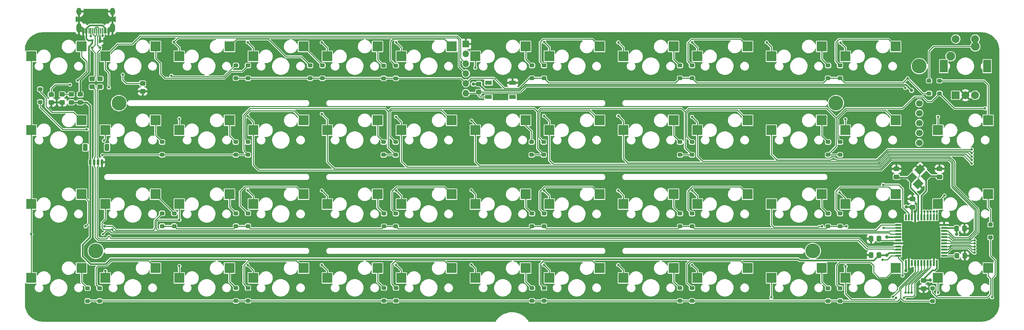
<source format=gbl>
G04 #@! TF.GenerationSoftware,KiCad,Pcbnew,(6.0.5-0)*
G04 #@! TF.CreationDate,2022-08-31T07:54:58-05:00*
G04 #@! TF.ProjectId,pcb,7063622e-6b69-4636-9164-5f7063625858,rev?*
G04 #@! TF.SameCoordinates,Original*
G04 #@! TF.FileFunction,Copper,L2,Bot*
G04 #@! TF.FilePolarity,Positive*
%FSLAX46Y46*%
G04 Gerber Fmt 4.6, Leading zero omitted, Abs format (unit mm)*
G04 Created by KiCad (PCBNEW (6.0.5-0)) date 2022-08-31 07:54:58*
%MOMM*%
%LPD*%
G01*
G04 APERTURE LIST*
G04 Aperture macros list*
%AMRoundRect*
0 Rectangle with rounded corners*
0 $1 Rounding radius*
0 $2 $3 $4 $5 $6 $7 $8 $9 X,Y pos of 4 corners*
0 Add a 4 corners polygon primitive as box body*
4,1,4,$2,$3,$4,$5,$6,$7,$8,$9,$2,$3,0*
0 Add four circle primitives for the rounded corners*
1,1,$1+$1,$2,$3*
1,1,$1+$1,$4,$5*
1,1,$1+$1,$6,$7*
1,1,$1+$1,$8,$9*
0 Add four rect primitives between the rounded corners*
20,1,$1+$1,$2,$3,$4,$5,0*
20,1,$1+$1,$4,$5,$6,$7,0*
20,1,$1+$1,$6,$7,$8,$9,0*
20,1,$1+$1,$8,$9,$2,$3,0*%
%AMRotRect*
0 Rectangle, with rotation*
0 The origin of the aperture is its center*
0 $1 length*
0 $2 width*
0 $3 Rotation angle, in degrees counterclockwise*
0 Add horizontal line*
21,1,$1,$2,0,0,$3*%
G04 Aperture macros list end*
G04 #@! TA.AperFunction,SMDPad,CuDef*
%ADD10R,2.550000X2.500000*%
G04 #@! TD*
G04 #@! TA.AperFunction,ComponentPad*
%ADD11R,2.000000X2.000000*%
G04 #@! TD*
G04 #@! TA.AperFunction,ComponentPad*
%ADD12C,2.000000*%
G04 #@! TD*
G04 #@! TA.AperFunction,ComponentPad*
%ADD13R,2.000000X3.200000*%
G04 #@! TD*
G04 #@! TA.AperFunction,ComponentPad*
%ADD14C,3.800000*%
G04 #@! TD*
G04 #@! TA.AperFunction,ComponentPad*
%ADD15C,2.250000*%
G04 #@! TD*
G04 #@! TA.AperFunction,SMDPad,CuDef*
%ADD16RoundRect,0.250000X-0.475000X0.337500X-0.475000X-0.337500X0.475000X-0.337500X0.475000X0.337500X0*%
G04 #@! TD*
G04 #@! TA.AperFunction,SMDPad,CuDef*
%ADD17RoundRect,0.250000X0.350000X-0.250000X0.350000X0.250000X-0.350000X0.250000X-0.350000X-0.250000X0*%
G04 #@! TD*
G04 #@! TA.AperFunction,ComponentPad*
%ADD18O,1.700000X1.700000*%
G04 #@! TD*
G04 #@! TA.AperFunction,ComponentPad*
%ADD19R,1.700000X1.700000*%
G04 #@! TD*
G04 #@! TA.AperFunction,SMDPad,CuDef*
%ADD20R,1.800000X1.100000*%
G04 #@! TD*
G04 #@! TA.AperFunction,SMDPad,CuDef*
%ADD21R,1.500000X0.500000*%
G04 #@! TD*
G04 #@! TA.AperFunction,SMDPad,CuDef*
%ADD22R,0.500000X1.500000*%
G04 #@! TD*
G04 #@! TA.AperFunction,SMDPad,CuDef*
%ADD23RoundRect,0.250000X0.475000X-0.337500X0.475000X0.337500X-0.475000X0.337500X-0.475000X-0.337500X0*%
G04 #@! TD*
G04 #@! TA.AperFunction,SMDPad,CuDef*
%ADD24RotRect,2.100000X1.800000X45.000000*%
G04 #@! TD*
G04 #@! TA.AperFunction,SMDPad,CuDef*
%ADD25RoundRect,0.249999X0.450001X-0.325001X0.450001X0.325001X-0.450001X0.325001X-0.450001X-0.325001X0*%
G04 #@! TD*
G04 #@! TA.AperFunction,SMDPad,CuDef*
%ADD26RoundRect,0.150000X-0.150000X-0.575000X0.150000X-0.575000X0.150000X0.575000X-0.150000X0.575000X0*%
G04 #@! TD*
G04 #@! TA.AperFunction,SMDPad,CuDef*
%ADD27RoundRect,0.075000X-0.075000X-0.650000X0.075000X-0.650000X0.075000X0.650000X-0.075000X0.650000X0*%
G04 #@! TD*
G04 #@! TA.AperFunction,ComponentPad*
%ADD28O,1.300000X2.400000*%
G04 #@! TD*
G04 #@! TA.AperFunction,ComponentPad*
%ADD29O,1.300000X1.900000*%
G04 #@! TD*
G04 #@! TA.AperFunction,SMDPad,CuDef*
%ADD30RoundRect,0.249999X-0.450001X0.325001X-0.450001X-0.325001X0.450001X-0.325001X0.450001X0.325001X0*%
G04 #@! TD*
G04 #@! TA.AperFunction,SMDPad,CuDef*
%ADD31RoundRect,0.250000X-0.337500X-0.475000X0.337500X-0.475000X0.337500X0.475000X-0.337500X0.475000X0*%
G04 #@! TD*
G04 #@! TA.AperFunction,SMDPad,CuDef*
%ADD32RoundRect,0.250000X0.337500X0.475000X-0.337500X0.475000X-0.337500X-0.475000X0.337500X-0.475000X0*%
G04 #@! TD*
G04 #@! TA.AperFunction,SMDPad,CuDef*
%ADD33RoundRect,0.249999X0.325001X0.450001X-0.325001X0.450001X-0.325001X-0.450001X0.325001X-0.450001X0*%
G04 #@! TD*
G04 #@! TA.AperFunction,SMDPad,CuDef*
%ADD34R,0.700000X1.000000*%
G04 #@! TD*
G04 #@! TA.AperFunction,SMDPad,CuDef*
%ADD35R,0.700000X0.600000*%
G04 #@! TD*
G04 #@! TA.AperFunction,ComponentPad*
%ADD36C,1.700000*%
G04 #@! TD*
G04 #@! TA.AperFunction,SMDPad,CuDef*
%ADD37RoundRect,0.150000X-0.150000X-0.625000X0.150000X-0.625000X0.150000X0.625000X-0.150000X0.625000X0*%
G04 #@! TD*
G04 #@! TA.AperFunction,SMDPad,CuDef*
%ADD38RoundRect,0.250000X-0.350000X-0.650000X0.350000X-0.650000X0.350000X0.650000X-0.350000X0.650000X0*%
G04 #@! TD*
G04 #@! TA.AperFunction,ViaPad*
%ADD39C,0.650000*%
G04 #@! TD*
G04 #@! TA.AperFunction,ViaPad*
%ADD40C,0.900000*%
G04 #@! TD*
G04 #@! TA.AperFunction,Conductor*
%ADD41C,0.250000*%
G04 #@! TD*
G04 #@! TA.AperFunction,Conductor*
%ADD42C,0.400000*%
G04 #@! TD*
G04 #@! TA.AperFunction,Conductor*
%ADD43C,0.200000*%
G04 #@! TD*
G04 APERTURE END LIST*
D10*
X117905225Y-50653950D03*
X130832225Y-48113950D03*
X194105225Y-50653950D03*
X207032225Y-48113950D03*
X175055225Y-50653950D03*
X187982225Y-48113950D03*
X156005225Y-50653950D03*
X168932225Y-48113950D03*
X79805225Y-50653950D03*
X92732225Y-48113950D03*
X213155225Y-50653950D03*
X226082225Y-48113950D03*
X232205225Y-50653950D03*
X245132225Y-48113950D03*
X79805225Y-69703950D03*
X92732225Y-67163950D03*
X98855225Y-69703950D03*
X111782225Y-67163950D03*
X136960399Y-69703950D03*
X149887399Y-67163950D03*
X270305225Y-50653950D03*
X283232225Y-48113950D03*
X156005225Y-69703950D03*
X168932225Y-67163950D03*
X175055225Y-69703950D03*
X187982225Y-67163950D03*
X194105225Y-69703950D03*
X207032225Y-67163950D03*
X98855225Y-107803950D03*
X111782225Y-105263950D03*
X117905225Y-107803950D03*
X130832225Y-105263950D03*
X136955225Y-107803950D03*
X149882225Y-105263950D03*
X156005225Y-107803950D03*
X168932225Y-105263950D03*
X175055225Y-107803950D03*
X187982225Y-105263950D03*
X213155225Y-107803950D03*
X226082225Y-105263950D03*
X232205225Y-107803950D03*
X245132225Y-105263950D03*
X251255225Y-107803950D03*
X264182225Y-105263950D03*
X270305225Y-107803950D03*
X283232225Y-105263950D03*
X194105225Y-107803950D03*
X207032225Y-105263950D03*
X270305225Y-88753950D03*
X283232225Y-86213950D03*
X251255225Y-88753950D03*
X264182225Y-86213950D03*
X213155225Y-88753950D03*
X226082225Y-86213950D03*
X175055225Y-88753950D03*
X187982225Y-86213950D03*
X136955225Y-88753950D03*
X149882225Y-86213950D03*
X79805225Y-88753950D03*
X92732225Y-86213950D03*
X156005225Y-88753950D03*
X168932225Y-86213950D03*
X289355225Y-69703950D03*
X302282225Y-67163950D03*
X117905225Y-88753950D03*
X130832225Y-86213950D03*
X98855225Y-88753950D03*
X111782225Y-86213950D03*
X251255225Y-69703950D03*
X264182225Y-67163950D03*
X232205225Y-69703950D03*
X245132225Y-67163950D03*
X270305225Y-69703950D03*
X283232225Y-67163950D03*
X289355225Y-107803950D03*
X302282225Y-105263950D03*
X289355225Y-88753950D03*
X302282225Y-86213950D03*
X289355225Y-50653950D03*
X302282225Y-48113950D03*
D11*
X317752725Y-60693950D03*
D12*
X322752725Y-60693950D03*
X320252725Y-60693950D03*
D13*
X314652725Y-53193950D03*
X325852725Y-53193950D03*
D12*
X322752725Y-46193950D03*
X317752725Y-46193950D03*
D10*
X98855225Y-50653950D03*
X111782225Y-48113950D03*
X136955225Y-50653950D03*
X149882225Y-48113950D03*
X313167785Y-107804230D03*
X326094785Y-105264230D03*
X313167785Y-69704070D03*
X326094785Y-67164070D03*
X313167785Y-88754150D03*
X326094785Y-86214150D03*
X194105225Y-88753950D03*
X207032225Y-86213950D03*
X232205225Y-88753950D03*
X245132225Y-86213950D03*
X79805225Y-107803950D03*
X92732225Y-105263950D03*
X251255225Y-50653950D03*
X264182225Y-48113950D03*
X117905225Y-69703950D03*
X130832225Y-67163950D03*
X213155225Y-69703950D03*
X226082225Y-67163950D03*
D14*
X308346661Y-53193950D03*
X286915393Y-62718958D03*
X280962271Y-100818990D03*
X96415233Y-100818990D03*
X102368363Y-62718958D03*
D15*
X316442725Y-50653950D03*
X322792725Y-48113950D03*
D16*
X309490225Y-108456450D03*
X309490225Y-110531450D03*
D17*
X116590225Y-94443950D03*
X116590225Y-91143950D03*
X208590225Y-76043950D03*
X208590225Y-72743950D03*
X170490225Y-76043950D03*
X170490225Y-72743950D03*
X135581415Y-76043950D03*
X135581415Y-72743950D03*
X113490225Y-76043950D03*
X113490225Y-72743950D03*
X284890625Y-56306250D03*
X284890625Y-53006250D03*
X249881415Y-56306250D03*
X249881415Y-53006250D03*
X211781415Y-56306250D03*
X211781415Y-53006250D03*
X208681415Y-56306250D03*
X208681415Y-53006250D03*
X173651789Y-56333377D03*
X173651789Y-53033377D03*
X170476789Y-56333377D03*
X170476789Y-53033377D03*
X154751789Y-56306250D03*
X154751789Y-53006250D03*
X287990625Y-113750000D03*
X287990625Y-110450000D03*
X284890625Y-113750000D03*
X284890625Y-110450000D03*
X249890625Y-113713123D03*
X249890625Y-110413123D03*
X246790625Y-113706250D03*
X246790625Y-110406250D03*
X211783999Y-113706250D03*
X211783999Y-110406250D03*
X208700000Y-113706250D03*
X208700000Y-110406250D03*
X211790625Y-94506250D03*
X211790625Y-91206250D03*
X284890625Y-76043950D03*
X284890625Y-72743950D03*
X208690625Y-94506250D03*
X208690625Y-91206250D03*
X170585999Y-94506250D03*
X170585999Y-91206250D03*
X132490225Y-94443950D03*
X132490225Y-91143950D03*
X287990625Y-76043950D03*
X287990625Y-72743950D03*
X284890625Y-94506250D03*
X284890625Y-91206250D03*
X249890625Y-94506250D03*
X249890625Y-91206250D03*
X246790625Y-94506250D03*
X246790625Y-91206250D03*
X173690625Y-113706250D03*
X173690625Y-110406250D03*
X151576789Y-56306250D03*
X151576789Y-53006250D03*
X211690225Y-76043950D03*
X211690225Y-72743950D03*
D18*
X191665313Y-60143950D03*
X191665313Y-49983950D03*
X191665313Y-55063950D03*
X191665313Y-57603950D03*
X191665313Y-52523950D03*
D19*
X191665313Y-47443950D03*
D17*
X287990625Y-56306250D03*
X287990625Y-53006250D03*
X311790625Y-113750000D03*
X311790625Y-110450000D03*
X313590225Y-60243950D03*
X313590225Y-56943950D03*
X326690225Y-97343950D03*
X326690225Y-94043950D03*
D20*
X203690225Y-57443950D03*
X197490225Y-61143950D03*
X203690225Y-61143950D03*
X197490225Y-57443950D03*
D21*
X302990225Y-102093950D03*
X302990225Y-101293950D03*
X302990225Y-100493950D03*
X302990225Y-99693950D03*
X302990225Y-98893950D03*
X302990225Y-98093950D03*
X302990225Y-97293950D03*
X302990225Y-96493950D03*
X302990225Y-95693950D03*
X302990225Y-94893950D03*
X302990225Y-94093950D03*
D22*
X304890225Y-92193950D03*
X305690225Y-92193950D03*
X306490225Y-92193950D03*
X307290225Y-92193950D03*
X308090225Y-92193950D03*
X308890225Y-92193950D03*
X309690225Y-92193950D03*
X310490225Y-92193950D03*
X311290225Y-92193950D03*
X312090225Y-92193950D03*
X312890225Y-92193950D03*
D21*
X314790225Y-94093950D03*
X314790225Y-94893950D03*
X314790225Y-95693950D03*
X314790225Y-96493950D03*
X314790225Y-97293950D03*
X314790225Y-98093950D03*
X314790225Y-98893950D03*
X314790225Y-99693950D03*
X314790225Y-100493950D03*
X314790225Y-101293950D03*
X314790225Y-102093950D03*
D22*
X312890225Y-103993950D03*
X312090225Y-103993950D03*
X311290225Y-103993950D03*
X310490225Y-103993950D03*
X309690225Y-103993950D03*
X308890225Y-103993950D03*
X308090225Y-103993950D03*
X307290225Y-103993950D03*
X306490225Y-103993950D03*
X305690225Y-103993950D03*
X304890225Y-103993950D03*
D23*
X306590225Y-89531450D03*
X306590225Y-87456450D03*
X313590225Y-81731450D03*
X313590225Y-79656450D03*
X302490225Y-81731450D03*
X302490225Y-79656450D03*
D24*
X306451747Y-81906082D03*
X308502357Y-79855472D03*
X310128703Y-81481818D03*
X308078093Y-83532428D03*
D25*
X92390225Y-62518950D03*
X92390225Y-60468950D03*
D26*
X93165217Y-44091450D03*
X93965217Y-44091450D03*
D27*
X95165217Y-44091450D03*
X96161217Y-44091450D03*
X96665217Y-44091450D03*
X97665217Y-44091450D03*
D26*
X99665217Y-44091450D03*
X98865217Y-44091450D03*
D27*
X98165217Y-44091450D03*
X97165217Y-44091450D03*
X95665217Y-44091450D03*
X94665217Y-44091450D03*
D28*
X100715217Y-43316450D03*
D29*
X100715217Y-39116450D03*
X92115217Y-39116450D03*
D28*
X92115217Y-43316450D03*
D25*
X97490625Y-58518950D03*
X97490625Y-56468950D03*
X84940225Y-62568950D03*
X84940225Y-60518950D03*
D30*
X90090225Y-60468950D03*
X90090225Y-62518950D03*
D25*
X87790225Y-62518950D03*
X87790225Y-60468950D03*
D17*
X135590625Y-113706250D03*
X135590625Y-110406250D03*
X132490625Y-113713123D03*
X132490625Y-110413123D03*
D31*
X317952725Y-95093950D03*
X320027725Y-95093950D03*
D25*
X95490625Y-58518950D03*
X95490625Y-56468950D03*
D32*
X298027725Y-101893950D03*
X295952725Y-101893950D03*
X298027725Y-97693950D03*
X295952725Y-97693950D03*
D33*
X320115225Y-102093950D03*
X318065225Y-102093950D03*
D17*
X82090225Y-62443950D03*
X82090225Y-59143950D03*
X94290225Y-113743950D03*
X94290225Y-110443950D03*
X97390225Y-113743950D03*
X97390225Y-110443950D03*
X170590625Y-113706250D03*
X170590625Y-110406250D03*
X135590225Y-94443950D03*
X135590225Y-91143950D03*
X173650000Y-94506250D03*
X173650000Y-91206250D03*
X287990625Y-94506250D03*
X287990625Y-91206250D03*
X113490225Y-94443950D03*
X113490225Y-91143950D03*
X135581415Y-56306250D03*
X135581415Y-53006250D03*
X310890225Y-60243950D03*
X310890225Y-56943950D03*
X246781415Y-56306250D03*
X246781415Y-53006250D03*
X132490625Y-56299950D03*
X132490625Y-52999950D03*
D25*
X194990225Y-59818950D03*
X194990225Y-57768950D03*
D17*
X249881415Y-76043950D03*
X249881415Y-72743950D03*
X246781415Y-76043950D03*
X246781415Y-72743950D03*
X173590225Y-76043950D03*
X173590225Y-72743950D03*
X132431415Y-76043950D03*
X132431415Y-72743950D03*
D25*
X108465225Y-59693950D03*
X108465225Y-57643950D03*
D34*
X97490625Y-46743950D03*
D35*
X97490625Y-48443950D03*
X95490625Y-48443950D03*
X95490625Y-46543950D03*
D36*
X308390225Y-67843950D03*
X308390225Y-70383950D03*
X308390225Y-72923950D03*
X308390225Y-65303950D03*
X308390225Y-62763950D03*
D37*
X94990225Y-77993950D03*
X95990225Y-77993950D03*
X96990225Y-77993950D03*
X97990225Y-77993950D03*
D38*
X99290225Y-74118950D03*
X93690225Y-74118950D03*
D39*
X115911125Y-55668950D03*
X91735725Y-56893950D03*
X98590225Y-94493950D03*
X93790225Y-94493950D03*
D40*
X299990225Y-97293950D03*
X193590225Y-57793950D03*
X306390225Y-59443950D03*
X317990225Y-96543950D03*
X304990225Y-89493950D03*
X299990225Y-101893950D03*
X304890225Y-105893950D03*
X311190225Y-108393950D03*
D39*
X305352525Y-56306250D03*
X299190225Y-94893950D03*
X93990225Y-69493950D03*
X325290225Y-64093950D03*
X301540225Y-112693950D03*
X98090225Y-76093950D03*
X289640225Y-94493950D03*
X304090225Y-107193950D03*
X327090225Y-112793950D03*
X298940225Y-103093950D03*
X98275725Y-96493950D03*
X79805225Y-96508950D03*
X100590225Y-95293950D03*
X99790225Y-58693950D03*
X98890225Y-105993950D03*
X98490225Y-72393950D03*
X117940225Y-104743950D03*
X117905225Y-66741650D03*
X117940225Y-92843950D03*
X116490625Y-46956250D03*
X135490625Y-47056250D03*
X135490625Y-85256250D03*
X135490625Y-104456250D03*
X135490625Y-66094350D03*
X154590625Y-104456250D03*
X154590625Y-47056250D03*
X154590625Y-85256250D03*
X154590625Y-65493550D03*
X173690625Y-66244350D03*
X173690625Y-85256250D03*
X173690625Y-104456250D03*
X173690625Y-47056250D03*
X322590225Y-98093950D03*
X193099994Y-67203719D03*
X193090225Y-85193950D03*
X194090225Y-53593950D03*
X321890225Y-78293950D03*
X193090225Y-104393950D03*
X211790625Y-104456250D03*
X211790625Y-85256250D03*
X211790625Y-65994350D03*
X211790625Y-46956250D03*
X321890225Y-77393950D03*
X322590225Y-98893950D03*
X230890625Y-85256250D03*
X230890625Y-47056250D03*
X322590225Y-99693950D03*
X230890625Y-65994350D03*
X230890625Y-104456250D03*
X321890225Y-76493950D03*
X321890225Y-75593950D03*
X249890625Y-104456250D03*
X249890625Y-47056250D03*
X249890625Y-85256250D03*
X249890625Y-66243550D03*
X322590225Y-100493950D03*
X321890225Y-74693950D03*
X286343215Y-77134930D03*
X269090625Y-47056250D03*
X283365225Y-94468950D03*
X322590225Y-101273453D03*
X270290225Y-112793950D03*
X289365225Y-66868950D03*
X289390225Y-104793950D03*
X287865225Y-85768950D03*
X288090625Y-47156250D03*
X304440225Y-112893950D03*
X302390225Y-112893950D03*
X103340225Y-55393950D03*
X98190225Y-45393950D03*
X95146515Y-45410167D03*
X89790225Y-57943950D03*
X299056184Y-83759929D03*
X304790225Y-58793950D03*
X313190225Y-66243950D03*
X314840225Y-86543950D03*
X306410725Y-111593950D03*
X313190225Y-111593950D03*
X293990225Y-100793950D03*
X305631222Y-111593950D03*
X304851719Y-111593950D03*
X309710722Y-90693950D03*
X310490225Y-90693950D03*
X311290225Y-90693950D03*
X312090225Y-90693950D03*
X312890225Y-90693950D03*
D41*
X92732225Y-48113950D02*
X92732225Y-50735950D01*
X94090225Y-54539450D02*
X91735725Y-56893950D01*
X129369327Y-55893950D02*
X132263328Y-52999950D01*
X129369327Y-55893950D02*
X117309763Y-55893950D01*
X116136125Y-55893950D02*
X115911125Y-55668950D01*
X92732225Y-50735950D02*
X94090225Y-52093950D01*
X94090225Y-52093950D02*
X94090225Y-54539450D01*
X117309763Y-55893950D02*
X116136125Y-55893950D01*
X132263328Y-52999950D02*
X132490625Y-52999950D01*
X129526529Y-56273470D02*
X131300000Y-54500000D01*
X111782225Y-51185950D02*
X113065225Y-52468950D01*
X131300000Y-54500000D02*
X134087665Y-54500000D01*
X134087665Y-54500000D02*
X135581415Y-53006250D01*
X111782225Y-48113950D02*
X111782225Y-51185950D01*
X114169745Y-56273470D02*
X129526529Y-56273470D01*
X113065225Y-55168950D02*
X114169745Y-56273470D01*
X113065225Y-52468950D02*
X113065225Y-55168950D01*
X140835770Y-46235770D02*
X145400000Y-50800000D01*
X130832225Y-48113950D02*
X132710405Y-46235770D01*
X132710405Y-46235770D02*
X140835770Y-46235770D01*
X145400000Y-50800000D02*
X149370539Y-50800000D01*
X149370539Y-50800000D02*
X151576789Y-53006250D01*
X154751789Y-52983514D02*
X149882225Y-48113950D01*
X154751789Y-53006250D02*
X154751789Y-52983514D01*
X168932225Y-51488813D02*
X168932225Y-48113950D01*
X170476789Y-53033377D02*
X168932225Y-51488813D01*
X172864230Y-46235770D02*
X172300000Y-46800000D01*
X186104045Y-46235770D02*
X172864230Y-46235770D01*
X172300000Y-46800000D02*
X172300000Y-51681588D01*
X187982225Y-48113950D02*
X186104045Y-46235770D01*
X172300000Y-51681588D02*
X173651789Y-53033377D01*
X207032225Y-48113950D02*
X207032225Y-51357060D01*
X207032225Y-51357060D02*
X208681415Y-53006250D01*
X226082225Y-48113950D02*
X224207704Y-46239429D01*
X224207704Y-46239429D02*
X211544746Y-46239429D01*
X211544746Y-46239429D02*
X210800000Y-46984175D01*
X210800000Y-52024835D02*
X211781415Y-53006250D01*
X210800000Y-46984175D02*
X210800000Y-52024835D01*
X245132225Y-51357060D02*
X246781415Y-53006250D01*
X245132225Y-48113950D02*
X245132225Y-51357060D01*
X248800000Y-47203725D02*
X248800000Y-51924835D01*
X248800000Y-51924835D02*
X249881415Y-53006250D01*
X262307704Y-46239429D02*
X249764296Y-46239429D01*
X249764296Y-46239429D02*
X248800000Y-47203725D01*
X264182225Y-48113950D02*
X262307704Y-46239429D01*
X284890625Y-53006250D02*
X283232225Y-51347850D01*
X283232225Y-51347850D02*
X283232225Y-48113950D01*
X302282225Y-48113950D02*
X300407704Y-46239429D01*
X286890625Y-51906250D02*
X287990625Y-53006250D01*
X300407704Y-46239429D02*
X287707446Y-46239429D01*
X287707446Y-46239429D02*
X286890625Y-47056250D01*
X286890625Y-47056250D02*
X286890625Y-51906250D01*
X83590225Y-63543950D02*
X83590225Y-61293950D01*
X83590225Y-61293950D02*
X82090225Y-59793950D01*
X82090225Y-59793950D02*
X82090225Y-59143950D01*
X85140225Y-65093950D02*
X83590225Y-63543950D01*
X92732225Y-67163950D02*
X90662225Y-65093950D01*
X90662225Y-65093950D02*
X85140225Y-65093950D01*
X111782225Y-71035950D02*
X113490225Y-72743950D01*
X111782225Y-67163950D02*
X111782225Y-71035950D01*
X130832225Y-71144760D02*
X130832225Y-67163950D01*
X132431415Y-72743950D02*
X130832225Y-71144760D01*
X134890225Y-65875197D02*
X134890225Y-72052760D01*
X134890225Y-72052760D02*
X135581415Y-72743950D01*
X149887399Y-67163950D02*
X147417399Y-64693950D01*
X147417399Y-64693950D02*
X136071473Y-64693950D01*
X136071473Y-64693950D02*
X134890225Y-65875197D01*
X170490225Y-72743950D02*
X168932225Y-71185950D01*
X168932225Y-71185950D02*
X168932225Y-67163950D01*
X185291745Y-64473470D02*
X172547427Y-64473470D01*
X187982225Y-67163950D02*
X185291745Y-64473470D01*
X172069745Y-71223470D02*
X173590225Y-72743950D01*
X172547427Y-64473470D02*
X172069745Y-64951152D01*
X172069745Y-64951152D02*
X172069745Y-71223470D01*
X207032225Y-68435950D02*
X208590225Y-69993950D01*
X207032225Y-67163950D02*
X207032225Y-68435950D01*
X208590225Y-69993950D02*
X208590225Y-72743950D01*
X210469745Y-65054718D02*
X210469745Y-71523470D01*
X211050993Y-64473470D02*
X210469745Y-65054718D01*
X223391745Y-64473470D02*
X211050993Y-64473470D01*
X210469745Y-71523470D02*
X211690225Y-72743950D01*
X226082225Y-67163950D02*
X223391745Y-64473470D01*
X245132225Y-71094760D02*
X245132225Y-67163950D01*
X246781415Y-72743950D02*
X245132225Y-71094760D01*
X249147427Y-64473470D02*
X248469745Y-65151152D01*
X248469745Y-71332280D02*
X249881415Y-72743950D01*
X264182225Y-67163950D02*
X261491745Y-64473470D01*
X248469745Y-65151152D02*
X248469745Y-71332280D01*
X261491745Y-64473470D02*
X249147427Y-64473470D01*
X283232225Y-71085550D02*
X283232225Y-67163950D01*
X284890625Y-72743950D02*
X283232225Y-71085550D01*
X289610705Y-64473470D02*
X299591745Y-64473470D01*
X287390225Y-72143550D02*
X287390225Y-66693950D01*
X287390225Y-66693950D02*
X289610705Y-64473470D01*
X299591745Y-64473470D02*
X302282225Y-67163950D01*
X287990625Y-72743950D02*
X287390225Y-72143550D01*
X94535705Y-88017430D02*
X94535705Y-93748470D01*
X113490225Y-91143950D02*
X111610705Y-93023470D01*
X94535705Y-93748470D02*
X93790225Y-94493950D01*
X111610705Y-93023470D02*
X111610705Y-95023470D01*
X101559778Y-95443950D02*
X100609778Y-94493950D01*
X92732225Y-86213950D02*
X94535705Y-88017430D01*
X111190225Y-95443950D02*
X101559778Y-95443950D01*
X100609778Y-94493950D02*
X98590225Y-94493950D01*
X111610705Y-95023470D02*
X111190225Y-95443950D01*
X111782225Y-86213950D02*
X111782225Y-86335950D01*
X111782225Y-86335950D02*
X116590225Y-91143950D01*
X130832225Y-86213950D02*
X130832225Y-89485950D01*
X130832225Y-89485950D02*
X132490225Y-91143950D01*
X133590625Y-85494350D02*
X133590625Y-89144350D01*
X148007704Y-84339429D02*
X134745546Y-84339429D01*
X133590625Y-89144350D02*
X135590225Y-91143950D01*
X149882225Y-86213950D02*
X148007704Y-84339429D01*
X134745546Y-84339429D02*
X133590625Y-85494350D01*
X170585999Y-91206250D02*
X168932225Y-89552476D01*
X168932225Y-89552476D02*
X168932225Y-86213950D01*
X187982225Y-86213950D02*
X186107704Y-84339429D01*
X172600000Y-85527322D02*
X172600000Y-90156250D01*
X186107704Y-84339429D02*
X173787893Y-84339429D01*
X173787893Y-84339429D02*
X172600000Y-85527322D01*
X172600000Y-90156250D02*
X173650000Y-91206250D01*
X207032225Y-89547850D02*
X208690625Y-91206250D01*
X207032225Y-86213950D02*
X207032225Y-89547850D01*
X210700000Y-85527322D02*
X210700000Y-90115625D01*
X224207704Y-84339429D02*
X211887893Y-84339429D01*
X211887893Y-84339429D02*
X210700000Y-85527322D01*
X210700000Y-90115625D02*
X211790625Y-91206250D01*
X226082225Y-86213950D02*
X224207704Y-84339429D01*
X245132225Y-89547850D02*
X246790625Y-91206250D01*
X245132225Y-86213950D02*
X245132225Y-89547850D01*
X264182225Y-86213950D02*
X262307704Y-84339429D01*
X262307704Y-84339429D02*
X249964296Y-84339429D01*
X248800000Y-85503725D02*
X248800000Y-90115625D01*
X248800000Y-90115625D02*
X249890625Y-91206250D01*
X249964296Y-84339429D02*
X248800000Y-85503725D01*
X283232225Y-89547850D02*
X284890625Y-91206250D01*
X283232225Y-86213950D02*
X283232225Y-89547850D01*
X286900000Y-90115625D02*
X287990625Y-91206250D01*
X300407704Y-84339429D02*
X288044746Y-84339429D01*
X288044746Y-84339429D02*
X286900000Y-85484175D01*
X302282225Y-86213950D02*
X300407704Y-84339429D01*
X286900000Y-85484175D02*
X286900000Y-90115625D01*
X92732225Y-105263950D02*
X92732225Y-108885950D01*
X92732225Y-108885950D02*
X94290225Y-110443950D01*
X111782225Y-105263950D02*
X109907704Y-103389429D01*
X109907704Y-103389429D02*
X100385704Y-103389429D01*
X100385704Y-103389429D02*
X99102578Y-104672555D01*
X96490225Y-105193950D02*
X96490225Y-109543950D01*
X99102578Y-104672555D02*
X97011620Y-104672555D01*
X97011620Y-104672555D02*
X96490225Y-105193950D01*
X96490225Y-109543950D02*
X97390225Y-110443950D01*
X132490625Y-110413123D02*
X130832225Y-108754723D01*
X130832225Y-108754723D02*
X130832225Y-105263950D01*
X134490225Y-104593950D02*
X134490225Y-109305850D01*
X135694746Y-103389429D02*
X134490225Y-104593950D01*
X134490225Y-109305850D02*
X135590625Y-110406250D01*
X148007704Y-103389429D02*
X135694746Y-103389429D01*
X149882225Y-105263950D02*
X148007704Y-103389429D01*
X168932225Y-105263950D02*
X168932225Y-108747850D01*
X168932225Y-108747850D02*
X170590625Y-110406250D01*
X186107704Y-103389429D02*
X173494746Y-103389429D01*
X172590225Y-104293950D02*
X172590225Y-109305850D01*
X187982225Y-105263950D02*
X186107704Y-103389429D01*
X172590225Y-109305850D02*
X173690625Y-110406250D01*
X173494746Y-103389429D02*
X172590225Y-104293950D01*
X207032225Y-108738475D02*
X208700000Y-110406250D01*
X207032225Y-105263950D02*
X207032225Y-108738475D01*
X210740225Y-104243950D02*
X210740225Y-109362476D01*
X226082225Y-105263950D02*
X224207704Y-103389429D01*
X224207704Y-103389429D02*
X211594746Y-103389429D01*
X210740225Y-109362476D02*
X211783999Y-110406250D01*
X211594746Y-103389429D02*
X210740225Y-104243950D01*
X245132225Y-108747850D02*
X246790625Y-110406250D01*
X245132225Y-105263950D02*
X245132225Y-108747850D01*
X249294746Y-103389429D02*
X248490225Y-104193950D01*
X248490225Y-104193950D02*
X248490225Y-109012723D01*
X264182225Y-105263950D02*
X262307704Y-103389429D01*
X248490225Y-109012723D02*
X249890625Y-110413123D01*
X262307704Y-103389429D02*
X249294746Y-103389429D01*
X283232225Y-108791600D02*
X284890625Y-110450000D01*
X283232225Y-105263950D02*
X283232225Y-108791600D01*
X287865226Y-103768949D02*
X295765224Y-103768949D01*
X295765224Y-103768949D02*
X296615225Y-104618950D01*
X287090225Y-109549600D02*
X287090225Y-104543950D01*
X296615225Y-104618950D02*
X296615225Y-106318950D01*
X297940225Y-107643950D02*
X299902225Y-107643950D01*
X296615225Y-106318950D02*
X297940225Y-107643950D01*
X287990625Y-110450000D02*
X287090225Y-109549600D01*
X287090225Y-104543950D02*
X287865226Y-103768949D01*
X299902225Y-107643950D02*
X302282225Y-105263950D01*
D42*
X312890225Y-105293950D02*
X312890225Y-103993950D01*
X304890225Y-105893950D02*
X304890225Y-103993950D01*
X92390225Y-62518950D02*
X94115225Y-62518950D01*
X94990225Y-97243950D02*
X92990225Y-99243950D01*
X309490225Y-108456450D02*
X309490225Y-107993950D01*
X277199266Y-102934909D02*
X277578786Y-103314429D01*
X306490225Y-92193950D02*
X306490225Y-89631450D01*
X98914310Y-104218035D02*
X100197436Y-102934909D01*
X94990225Y-63393950D02*
X94990225Y-77993950D01*
X94990225Y-77993950D02*
X94990225Y-97243950D01*
X306390225Y-59443950D02*
X304894745Y-57948470D01*
X277578786Y-103314429D02*
X296607246Y-103314429D01*
X317952725Y-96506450D02*
X317990225Y-96543950D01*
X311190225Y-108393950D02*
X309552725Y-108393950D01*
X92990225Y-99243950D02*
X92990225Y-102193950D01*
X311690225Y-105793950D02*
X312390225Y-105793950D01*
X94115225Y-62518950D02*
X94990225Y-63393950D01*
X205569745Y-59364430D02*
X196585705Y-59364430D01*
X312390225Y-105793950D02*
X312890225Y-105293950D01*
X309490225Y-107993950D02*
X311690225Y-105793950D01*
X193815225Y-57768950D02*
X193790225Y-57793950D01*
X299990225Y-101893950D02*
X298027725Y-101893950D01*
X194990225Y-57768950D02*
X193815225Y-57768950D01*
X296607246Y-103314429D02*
X298027725Y-101893950D01*
X95014310Y-104218035D02*
X98914310Y-104218035D01*
X300590225Y-101293950D02*
X302990225Y-101293950D01*
X299990225Y-97293950D02*
X302990225Y-97293950D01*
X317952725Y-95093950D02*
X317952725Y-96506450D01*
X206985705Y-57948470D02*
X205569745Y-59364430D01*
X90090225Y-62518950D02*
X92390225Y-62518950D01*
X100197436Y-102934909D02*
X277199266Y-102934909D01*
X317752725Y-94893950D02*
X317952725Y-95093950D01*
X196585705Y-59364430D02*
X194990225Y-57768950D01*
X304990225Y-89493950D02*
X306552725Y-89493950D01*
X299990225Y-101893950D02*
X300590225Y-101293950D01*
X309552725Y-108393950D02*
X309490225Y-108456450D01*
X304894745Y-57948470D02*
X206985705Y-57948470D01*
X314790225Y-94893950D02*
X317752725Y-94893950D01*
X92990225Y-102193950D02*
X95014310Y-104218035D01*
X193790225Y-57793950D02*
X193590225Y-57793950D01*
D41*
X298027725Y-97693950D02*
X298427725Y-98093950D01*
X298427725Y-98093950D02*
X302990225Y-98093950D01*
D42*
X306451747Y-81906082D02*
X306140225Y-82217604D01*
X308090225Y-86493950D02*
X308090225Y-92193950D01*
X302490225Y-81731450D02*
X302664857Y-81906082D01*
X306140225Y-84543950D02*
X308090225Y-86493950D01*
X302664857Y-81906082D02*
X306451747Y-81906082D01*
X306140225Y-82217604D02*
X306140225Y-84543950D01*
X313340593Y-81481818D02*
X313590225Y-81731450D01*
X310128703Y-85355472D02*
X308890225Y-86593950D01*
X310128703Y-81481818D02*
X313340593Y-81481818D01*
X308890225Y-86593950D02*
X308890225Y-92193950D01*
X310128703Y-81481818D02*
X310128703Y-85355472D01*
D41*
X207985137Y-56306250D02*
X205381477Y-58909910D01*
X205381477Y-58909910D02*
X201581585Y-58909910D01*
X304164825Y-57493950D02*
X305352525Y-56306250D01*
X289178325Y-57493950D02*
X287990625Y-56306250D01*
X198977925Y-56306250D02*
X192963013Y-56306250D01*
X302990225Y-94893950D02*
X299170672Y-94893950D01*
X211781415Y-56306250D02*
X208681415Y-56306250D01*
X291790225Y-57493950D02*
X289178325Y-57493950D01*
X201581585Y-58909910D02*
X198977925Y-56306250D01*
X211781415Y-56306250D02*
X211802525Y-56306250D01*
X211802525Y-56306250D02*
X212990225Y-57493950D01*
X173618362Y-56299950D02*
X173651789Y-56333377D01*
X192963013Y-56306250D02*
X191665313Y-57603950D01*
X299170672Y-94893950D02*
X299190225Y-94893950D01*
X191665313Y-57603950D02*
X190394740Y-56333377D01*
X310890225Y-60243950D02*
X309290225Y-60243950D01*
X252390225Y-57493950D02*
X281490225Y-57493950D01*
X190394740Y-56333377D02*
X173651789Y-56333377D01*
X132490625Y-56299950D02*
X173618362Y-56299950D01*
X245593715Y-57493950D02*
X246781415Y-56306250D01*
X283702925Y-57493950D02*
X284890625Y-56306250D01*
X291790225Y-57493950D02*
X304164825Y-57493950D01*
X246781415Y-56306250D02*
X249881415Y-56306250D01*
X251069115Y-57493950D02*
X249881415Y-56306250D01*
X252390225Y-57493950D02*
X251069115Y-57493950D01*
X208681415Y-56306250D02*
X207985137Y-56306250D01*
X281490225Y-57493950D02*
X283702925Y-57493950D01*
X309290225Y-60243950D02*
X305352525Y-56306250D01*
X287990625Y-56306250D02*
X284890625Y-56306250D01*
X212990225Y-57493950D02*
X245593715Y-57493950D01*
X248090225Y-74252760D02*
X249881415Y-76043950D01*
X248090225Y-64993950D02*
X248090225Y-74252760D01*
X307290225Y-103993950D02*
X307290225Y-106310340D01*
X303210705Y-110993950D02*
X303210705Y-111023470D01*
X82090225Y-62443950D02*
X82090225Y-63780672D01*
X98140225Y-76043950D02*
X98090225Y-76093950D01*
X171690225Y-64843950D02*
X171690225Y-74143950D01*
X248990225Y-64093950D02*
X284567907Y-64093950D01*
X113490225Y-76043950D02*
X135581415Y-76043950D01*
X311540225Y-62293950D02*
X313590225Y-60243950D01*
X310490225Y-62293950D02*
X311540225Y-62293950D01*
X248090225Y-64993950D02*
X247190225Y-64093950D01*
X303210705Y-111023470D02*
X301540225Y-112693950D01*
X210090225Y-64897516D02*
X210090225Y-74443950D01*
X313590225Y-60243950D02*
X317416755Y-64070480D01*
X93990225Y-69493950D02*
X87803503Y-69493950D01*
X249881415Y-76043950D02*
X246781415Y-76043950D01*
X309290225Y-61093950D02*
X310490225Y-62293950D01*
X134490225Y-74952760D02*
X134490225Y-65738475D01*
X287990625Y-76043950D02*
X284890625Y-76043950D01*
X287010705Y-66536748D02*
X289453503Y-64093950D01*
X284567907Y-64093950D02*
X287010705Y-66536748D01*
X325290225Y-64093950D02*
X325266755Y-64070480D01*
X135581415Y-76043950D02*
X134490225Y-74952760D01*
X170490225Y-76043950D02*
X173590225Y-76043950D01*
X284890625Y-76043950D02*
X284890625Y-75993550D01*
X136134750Y-64093950D02*
X170940225Y-64093950D01*
X171665225Y-64818950D02*
X171690225Y-64843950D01*
X248090225Y-64993950D02*
X248990225Y-64093950D01*
X113490225Y-76043950D02*
X98140225Y-76043950D01*
X247190225Y-64093950D02*
X210893791Y-64093950D01*
X287010705Y-66614430D02*
X287010705Y-66536748D01*
X210090225Y-74443950D02*
X211690225Y-76043950D01*
X134490225Y-65738475D02*
X136134750Y-64093950D01*
X171690225Y-74143950D02*
X173590225Y-76043950D01*
X210893791Y-64093950D02*
X210090225Y-64897516D01*
X208890225Y-76043950D02*
X211990225Y-76043950D01*
X287010705Y-67973470D02*
X287010705Y-66614430D01*
X209286660Y-64093950D02*
X172390225Y-64093950D01*
X305998420Y-107602145D02*
X303210705Y-110389860D01*
X304090225Y-64093950D02*
X307090225Y-61093950D01*
X307090225Y-61093950D02*
X309290225Y-61093950D01*
X303210705Y-110389860D02*
X303210705Y-110993950D01*
X325266755Y-64070480D02*
X317416755Y-64070480D01*
X284890625Y-75993550D02*
X287010705Y-73873470D01*
X172390225Y-64093950D02*
X171665225Y-64818950D01*
X170940225Y-64093950D02*
X171665225Y-64818950D01*
X289453503Y-64093950D02*
X304090225Y-64093950D01*
X287010705Y-67973470D02*
X287010705Y-73873470D01*
X210090225Y-64897516D02*
X209286660Y-64093950D01*
X82090225Y-63780672D02*
X87803503Y-69493950D01*
X307290225Y-106310340D02*
X305998420Y-107602145D01*
X211790625Y-94506250D02*
X208690625Y-94506250D01*
X246790625Y-94506250D02*
X246232445Y-95064430D01*
X250448805Y-95064430D02*
X249890625Y-94506250D01*
X327090225Y-112793950D02*
X327090225Y-107893950D01*
X302990225Y-102693950D02*
X304090225Y-103793950D01*
X170027819Y-95064430D02*
X136210705Y-95064430D01*
X212348805Y-95064430D02*
X211790625Y-94506250D01*
X131869745Y-95064430D02*
X117210705Y-95064430D01*
X284890625Y-94506250D02*
X284332445Y-95064430D01*
X116590225Y-94443950D02*
X113490225Y-94443950D01*
X284332445Y-95064430D02*
X250448805Y-95064430D01*
X246232445Y-95064430D02*
X212348805Y-95064430D01*
X135590225Y-94443950D02*
X132490225Y-94443950D01*
X289627925Y-94506250D02*
X289640225Y-94493950D01*
X302990225Y-102093950D02*
X301140225Y-102093950D01*
X302990225Y-102093950D02*
X302990225Y-102693950D01*
X327090225Y-107893950D02*
X327890225Y-107093950D01*
X298940225Y-103093950D02*
X300140225Y-103093950D01*
X208690625Y-94506250D02*
X208132445Y-95064430D01*
X170585999Y-94506250D02*
X170027819Y-95064430D01*
X136210705Y-95064430D02*
X135590225Y-94443950D01*
X284890625Y-94506250D02*
X287990625Y-94506250D01*
X117210705Y-95064430D02*
X116590225Y-94443950D01*
X287990625Y-94506250D02*
X289627925Y-94506250D01*
X249890625Y-94506250D02*
X246790625Y-94506250D01*
X327890225Y-107093950D02*
X327890225Y-103193950D01*
X327890225Y-103193950D02*
X326690225Y-101993950D01*
X132490225Y-94443950D02*
X131869745Y-95064430D01*
X301140225Y-102093950D02*
X300140225Y-103093950D01*
X173650000Y-94506250D02*
X174208180Y-95064430D01*
X170585999Y-94506250D02*
X173650000Y-94506250D01*
X304090225Y-103793950D02*
X304090225Y-107193950D01*
X326690225Y-101993950D02*
X326690225Y-97343950D01*
X208132445Y-95064430D02*
X174208180Y-95064430D01*
X308090225Y-103993950D02*
X308090225Y-106047062D01*
X303590225Y-113006050D02*
X302846275Y-113750000D01*
X135590625Y-113706250D02*
X173690625Y-113706250D01*
X135583752Y-113713123D02*
X135590625Y-113706250D01*
X303590225Y-110547062D02*
X303590225Y-113006050D01*
X304334175Y-113750000D02*
X304434175Y-113750000D01*
X303590225Y-113006050D02*
X304334175Y-113750000D01*
X308090225Y-106047062D02*
X303590225Y-110547062D01*
X287990625Y-113750000D02*
X302846275Y-113750000D01*
X132490625Y-113713123D02*
X135583752Y-113713123D01*
X304434175Y-113750000D02*
X311790625Y-113750000D01*
X249890625Y-113713123D02*
X287953748Y-113713123D01*
X173690625Y-113706250D02*
X211783999Y-113706250D01*
X211783999Y-113706250D02*
X249883752Y-113706250D01*
X249883752Y-113706250D02*
X249890625Y-113713123D01*
X287953748Y-113713123D02*
X287990625Y-113750000D01*
X132490625Y-113713123D02*
X94321052Y-113713123D01*
X94321052Y-113713123D02*
X94290225Y-113743950D01*
X95490625Y-58518950D02*
X96240625Y-59268950D01*
X96240625Y-59268950D02*
X96240625Y-76593950D01*
X96240225Y-97343950D02*
X97040225Y-98143950D01*
X96240225Y-79293950D02*
X96240225Y-97343950D01*
X97040225Y-98143950D02*
X292686671Y-98143950D01*
X95990225Y-77993950D02*
X95990225Y-79043950D01*
X301715224Y-100343950D02*
X301865224Y-100493950D01*
X95990225Y-76844350D02*
X96240625Y-76593950D01*
X95990225Y-77993950D02*
X95990225Y-76844350D01*
X292686671Y-98143950D02*
X294886671Y-100343950D01*
X294886671Y-100343950D02*
X301715224Y-100343950D01*
X301865224Y-100493950D02*
X302990225Y-100493950D01*
X95990225Y-79043950D02*
X96240225Y-79293950D01*
X301715224Y-99843950D02*
X301865224Y-99693950D01*
X292893779Y-97643950D02*
X295093779Y-99843950D01*
X100090225Y-97295517D02*
X100090225Y-97343950D01*
X301865224Y-99693950D02*
X302990225Y-99693950D01*
X96990225Y-76843550D02*
X96740625Y-76593950D01*
X97183586Y-97650589D02*
X99183586Y-97650589D01*
X295093779Y-99843950D02*
X301715224Y-99843950D01*
X96990225Y-77993950D02*
X96990225Y-79043950D01*
X99490225Y-97343950D02*
X99490225Y-97295517D01*
X99183586Y-97650589D02*
X99190225Y-97643950D01*
X96990225Y-77993950D02*
X96990225Y-76843550D01*
X97490625Y-58518950D02*
X96740625Y-59268950D01*
X96740625Y-59268950D02*
X96740625Y-76593950D01*
X96740225Y-79293950D02*
X96740225Y-97207228D01*
X100390225Y-97643950D02*
X292893779Y-97643950D01*
X96990225Y-79043950D02*
X96740225Y-79293950D01*
X96740225Y-97207228D02*
X97183586Y-97650589D01*
X100090183Y-97295517D02*
G75*
G03*
X99790225Y-96995517I-299983J17D01*
G01*
X100390225Y-97643875D02*
G75*
G02*
X100090225Y-97343950I-25J299975D01*
G01*
X99490250Y-97343950D02*
G75*
G02*
X99190225Y-97643950I-300050J50D01*
G01*
X99790225Y-96995525D02*
G75*
G03*
X99490225Y-97295517I-25J-299975D01*
G01*
X79805225Y-96508950D02*
X79805225Y-107803950D01*
X99096205Y-95673470D02*
X98275725Y-96493950D01*
X300699265Y-96202990D02*
X100494745Y-96202990D01*
X100494745Y-96202990D02*
X99965225Y-95673470D01*
X302990225Y-96493950D02*
X300990225Y-96493950D01*
X79805225Y-88753950D02*
X79805225Y-96508950D01*
X79805225Y-62641650D02*
X79805225Y-69703950D01*
X79805225Y-69703950D02*
X79805225Y-79041650D01*
X79805225Y-79041650D02*
X79805225Y-88753950D01*
X300990225Y-96493950D02*
X300699265Y-96202990D01*
X99965225Y-95673470D02*
X99096205Y-95673470D01*
X79805225Y-50653950D02*
X79805225Y-62641650D01*
X98855225Y-107803950D02*
X98855225Y-106028950D01*
X99790225Y-54893950D02*
X99790225Y-58693950D01*
X98855225Y-53958950D02*
X99790225Y-54893950D01*
X98855225Y-106028950D02*
X98890225Y-105993950D01*
X189511105Y-45476730D02*
X107807445Y-45476730D01*
X102015225Y-47493950D02*
X98855225Y-50653950D01*
X100960705Y-95823470D02*
X300660705Y-95823470D01*
X98855225Y-92628950D02*
X98855225Y-88753950D01*
X98010714Y-94864439D02*
X98010714Y-93473461D01*
X100590225Y-95452990D02*
X100960705Y-95823470D01*
X300660705Y-95823470D02*
X300790225Y-95693950D01*
X98010714Y-93473461D02*
X98855225Y-92628950D01*
X107807445Y-45476730D02*
X105790225Y-47493950D01*
X98855225Y-50653950D02*
X98855225Y-53958950D01*
X300790225Y-95693950D02*
X302990225Y-95693950D01*
X100590225Y-95293950D02*
X98440225Y-95293950D01*
X190290225Y-51148862D02*
X190290225Y-46255850D01*
X98855225Y-69703950D02*
X98855225Y-72028950D01*
X98855225Y-72028950D02*
X98490225Y-72393950D01*
X105790225Y-47493950D02*
X102015225Y-47493950D01*
X100590225Y-95293950D02*
X100590225Y-95452990D01*
X190290225Y-46255850D02*
X189511105Y-45476730D01*
X98440225Y-95293950D02*
X98010714Y-94864439D01*
X191665313Y-52523950D02*
X190290225Y-51148862D01*
X117905225Y-92808950D02*
X117940225Y-92843950D01*
X117590625Y-45856250D02*
X189353903Y-45856250D01*
X189353903Y-45856250D02*
X189910705Y-46413052D01*
X189910705Y-46413052D02*
X189910705Y-53309342D01*
X112326947Y-92843950D02*
X117940225Y-92843950D01*
X112340225Y-95443950D02*
X111990225Y-95093950D01*
X111990225Y-95093950D02*
X111990225Y-93180672D01*
X111990225Y-93180672D02*
X112326947Y-92843950D01*
X117905225Y-48370850D02*
X116490625Y-46956250D01*
X117905225Y-50653950D02*
X117905225Y-48370850D01*
X117905225Y-104778950D02*
X117940225Y-104743950D01*
X189910705Y-53309342D02*
X191665313Y-55063950D01*
X117905225Y-107803950D02*
X117905225Y-104778950D01*
X297240225Y-95443950D02*
X112340225Y-95443950D01*
X302990225Y-94093950D02*
X298590225Y-94093950D01*
X117905225Y-69703950D02*
X117905225Y-66741650D01*
X117905225Y-88753950D02*
X117905225Y-92808950D01*
X298590225Y-94093950D02*
X297240225Y-95443950D01*
X116490625Y-46956250D02*
X117590625Y-45856250D01*
X136960399Y-69703950D02*
X136960399Y-78664124D01*
X316690225Y-78167394D02*
X316690225Y-84293950D01*
X135490625Y-104456250D02*
X136955225Y-105920850D01*
X136955225Y-105920850D02*
X136955225Y-107803950D01*
X136955225Y-50653950D02*
X136955225Y-48520850D01*
X317347427Y-97375870D02*
X315665507Y-95693950D01*
X136955225Y-48520850D02*
X135490625Y-47056250D01*
X316690225Y-84293950D02*
X322690225Y-90293950D01*
X136960399Y-78664124D02*
X138310705Y-80014430D01*
X135490625Y-85256250D02*
X136955225Y-86720850D01*
X301240225Y-77343950D02*
X315866781Y-77343950D01*
X136960399Y-67564124D02*
X135490625Y-66094350D01*
X322690225Y-90293950D02*
X322690225Y-95683784D01*
X315866781Y-77343950D02*
X316690225Y-78167394D01*
X136955225Y-86720850D02*
X136955225Y-88753950D01*
X138310705Y-80014430D02*
X298569745Y-80014430D01*
X136960399Y-69703950D02*
X136960399Y-67564124D01*
X320998139Y-97375870D02*
X317347427Y-97375870D01*
X322690225Y-95683784D02*
X320998139Y-97375870D01*
X298569745Y-80014430D02*
X301240225Y-77343950D01*
X315665507Y-95693950D02*
X314790225Y-95693950D01*
X156005225Y-77849910D02*
X157790225Y-79634910D01*
X157790225Y-79634910D02*
X298412543Y-79634910D01*
X317069745Y-78010192D02*
X317069745Y-84136748D01*
X323069745Y-95840986D02*
X321155341Y-97755390D01*
X301083023Y-76964430D02*
X316023983Y-76964430D01*
X321155341Y-97755390D02*
X317190225Y-97755390D01*
X298412543Y-79634910D02*
X301083023Y-76964430D01*
X156005225Y-66908150D02*
X154590625Y-65493550D01*
X317069745Y-84136748D02*
X323069745Y-90136748D01*
X316023983Y-76964430D02*
X317069745Y-78010192D01*
X156005225Y-105870850D02*
X156005225Y-107803950D01*
X156005225Y-69703950D02*
X156005225Y-66908150D01*
X154590625Y-104456250D02*
X156005225Y-105870850D01*
X156005225Y-50653950D02*
X156005225Y-48470850D01*
X156005225Y-88753950D02*
X156005225Y-86670850D01*
X156005225Y-86670850D02*
X154590625Y-85256250D01*
X323069745Y-90136748D02*
X323069745Y-95840986D01*
X315928785Y-96493950D02*
X314790225Y-96493950D01*
X317190225Y-97755390D02*
X315928785Y-96493950D01*
X156005225Y-69703950D02*
X156005225Y-77849910D01*
X156005225Y-48470850D02*
X154590625Y-47056250D01*
X316181185Y-76584910D02*
X317449265Y-77852990D01*
X321312543Y-98134910D02*
X316890225Y-98134910D01*
X175055225Y-105820850D02*
X175055225Y-107803950D01*
X173690625Y-104456250D02*
X175055225Y-105820850D01*
X300925821Y-76584910D02*
X316181185Y-76584910D01*
X175055225Y-77758950D02*
X176551665Y-79255390D01*
X175055225Y-88753950D02*
X175055225Y-86620850D01*
X176551665Y-79255390D02*
X298255341Y-79255390D01*
X175055225Y-69703950D02*
X175055225Y-77758950D01*
X317449265Y-77852990D02*
X317449265Y-83979546D01*
X323449265Y-95998188D02*
X321312543Y-98134910D01*
X175055225Y-69703950D02*
X175055225Y-67608950D01*
X298255341Y-79255390D02*
X300925821Y-76584910D01*
X316049265Y-97293950D02*
X314790225Y-97293950D01*
X175055225Y-48420850D02*
X175055225Y-50653950D01*
X317449265Y-83979546D02*
X323449265Y-89979546D01*
X316890225Y-98134910D02*
X316049265Y-97293950D01*
X175055225Y-67608950D02*
X173690625Y-66244350D01*
X175055225Y-86620850D02*
X173690625Y-85256250D01*
X323449265Y-89979546D02*
X323449265Y-95998188D01*
X173690625Y-47056250D02*
X175055225Y-48420850D01*
X316490225Y-98514430D02*
X321469745Y-98514430D01*
X195190225Y-78875870D02*
X194105225Y-77790870D01*
X194105225Y-105705225D02*
X194105225Y-107803950D01*
X314790225Y-98093950D02*
X316069745Y-98093950D01*
X321890225Y-98093950D02*
X322590225Y-98093950D01*
X319790225Y-76193950D02*
X321890225Y-78293950D01*
X316790225Y-76193950D02*
X319790225Y-76193950D01*
X194105225Y-69703950D02*
X194105225Y-68208950D01*
X300780059Y-76193950D02*
X298098139Y-78875870D01*
X194105225Y-68208950D02*
X193099994Y-67203719D01*
X316790225Y-76193950D02*
X300780059Y-76193950D01*
X298098139Y-78875870D02*
X195190225Y-78875870D01*
X194105225Y-77790870D02*
X194105225Y-69703950D01*
X194105225Y-86208950D02*
X193090225Y-85193950D01*
X316069745Y-98093950D02*
X316490225Y-98514430D01*
X321469745Y-98514430D02*
X321890225Y-98093950D01*
X194105225Y-105408950D02*
X193090225Y-104393950D01*
X194105225Y-50653950D02*
X194105225Y-53578950D01*
X194105225Y-53578950D02*
X194090225Y-53593950D01*
X194105225Y-88753950D02*
X194105225Y-86208950D01*
X194105225Y-105705225D02*
X194105225Y-105408950D01*
X317310705Y-75814430D02*
X320310705Y-75814430D01*
X213155225Y-69703950D02*
X213155225Y-67358950D01*
X317310705Y-75814430D02*
X315257593Y-75814430D01*
X213155225Y-50653950D02*
X213155225Y-48320850D01*
X213155225Y-48320850D02*
X211790625Y-46956250D01*
X213155225Y-67358950D02*
X211790625Y-65994350D01*
X211790625Y-104456250D02*
X213155225Y-105820850D01*
X314790225Y-98893950D02*
X322590225Y-98893950D01*
X213155225Y-88753950D02*
X213155225Y-86620850D01*
X214192625Y-78496350D02*
X213155225Y-77458950D01*
X297940937Y-78496350D02*
X214192625Y-78496350D01*
X213155225Y-86620850D02*
X211790625Y-85256250D01*
X213155225Y-105820850D02*
X213155225Y-107803950D01*
X213155225Y-77458950D02*
X213155225Y-69703950D01*
X312890225Y-75814430D02*
X315257593Y-75814430D01*
X300622857Y-75814430D02*
X297940937Y-78496350D01*
X312890225Y-75814430D02*
X300622857Y-75814430D01*
X320310705Y-75814430D02*
X321890225Y-77393950D01*
X232205225Y-105770850D02*
X232205225Y-107803950D01*
X321369745Y-99273470D02*
X321790225Y-99693950D01*
X320831185Y-75434910D02*
X321890225Y-76493950D01*
X317750738Y-75434910D02*
X320831185Y-75434910D01*
X316069745Y-99693950D02*
X316490225Y-99273470D01*
X300465655Y-75434910D02*
X297806615Y-78093950D01*
X316490225Y-99273470D02*
X321369745Y-99273470D01*
X232205225Y-77008950D02*
X232205225Y-69703950D01*
X232205225Y-86570850D02*
X230890625Y-85256250D01*
X232205225Y-88753950D02*
X232205225Y-86570850D01*
X314790225Y-99693950D02*
X316069745Y-99693950D01*
X232205225Y-48370850D02*
X232205225Y-50653950D01*
X233290225Y-78093950D02*
X232205225Y-77008950D01*
X321790225Y-99693950D02*
X322590225Y-99693950D01*
X232205225Y-69703950D02*
X232205225Y-67308950D01*
X230890625Y-47056250D02*
X232205225Y-48370850D01*
X232205225Y-67308950D02*
X230890625Y-65994350D01*
X297806615Y-78093950D02*
X233290225Y-78093950D01*
X317750738Y-75434910D02*
X300465655Y-75434910D01*
X230890625Y-104456250D02*
X232205225Y-105770850D01*
X297649413Y-77714430D02*
X252610705Y-77714430D01*
X318251665Y-75055390D02*
X317928785Y-75055390D01*
X321990225Y-100493950D02*
X322590225Y-100493950D01*
X249890625Y-104456250D02*
X251255225Y-105820850D01*
X251255225Y-88753950D02*
X251255225Y-86620850D01*
X312575821Y-75055390D02*
X317928785Y-75055390D01*
X252610705Y-77714430D02*
X251255225Y-76358950D01*
X249890625Y-47056250D02*
X251255225Y-48420850D01*
X251255225Y-86620850D02*
X249890625Y-85256250D01*
X312575821Y-75055390D02*
X300308453Y-75055390D01*
X315806467Y-100493950D02*
X316647427Y-99652990D01*
X251255225Y-105820850D02*
X251255225Y-107803950D01*
X321149265Y-99652990D02*
X321990225Y-100493950D01*
X251255225Y-48420850D02*
X251255225Y-50653950D01*
X314790225Y-100493950D02*
X315806467Y-100493950D01*
X251255225Y-76358950D02*
X251255225Y-69703950D01*
X316647427Y-99652990D02*
X321149265Y-99652990D01*
X251255225Y-69703950D02*
X251255225Y-67608150D01*
X251255225Y-67608150D02*
X249890625Y-66243550D01*
X318251665Y-75055390D02*
X321351665Y-75055390D01*
X300308453Y-75055390D02*
X297649413Y-77714430D01*
X321351665Y-75055390D02*
X321890225Y-75593950D01*
X270305225Y-94108950D02*
X270305225Y-88753950D01*
X322169728Y-101273453D02*
X320928785Y-100032510D01*
X270881185Y-94684910D02*
X270305225Y-94108950D01*
X269090625Y-47056250D02*
X270305225Y-48270850D01*
X270305225Y-75949910D02*
X271690225Y-77334910D01*
X322590225Y-101273453D02*
X322169728Y-101273453D01*
X316804629Y-100032510D02*
X315543189Y-101293950D01*
X282349265Y-94684910D02*
X270881185Y-94684910D01*
X321890225Y-74693950D02*
X321872145Y-74675870D01*
X270305225Y-48270850D02*
X270305225Y-50653950D01*
X282565225Y-94468950D02*
X282349265Y-94684910D01*
X271690225Y-77334910D02*
X285531185Y-77334910D01*
X300151251Y-74675870D02*
X297492211Y-77334910D01*
X286849285Y-77134930D02*
X287049265Y-77334910D01*
X286343215Y-77134930D02*
X286849285Y-77134930D01*
X320928785Y-100032510D02*
X316804629Y-100032510D01*
X270305225Y-69703950D02*
X270305225Y-75949910D01*
X285731165Y-77134930D02*
X285531185Y-77334910D01*
X321872145Y-74675870D02*
X300151251Y-74675870D01*
X283365225Y-94468950D02*
X282565225Y-94468950D01*
X270305225Y-110579750D02*
X270305225Y-112778950D01*
X270305225Y-112778950D02*
X270290225Y-112793950D01*
X297492211Y-77334910D02*
X287049265Y-77334910D01*
X315543189Y-101293950D02*
X314790225Y-101293950D01*
X270305225Y-107803950D02*
X270305225Y-110579750D01*
X286343215Y-77134930D02*
X285731165Y-77134930D01*
X304440225Y-112893950D02*
X304765225Y-112568950D01*
X288090625Y-47156250D02*
X289355225Y-48420850D01*
X301913695Y-113370480D02*
X290866755Y-113370480D01*
X290866755Y-113370480D02*
X289355225Y-111858950D01*
X289355225Y-111858950D02*
X289355225Y-107803950D01*
X289355225Y-48420850D02*
X289355225Y-50653950D01*
X306815225Y-112568950D02*
X307240225Y-112143950D01*
X289355225Y-104828950D02*
X289390225Y-104793950D01*
X289355225Y-87258950D02*
X287865225Y-85768950D01*
X289355225Y-69703950D02*
X289355225Y-66878950D01*
X302390225Y-112893950D02*
X301913695Y-113370480D01*
X307240225Y-112143950D02*
X307240225Y-109043950D01*
X311290225Y-104993950D02*
X311290225Y-103993950D01*
X289355225Y-107803950D02*
X289355225Y-104828950D01*
X289355225Y-88753950D02*
X289355225Y-87258950D01*
X304765225Y-112568950D02*
X306815225Y-112568950D01*
X289355225Y-66878950D02*
X289365225Y-66868950D01*
X307240225Y-109043950D02*
X311290225Y-104993950D01*
X314790225Y-102093950D02*
X318065225Y-102093950D01*
D42*
X93965217Y-43494373D02*
X94802180Y-42657410D01*
X92390225Y-56893950D02*
X94600000Y-54684175D01*
X92390225Y-60468950D02*
X92390225Y-56893950D01*
X93965217Y-43541450D02*
X93965217Y-43494373D01*
X95490625Y-46543950D02*
X94440225Y-46543950D01*
X95490625Y-47262510D02*
X95490625Y-46703135D01*
X94600000Y-54684175D02*
X94600000Y-48153135D01*
X98101838Y-42657410D02*
X98865217Y-43420789D01*
X94600000Y-48153135D02*
X95490625Y-47262510D01*
X93965217Y-46068942D02*
X93965217Y-43541450D01*
X98865217Y-43420789D02*
X98865217Y-43541450D01*
X94802180Y-42657410D02*
X98101838Y-42657410D01*
X94440225Y-46543950D02*
X93965217Y-46068942D01*
D41*
X104240225Y-57643950D02*
X103340225Y-56743950D01*
X103340225Y-55393950D02*
X103340225Y-56743950D01*
X108465225Y-57643950D02*
X104240225Y-57643950D01*
X98165217Y-45368942D02*
X98190225Y-45393950D01*
X98165217Y-43541450D02*
X98165217Y-45368942D01*
X84940225Y-58993950D02*
X85990225Y-57943950D01*
X85990225Y-57943950D02*
X89790225Y-57943950D01*
X95165217Y-45391465D02*
X95146515Y-45410167D01*
X84940225Y-60518950D02*
X84940225Y-58993950D01*
X95165217Y-43541450D02*
X95165217Y-45391465D01*
X195440225Y-61143950D02*
X194990225Y-60693950D01*
X299056184Y-83759929D02*
X303056204Y-83759929D01*
X197490225Y-61143950D02*
X195440225Y-61143950D01*
X205758013Y-59818950D02*
X207173973Y-58402990D01*
X303056204Y-83759929D02*
X304090225Y-84793950D01*
X207173973Y-58402990D02*
X304399265Y-58402990D01*
X191665313Y-60143950D02*
X194665225Y-60143950D01*
X194990225Y-59818950D02*
X205758013Y-59818950D01*
X194665225Y-60143950D02*
X194990225Y-59818950D01*
X305690225Y-91193950D02*
X305690225Y-92193950D01*
X304399265Y-58402990D02*
X304790225Y-58793950D01*
X194990225Y-60693950D02*
X194990225Y-59818950D01*
X304090225Y-84793950D02*
X304090225Y-89593950D01*
X304090225Y-89593950D02*
X305690225Y-91193950D01*
X311790625Y-111594350D02*
X311790625Y-110450000D01*
X326710705Y-111973470D02*
X325840225Y-112843950D01*
X325840225Y-112843950D02*
X313040225Y-112843950D01*
X326094785Y-105264230D02*
X326094785Y-107278030D01*
X326710705Y-107893950D02*
X326710705Y-111973470D01*
X313040225Y-112843950D02*
X311790625Y-111594350D01*
X326094785Y-107278030D02*
X326710705Y-107893950D01*
X313190225Y-111593950D02*
X313167785Y-111571510D01*
X313167785Y-88216390D02*
X314840225Y-86543950D01*
X310490225Y-105257228D02*
X310490225Y-103993950D01*
X313167785Y-69704070D02*
X313167785Y-66266390D01*
X313167785Y-66266390D02*
X313190225Y-66243950D01*
X306410725Y-111593950D02*
X306410725Y-109336728D01*
X306410725Y-109336728D02*
X310490225Y-105257228D01*
X313167785Y-111571510D02*
X313167785Y-107804230D01*
X313167785Y-88754150D02*
X313167785Y-88216390D01*
X307635705Y-90593950D02*
X307635705Y-88501930D01*
X295952725Y-101893950D02*
X295090225Y-101893950D01*
D43*
X308502357Y-81488210D02*
X308502357Y-79855472D01*
X308078093Y-83532428D02*
X308078093Y-81912474D01*
D41*
X307290225Y-90939430D02*
X307635705Y-90593950D01*
D43*
X308078093Y-81912474D02*
X308502357Y-81488210D01*
D41*
X307635705Y-88501930D02*
X306590225Y-87456450D01*
X295090225Y-101893950D02*
X293990225Y-100793950D01*
X307290225Y-92193950D02*
X307290225Y-90939430D01*
X87790225Y-60468950D02*
X90090225Y-60468950D01*
X95490625Y-48443950D02*
X95490625Y-48968951D01*
X95665217Y-43541450D02*
X95665217Y-44968942D01*
X96240625Y-55718950D02*
X95490625Y-56468950D01*
X96190625Y-45494350D02*
X96190625Y-47743950D01*
X95490625Y-48968951D02*
X96240625Y-49718951D01*
X96190625Y-47743950D02*
X95490625Y-48443950D01*
X96665217Y-45019758D02*
X96190625Y-45494350D01*
X95665217Y-44968942D02*
X96190625Y-45494350D01*
X96665217Y-43541450D02*
X96665217Y-45019758D01*
X96240625Y-49718951D02*
X96240625Y-55718950D01*
X97490625Y-48968951D02*
X96740625Y-49718951D01*
X96453726Y-43111930D02*
X96876708Y-43111930D01*
X97490625Y-48443950D02*
X97490625Y-48394350D01*
X96161217Y-43404439D02*
X96453726Y-43111930D01*
X96185825Y-43541450D02*
X96185825Y-43404439D01*
X96790225Y-47693950D02*
X96790225Y-45493950D01*
X96876708Y-43111930D02*
X97165217Y-43400439D01*
X97490625Y-48394350D02*
X96790225Y-47693950D01*
X96790225Y-45493950D02*
X97165217Y-45118958D01*
X96740625Y-55718950D02*
X97490625Y-56468950D01*
X96740625Y-49718951D02*
X96740625Y-55718950D01*
X97165217Y-43400439D02*
X97165217Y-43541450D01*
X97490625Y-48443950D02*
X97490625Y-48968951D01*
X97165217Y-45118958D02*
X97165217Y-43541450D01*
X96161217Y-43541450D02*
X96161217Y-43404439D01*
X309690225Y-103993950D02*
X309690225Y-105520506D01*
X309690225Y-105520506D02*
X308603503Y-106607228D01*
X305631222Y-109579509D02*
X305631222Y-111593950D01*
X308603503Y-106607228D02*
X305631222Y-109579509D01*
X304851719Y-109822290D02*
X308890225Y-105783784D01*
X308890225Y-105783784D02*
X308890225Y-103993950D01*
X304851719Y-111593950D02*
X304851719Y-109822290D01*
X310890225Y-49293950D02*
X310890225Y-56943950D01*
X322752725Y-46193950D02*
X322752725Y-48073950D01*
X322792725Y-48113950D02*
X312070225Y-48113950D01*
X312070225Y-48113950D02*
X310890225Y-49293950D01*
X322752725Y-48073950D02*
X322792725Y-48113950D01*
X326094785Y-57998510D02*
X325040225Y-56943950D01*
X325040225Y-56943950D02*
X313590225Y-56943950D01*
X326094785Y-67164070D02*
X326094785Y-57998510D01*
X326094785Y-89498510D02*
X326540225Y-89943950D01*
X326094785Y-86214150D02*
X326094785Y-89498510D01*
X326690225Y-90093950D02*
X326540225Y-89943950D01*
X326690225Y-94043950D02*
X326690225Y-90093950D01*
X309690225Y-90714447D02*
X309710722Y-90693950D01*
X309690225Y-92193950D02*
X309690225Y-90714447D01*
X310490225Y-92193950D02*
X310490225Y-90693950D01*
X311290225Y-92193950D02*
X311290225Y-90693950D01*
X312090225Y-92193950D02*
X312090225Y-90693950D01*
X312890225Y-92193950D02*
X312890225Y-90693950D01*
G04 #@! TA.AperFunction,Conductor*
G36*
X99494902Y-38409853D02*
G01*
X99553004Y-38429032D01*
X99588736Y-38478700D01*
X99588986Y-38538209D01*
X99579017Y-38570315D01*
X99577135Y-38579168D01*
X99557559Y-38744574D01*
X99557217Y-38750370D01*
X99557217Y-38846770D01*
X99561339Y-38859455D01*
X99565460Y-38862450D01*
X100870217Y-38862450D01*
X100928408Y-38881357D01*
X100964372Y-38930857D01*
X100969217Y-38961450D01*
X100969217Y-40532179D01*
X100973339Y-40544864D01*
X100973943Y-40545303D01*
X100981091Y-40545819D01*
X101011741Y-40540552D01*
X101020468Y-40538214D01*
X101211626Y-40467692D01*
X101219788Y-40463799D01*
X101394881Y-40359629D01*
X101402200Y-40354312D01*
X101408274Y-40348985D01*
X101464491Y-40324832D01*
X101524167Y-40338335D01*
X101564510Y-40384337D01*
X101572550Y-40423417D01*
X101572550Y-41758531D01*
X101553643Y-41816722D01*
X101504143Y-41852686D01*
X101442957Y-41852686D01*
X101420722Y-41842258D01*
X101247027Y-41732665D01*
X101238974Y-41728562D01*
X101049728Y-41653061D01*
X101041070Y-41650496D01*
X100984596Y-41639262D01*
X100971351Y-41640830D01*
X100971316Y-41640862D01*
X100969217Y-41648906D01*
X100969217Y-44982179D01*
X100973339Y-44994864D01*
X100973943Y-44995303D01*
X100981091Y-44995819D01*
X101011741Y-44990552D01*
X101020468Y-44988214D01*
X101211626Y-44917692D01*
X101219788Y-44913799D01*
X101394881Y-44809629D01*
X101402206Y-44804308D01*
X101555385Y-44669974D01*
X101561611Y-44663413D01*
X101687746Y-44503411D01*
X101692671Y-44495828D01*
X101765450Y-44357498D01*
X101809277Y-44314804D01*
X101869830Y-44306024D01*
X101915870Y-44327067D01*
X101920324Y-44330722D01*
X101924112Y-44333831D01*
X101975177Y-44361130D01*
X102058059Y-44405439D01*
X102058063Y-44405441D01*
X102062351Y-44407733D01*
X102212352Y-44453246D01*
X102350923Y-44466902D01*
X102360253Y-44468437D01*
X102362165Y-44468657D01*
X102367632Y-44469925D01*
X102368350Y-44469926D01*
X102374880Y-44468437D01*
X102380095Y-44467248D01*
X102402105Y-44464770D01*
X212942702Y-44464763D01*
X324386094Y-44464755D01*
X324408280Y-44467273D01*
X324419752Y-44469911D01*
X324430625Y-44467451D01*
X324437560Y-44467463D01*
X324452150Y-44466154D01*
X324556108Y-44470693D01*
X324813403Y-44481928D01*
X324822006Y-44482681D01*
X325208013Y-44533500D01*
X325216519Y-44535000D01*
X325596625Y-44619268D01*
X325604966Y-44621503D01*
X325976296Y-44738583D01*
X325984398Y-44741531D01*
X326253085Y-44852825D01*
X326344110Y-44890529D01*
X326351937Y-44894179D01*
X326411653Y-44925265D01*
X326697289Y-45073957D01*
X326704749Y-45078263D01*
X327033147Y-45287476D01*
X327040199Y-45292414D01*
X327349094Y-45529436D01*
X327355694Y-45534975D01*
X327503250Y-45670184D01*
X327642756Y-45798017D01*
X327648863Y-45804124D01*
X327811771Y-45981906D01*
X327907377Y-46086240D01*
X327911895Y-46091171D01*
X327917446Y-46097785D01*
X328154481Y-46406692D01*
X328159407Y-46413727D01*
X328368619Y-46742121D01*
X328372930Y-46749589D01*
X328552709Y-47094939D01*
X328556359Y-47102766D01*
X328622695Y-47262911D01*
X328698172Y-47445124D01*
X328705355Y-47462466D01*
X328708307Y-47470576D01*
X328818428Y-47819827D01*
X328825391Y-47841909D01*
X328827625Y-47850248D01*
X328909035Y-48217451D01*
X328911895Y-48230353D01*
X328913394Y-48238853D01*
X328922550Y-48308395D01*
X328964217Y-48624867D01*
X328964970Y-48633471D01*
X328980718Y-48994092D01*
X328979471Y-49007727D01*
X328979458Y-49015539D01*
X328976960Y-49026402D01*
X328979421Y-49037277D01*
X328979674Y-49038395D01*
X328982116Y-49060246D01*
X328982116Y-114477172D01*
X328979598Y-114499358D01*
X328976960Y-114510830D01*
X328979420Y-114521703D01*
X328979408Y-114528637D01*
X328980717Y-114543228D01*
X328964945Y-114904480D01*
X328964192Y-114913084D01*
X328940540Y-115092747D01*
X328913373Y-115299103D01*
X328911877Y-115307589D01*
X328897192Y-115373828D01*
X328827609Y-115687700D01*
X328825374Y-115696043D01*
X328708294Y-116067373D01*
X328705340Y-116075488D01*
X328556350Y-116435185D01*
X328552700Y-116443013D01*
X328372923Y-116788365D01*
X328368612Y-116795833D01*
X328159409Y-117124217D01*
X328154459Y-117131286D01*
X327917447Y-117440168D01*
X327911903Y-117446775D01*
X327759615Y-117612970D01*
X327648860Y-117733838D01*
X327642753Y-117739945D01*
X327355701Y-118002981D01*
X327349089Y-118008530D01*
X327040197Y-118245551D01*
X327033135Y-118250496D01*
X326704749Y-118459703D01*
X326697293Y-118464007D01*
X326664449Y-118481105D01*
X326351937Y-118643789D01*
X326344110Y-118647439D01*
X325984405Y-118796435D01*
X325976289Y-118799389D01*
X325604967Y-118916467D01*
X325596625Y-118918702D01*
X325216519Y-119002971D01*
X325208013Y-119004471D01*
X324822006Y-119055290D01*
X324813403Y-119056043D01*
X324452754Y-119071790D01*
X324439184Y-119070549D01*
X324431335Y-119070535D01*
X324420470Y-119068037D01*
X324409599Y-119070497D01*
X324409597Y-119070497D01*
X324408472Y-119070752D01*
X324386622Y-119073193D01*
X207909219Y-119073193D01*
X207851028Y-119054286D01*
X207825405Y-119026882D01*
X207693762Y-118817474D01*
X207692642Y-118815692D01*
X207439476Y-118479430D01*
X207438079Y-118477867D01*
X207160343Y-118167191D01*
X207160338Y-118167186D01*
X207158948Y-118165631D01*
X206853042Y-117876515D01*
X206790971Y-117827030D01*
X206525555Y-117615429D01*
X206525551Y-117615426D01*
X206523924Y-117614129D01*
X206522201Y-117612978D01*
X206522190Y-117612970D01*
X206175665Y-117381492D01*
X206175654Y-117381485D01*
X206173920Y-117380327D01*
X205805507Y-117176764D01*
X205421292Y-117004879D01*
X205023991Y-116865890D01*
X204616416Y-116760778D01*
X204614362Y-116760429D01*
X204203501Y-116690635D01*
X204203492Y-116690634D01*
X204201450Y-116690287D01*
X204199378Y-116690112D01*
X204199376Y-116690112D01*
X204090855Y-116680961D01*
X203782028Y-116654917D01*
X203361118Y-116654917D01*
X203052291Y-116680961D01*
X202943770Y-116690112D01*
X202943768Y-116690112D01*
X202941696Y-116690287D01*
X202939654Y-116690634D01*
X202939645Y-116690635D01*
X202528784Y-116760429D01*
X202526730Y-116760778D01*
X202119155Y-116865890D01*
X201721854Y-117004879D01*
X201337639Y-117176764D01*
X200969226Y-117380327D01*
X200967492Y-117381485D01*
X200967481Y-117381492D01*
X200620956Y-117612970D01*
X200620945Y-117612978D01*
X200619222Y-117614129D01*
X200617595Y-117615426D01*
X200617591Y-117615429D01*
X200352175Y-117827030D01*
X200290104Y-117876515D01*
X199984198Y-118165631D01*
X199982808Y-118167186D01*
X199982803Y-118167191D01*
X199705067Y-118477867D01*
X199703670Y-118479430D01*
X199450504Y-118815692D01*
X199317741Y-119026884D01*
X199270766Y-119066084D01*
X199233928Y-119073193D01*
X82757049Y-119073193D01*
X82734866Y-119070675D01*
X82723392Y-119068037D01*
X82712519Y-119070497D01*
X82705585Y-119070485D01*
X82690994Y-119071794D01*
X82329739Y-119056024D01*
X82321136Y-119055271D01*
X82089905Y-119024830D01*
X81935125Y-119004454D01*
X81926627Y-119002956D01*
X81546515Y-118918689D01*
X81538174Y-118916454D01*
X81166842Y-118799376D01*
X81158741Y-118796428D01*
X80799033Y-118647433D01*
X80791206Y-118643783D01*
X80475481Y-118479430D01*
X80445850Y-118464005D01*
X80438395Y-118459702D01*
X80109997Y-118250491D01*
X80102931Y-118245543D01*
X79814102Y-118023918D01*
X79794042Y-118008526D01*
X79787442Y-118002987D01*
X79500379Y-117739944D01*
X79494272Y-117733837D01*
X79231235Y-117446784D01*
X79225683Y-117440168D01*
X78988665Y-117131280D01*
X78983719Y-117124217D01*
X78940183Y-117055880D01*
X78774513Y-116795831D01*
X78770207Y-116788371D01*
X78590425Y-116443013D01*
X78586778Y-116435192D01*
X78493607Y-116210258D01*
X78437780Y-116075480D01*
X78434829Y-116067371D01*
X78349562Y-115796937D01*
X78317750Y-115696042D01*
X78315515Y-115687701D01*
X78245932Y-115373830D01*
X78231247Y-115307590D01*
X78229749Y-115299095D01*
X78178931Y-114913085D01*
X78178178Y-114904481D01*
X78162433Y-114543832D01*
X78163674Y-114530259D01*
X78163688Y-114522413D01*
X78166186Y-114511548D01*
X78163471Y-114499548D01*
X78161030Y-114477701D01*
X78161030Y-109188660D01*
X78179937Y-109130469D01*
X78229437Y-109094505D01*
X78290623Y-109094505D01*
X78342345Y-109133658D01*
X78385673Y-109198502D01*
X78451994Y-109242817D01*
X78461557Y-109244719D01*
X78461559Y-109244720D01*
X78484230Y-109249229D01*
X78510477Y-109254450D01*
X81088891Y-109254450D01*
X81147082Y-109273357D01*
X81183046Y-109322857D01*
X81183046Y-109384043D01*
X81150046Y-109431303D01*
X81042016Y-109516162D01*
X81030527Y-109525187D01*
X81027442Y-109528742D01*
X81027439Y-109528745D01*
X80893034Y-109683634D01*
X80889770Y-109687396D01*
X80887411Y-109691473D01*
X80887410Y-109691475D01*
X80804899Y-109834100D01*
X80782224Y-109873295D01*
X80757676Y-109943987D01*
X80713433Y-110071394D01*
X80711772Y-110076176D01*
X80711098Y-110080828D01*
X80711097Y-110080830D01*
X80707022Y-110108937D01*
X80680955Y-110288719D01*
X80690884Y-110503256D01*
X80691989Y-110507839D01*
X80736267Y-110691562D01*
X80741203Y-110712044D01*
X80743153Y-110716332D01*
X80743153Y-110716333D01*
X80746137Y-110722896D01*
X80830094Y-110907550D01*
X80954351Y-111082720D01*
X81109490Y-111231234D01*
X81289914Y-111347732D01*
X81294275Y-111349490D01*
X81294276Y-111349490D01*
X81484749Y-111426253D01*
X81484752Y-111426254D01*
X81489112Y-111428011D01*
X81493725Y-111428912D01*
X81493729Y-111428913D01*
X81696401Y-111468492D01*
X81696408Y-111468493D01*
X81699896Y-111469174D01*
X81705539Y-111469450D01*
X81863889Y-111469450D01*
X81967925Y-111459524D01*
X82019327Y-111454620D01*
X82019330Y-111454620D01*
X82024020Y-111454172D01*
X82230101Y-111393715D01*
X82421032Y-111295379D01*
X82555444Y-111189797D01*
X82586220Y-111165622D01*
X82586221Y-111165621D01*
X82589923Y-111162713D01*
X82593008Y-111159158D01*
X82593011Y-111159155D01*
X82727591Y-111004064D01*
X82727592Y-111004063D01*
X82730680Y-111000504D01*
X82739492Y-110985273D01*
X82835868Y-110818681D01*
X82838226Y-110814605D01*
X82908678Y-110611724D01*
X82939495Y-110399181D01*
X82939119Y-110391058D01*
X84641295Y-110391058D01*
X84667281Y-110688080D01*
X84687685Y-110779361D01*
X84717198Y-110911393D01*
X84732322Y-110979055D01*
X84835275Y-111258873D01*
X84882125Y-111347732D01*
X84972803Y-111519719D01*
X84972807Y-111519726D01*
X84974331Y-111522616D01*
X85147047Y-111765651D01*
X85350389Y-111983709D01*
X85352925Y-111985792D01*
X85352926Y-111985793D01*
X85578245Y-112170873D01*
X85578250Y-112170877D01*
X85580784Y-112172958D01*
X85687101Y-112238877D01*
X85770730Y-112290729D01*
X85834185Y-112330073D01*
X85837182Y-112331420D01*
X85837186Y-112331422D01*
X85964985Y-112388857D01*
X86106139Y-112452294D01*
X86391869Y-112537473D01*
X86395110Y-112537986D01*
X86395113Y-112537987D01*
X86475842Y-112550773D01*
X86686354Y-112584115D01*
X86757114Y-112587328D01*
X86778509Y-112588300D01*
X86778515Y-112588300D01*
X86779613Y-112588350D01*
X86965850Y-112588350D01*
X87187726Y-112573613D01*
X87379566Y-112534931D01*
X87476772Y-112515331D01*
X87476777Y-112515330D01*
X87479999Y-112514680D01*
X87620421Y-112466329D01*
X87758799Y-112418682D01*
X87758805Y-112418679D01*
X87761911Y-112417610D01*
X87766994Y-112415065D01*
X87935149Y-112330859D01*
X88028509Y-112284108D01*
X88275108Y-112116520D01*
X88297632Y-112096381D01*
X88494926Y-111919980D01*
X88494929Y-111919976D01*
X88497376Y-111917789D01*
X88543380Y-111864116D01*
X88579433Y-111822051D01*
X88691409Y-111691407D01*
X88853796Y-111441353D01*
X88857287Y-111434003D01*
X88980279Y-111174981D01*
X88981686Y-111172018D01*
X89072831Y-110888135D01*
X89123402Y-110607067D01*
X89125046Y-110597932D01*
X89125046Y-110597930D01*
X89125629Y-110594691D01*
X89139155Y-110296842D01*
X89137459Y-110277450D01*
X89123155Y-110113957D01*
X89113169Y-109999820D01*
X89076126Y-109834100D01*
X89048843Y-109712042D01*
X89048841Y-109712037D01*
X89048128Y-109708845D01*
X88945175Y-109429027D01*
X88874647Y-109295259D01*
X88807647Y-109168181D01*
X88807643Y-109168174D01*
X88806119Y-109165284D01*
X88633403Y-108922249D01*
X88430061Y-108704191D01*
X88374241Y-108658340D01*
X88202205Y-108517027D01*
X88202200Y-108517023D01*
X88199666Y-108514942D01*
X87972090Y-108373839D01*
X87949062Y-108359561D01*
X87949060Y-108359560D01*
X87946265Y-108357827D01*
X87943268Y-108356480D01*
X87943264Y-108356478D01*
X87677310Y-108236954D01*
X87674311Y-108235606D01*
X87388581Y-108150427D01*
X87385340Y-108149914D01*
X87385337Y-108149913D01*
X87296917Y-108135909D01*
X87094096Y-108103785D01*
X87023336Y-108100572D01*
X87001941Y-108099600D01*
X87001935Y-108099600D01*
X87000837Y-108099550D01*
X86814600Y-108099550D01*
X86592724Y-108114287D01*
X86444774Y-108144119D01*
X86303678Y-108172569D01*
X86303673Y-108172570D01*
X86300451Y-108173220D01*
X86297334Y-108174293D01*
X86297335Y-108174293D01*
X86021651Y-108269218D01*
X86021645Y-108269221D01*
X86018539Y-108270290D01*
X85751941Y-108403792D01*
X85505342Y-108571380D01*
X85502896Y-108573567D01*
X85304310Y-108751124D01*
X85283074Y-108770111D01*
X85280939Y-108772602D01*
X85280936Y-108772605D01*
X85239965Y-108820407D01*
X85089041Y-108996493D01*
X84926654Y-109246547D01*
X84925251Y-109249501D01*
X84925248Y-109249507D01*
X84835688Y-109438120D01*
X84798764Y-109515882D01*
X84707619Y-109799765D01*
X84654821Y-110093209D01*
X84641295Y-110391058D01*
X82939119Y-110391058D01*
X82929566Y-110184644D01*
X82895496Y-110043277D01*
X82880352Y-109980439D01*
X82880350Y-109980434D01*
X82879247Y-109975856D01*
X82870727Y-109957116D01*
X82831936Y-109871800D01*
X82790356Y-109780350D01*
X82783388Y-109770526D01*
X82728292Y-109692856D01*
X82710045Y-109634454D01*
X82729611Y-109576482D01*
X82779516Y-109541081D01*
X82818958Y-109537075D01*
X82868644Y-109542078D01*
X82991511Y-109554450D01*
X83146269Y-109554450D01*
X83233110Y-109547996D01*
X83336037Y-109540348D01*
X83336043Y-109540347D01*
X83339691Y-109540076D01*
X83569336Y-109488113D01*
X83589873Y-109483466D01*
X83593457Y-109482655D01*
X83607071Y-109477361D01*
X83681677Y-109448348D01*
X83835948Y-109388355D01*
X84049614Y-109266235D01*
X84058644Y-109261074D01*
X84058645Y-109261074D01*
X84061837Y-109259249D01*
X84073840Y-109249787D01*
X84181031Y-109165284D01*
X84266161Y-109098173D01*
X84268675Y-109095500D01*
X84268681Y-109095495D01*
X84441919Y-108911337D01*
X84441922Y-108911333D01*
X84444433Y-108908664D01*
X84592736Y-108694887D01*
X84707811Y-108461537D01*
X84787131Y-108213742D01*
X84793685Y-108173500D01*
X84828364Y-107960563D01*
X84828364Y-107960558D01*
X84828953Y-107956944D01*
X84832359Y-107696785D01*
X84822370Y-107623384D01*
X84808476Y-107521295D01*
X84797273Y-107438980D01*
X84724467Y-107189193D01*
X84684361Y-107102196D01*
X84617077Y-106956246D01*
X84617074Y-106956240D01*
X84615539Y-106952911D01*
X84483908Y-106752140D01*
X84474895Y-106738392D01*
X84474894Y-106738390D01*
X84472884Y-106735325D01*
X84460415Y-106721354D01*
X84302077Y-106543952D01*
X84302076Y-106543951D01*
X84299634Y-106541215D01*
X84294533Y-106536972D01*
X84102424Y-106377197D01*
X84099596Y-106374845D01*
X83877164Y-106239870D01*
X83637224Y-106139255D01*
X83633661Y-106138350D01*
X83388609Y-106076115D01*
X83388604Y-106076114D01*
X83385048Y-106075211D01*
X83168939Y-106053450D01*
X83014181Y-106053450D01*
X82927340Y-106059904D01*
X82824413Y-106067552D01*
X82824407Y-106067553D01*
X82820759Y-106067824D01*
X82566993Y-106125245D01*
X82563572Y-106126575D01*
X82563570Y-106126576D01*
X82530246Y-106139535D01*
X82324502Y-106219545D01*
X82098613Y-106348651D01*
X82095723Y-106350930D01*
X82095722Y-106350930D01*
X82062047Y-106377477D01*
X81894289Y-106509727D01*
X81891775Y-106512400D01*
X81891769Y-106512405D01*
X81718531Y-106696563D01*
X81718528Y-106696567D01*
X81716017Y-106699236D01*
X81567714Y-106913013D01*
X81468513Y-107114173D01*
X81425821Y-107157998D01*
X81365519Y-107168360D01*
X81310644Y-107141298D01*
X81282155Y-107087150D01*
X81280725Y-107070384D01*
X81280725Y-106534202D01*
X81272729Y-106494004D01*
X81270995Y-106485284D01*
X81270994Y-106485282D01*
X81269092Y-106475719D01*
X81224777Y-106409398D01*
X81158456Y-106365083D01*
X81148893Y-106363181D01*
X81148891Y-106363180D01*
X81126220Y-106358671D01*
X81099973Y-106353450D01*
X80229725Y-106353450D01*
X80171534Y-106334543D01*
X80135570Y-106285043D01*
X80130725Y-106254450D01*
X80130725Y-96970384D01*
X80149632Y-96912193D01*
X80169456Y-96891844D01*
X80180016Y-96883741D01*
X80264249Y-96773967D01*
X80266732Y-96767973D01*
X80266734Y-96767969D01*
X80308014Y-96668308D01*
X80317199Y-96646133D01*
X80321895Y-96610469D01*
X80334413Y-96515383D01*
X80335260Y-96508950D01*
X80328313Y-96456184D01*
X80318046Y-96378198D01*
X80318045Y-96378196D01*
X80317199Y-96371767D01*
X80293500Y-96314552D01*
X80266734Y-96249931D01*
X80266732Y-96249927D01*
X80264249Y-96243933D01*
X80180016Y-96134159D01*
X80169458Y-96126057D01*
X80134802Y-96075635D01*
X80130725Y-96047516D01*
X80130725Y-90303450D01*
X80149632Y-90245259D01*
X80199132Y-90209295D01*
X80229725Y-90204450D01*
X81088891Y-90204450D01*
X81147082Y-90223357D01*
X81183046Y-90272857D01*
X81183046Y-90334043D01*
X81150046Y-90381303D01*
X81034230Y-90472278D01*
X81030527Y-90475187D01*
X81027442Y-90478742D01*
X81027439Y-90478745D01*
X80935710Y-90584454D01*
X80889770Y-90637396D01*
X80887411Y-90641473D01*
X80887410Y-90641475D01*
X80860774Y-90687517D01*
X80782224Y-90823295D01*
X80755551Y-90900105D01*
X80725686Y-90986109D01*
X80711772Y-91026176D01*
X80680955Y-91238719D01*
X80690884Y-91453256D01*
X80698538Y-91485013D01*
X80735476Y-91638280D01*
X80741203Y-91662044D01*
X80830094Y-91857550D01*
X80954351Y-92032720D01*
X81109490Y-92181234D01*
X81289914Y-92297732D01*
X81294275Y-92299490D01*
X81294276Y-92299490D01*
X81484749Y-92376253D01*
X81484752Y-92376254D01*
X81489112Y-92378011D01*
X81493725Y-92378912D01*
X81493729Y-92378913D01*
X81696401Y-92418492D01*
X81696408Y-92418493D01*
X81699896Y-92419174D01*
X81705539Y-92419450D01*
X81863889Y-92419450D01*
X81961924Y-92410097D01*
X82019327Y-92404620D01*
X82019330Y-92404620D01*
X82024020Y-92404172D01*
X82230101Y-92343715D01*
X82348365Y-92282805D01*
X82416848Y-92247534D01*
X82416849Y-92247534D01*
X82421032Y-92245379D01*
X82577823Y-92122218D01*
X82586220Y-92115622D01*
X82586221Y-92115621D01*
X82589923Y-92112713D01*
X82593008Y-92109158D01*
X82593011Y-92109155D01*
X82727591Y-91954064D01*
X82727592Y-91954063D01*
X82730680Y-91950504D01*
X82744823Y-91926058D01*
X82835868Y-91768681D01*
X82838226Y-91764605D01*
X82895333Y-91600153D01*
X82907134Y-91566171D01*
X82907135Y-91566169D01*
X82908678Y-91561724D01*
X82939495Y-91349181D01*
X82939119Y-91341058D01*
X84641295Y-91341058D01*
X84641581Y-91344326D01*
X84641581Y-91344329D01*
X84644289Y-91375284D01*
X84667281Y-91638080D01*
X84675620Y-91675386D01*
X84726223Y-91901769D01*
X84732322Y-91929055D01*
X84835275Y-92208873D01*
X84896908Y-92325770D01*
X84972803Y-92469719D01*
X84972807Y-92469726D01*
X84974331Y-92472616D01*
X85147047Y-92715651D01*
X85350389Y-92933709D01*
X85352925Y-92935792D01*
X85352926Y-92935793D01*
X85578245Y-93120873D01*
X85578250Y-93120877D01*
X85580784Y-93122958D01*
X85698279Y-93195808D01*
X85815528Y-93268505D01*
X85834185Y-93280073D01*
X85837182Y-93281420D01*
X85837186Y-93281422D01*
X85984938Y-93347824D01*
X86106139Y-93402294D01*
X86391869Y-93487473D01*
X86395110Y-93487986D01*
X86395113Y-93487987D01*
X86483533Y-93501991D01*
X86686354Y-93534115D01*
X86757114Y-93537328D01*
X86778509Y-93538300D01*
X86778515Y-93538300D01*
X86779613Y-93538350D01*
X86965850Y-93538350D01*
X87187726Y-93523613D01*
X87364410Y-93487987D01*
X87476772Y-93465331D01*
X87476777Y-93465330D01*
X87479999Y-93464680D01*
X87534619Y-93445873D01*
X87758799Y-93368682D01*
X87758805Y-93368679D01*
X87761911Y-93367610D01*
X87776278Y-93360416D01*
X87939782Y-93278539D01*
X88028509Y-93234108D01*
X88275108Y-93066520D01*
X88345825Y-93003292D01*
X88494926Y-92869980D01*
X88494929Y-92869976D01*
X88497376Y-92867789D01*
X88515220Y-92846971D01*
X88594402Y-92754587D01*
X88691409Y-92641407D01*
X88853796Y-92391353D01*
X88860037Y-92378211D01*
X88980279Y-92124981D01*
X88981686Y-92122018D01*
X89072831Y-91838135D01*
X89125629Y-91544691D01*
X89139155Y-91246842D01*
X89138445Y-91238719D01*
X90840955Y-91238719D01*
X90850884Y-91453256D01*
X90858538Y-91485013D01*
X90895476Y-91638280D01*
X90901203Y-91662044D01*
X90990094Y-91857550D01*
X91114351Y-92032720D01*
X91269490Y-92181234D01*
X91449914Y-92297732D01*
X91454275Y-92299490D01*
X91454276Y-92299490D01*
X91644749Y-92376253D01*
X91644752Y-92376254D01*
X91649112Y-92378011D01*
X91653725Y-92378912D01*
X91653729Y-92378913D01*
X91856401Y-92418492D01*
X91856408Y-92418493D01*
X91859896Y-92419174D01*
X91865539Y-92419450D01*
X92023889Y-92419450D01*
X92121924Y-92410097D01*
X92179327Y-92404620D01*
X92179330Y-92404620D01*
X92184020Y-92404172D01*
X92390101Y-92343715D01*
X92508365Y-92282805D01*
X92576848Y-92247534D01*
X92576849Y-92247534D01*
X92581032Y-92245379D01*
X92737823Y-92122218D01*
X92746220Y-92115622D01*
X92746221Y-92115621D01*
X92749923Y-92112713D01*
X92753008Y-92109158D01*
X92753011Y-92109155D01*
X92887591Y-91954064D01*
X92887592Y-91954063D01*
X92890680Y-91950504D01*
X92904823Y-91926058D01*
X92995868Y-91768681D01*
X92998226Y-91764605D01*
X93055333Y-91600153D01*
X93067134Y-91566171D01*
X93067135Y-91566169D01*
X93068678Y-91561724D01*
X93099495Y-91349181D01*
X93089566Y-91134644D01*
X93053768Y-90986109D01*
X93040352Y-90930439D01*
X93040350Y-90930434D01*
X93039247Y-90925856D01*
X92950356Y-90730350D01*
X92910962Y-90674814D01*
X92878960Y-90629700D01*
X92826099Y-90555180D01*
X92670960Y-90406666D01*
X92490536Y-90290168D01*
X92483013Y-90287136D01*
X92295701Y-90211647D01*
X92295698Y-90211646D01*
X92291338Y-90209889D01*
X92286725Y-90208988D01*
X92286721Y-90208987D01*
X92084049Y-90169408D01*
X92084042Y-90169407D01*
X92080554Y-90168726D01*
X92074911Y-90168450D01*
X91916561Y-90168450D01*
X91824547Y-90177229D01*
X91761123Y-90183280D01*
X91761120Y-90183280D01*
X91756430Y-90183728D01*
X91550349Y-90244185D01*
X91527545Y-90255930D01*
X91373934Y-90335045D01*
X91359418Y-90342521D01*
X91294290Y-90393680D01*
X91198144Y-90469204D01*
X91190527Y-90475187D01*
X91187442Y-90478742D01*
X91187439Y-90478745D01*
X91095710Y-90584454D01*
X91049770Y-90637396D01*
X91047411Y-90641473D01*
X91047410Y-90641475D01*
X91020774Y-90687517D01*
X90942224Y-90823295D01*
X90915551Y-90900105D01*
X90885686Y-90986109D01*
X90871772Y-91026176D01*
X90840955Y-91238719D01*
X89138445Y-91238719D01*
X89138085Y-91234606D01*
X89121867Y-91049244D01*
X89113169Y-90949820D01*
X89066954Y-90743066D01*
X89048843Y-90662042D01*
X89048841Y-90662037D01*
X89048128Y-90658845D01*
X88945175Y-90379027D01*
X88869199Y-90234926D01*
X88807647Y-90118181D01*
X88807643Y-90118174D01*
X88806119Y-90115284D01*
X88633403Y-89872249D01*
X88430061Y-89654191D01*
X88427524Y-89652107D01*
X88202205Y-89467027D01*
X88202200Y-89467023D01*
X88199666Y-89464942D01*
X87974935Y-89325603D01*
X87949062Y-89309561D01*
X87949060Y-89309560D01*
X87946265Y-89307827D01*
X87943268Y-89306480D01*
X87943264Y-89306478D01*
X87677310Y-89186954D01*
X87674311Y-89185606D01*
X87388581Y-89100427D01*
X87385340Y-89099914D01*
X87385337Y-89099913D01*
X87296917Y-89085909D01*
X87094096Y-89053785D01*
X87023336Y-89050572D01*
X87001941Y-89049600D01*
X87001935Y-89049600D01*
X87000837Y-89049550D01*
X86814600Y-89049550D01*
X86592724Y-89064287D01*
X86448093Y-89093450D01*
X86303678Y-89122569D01*
X86303673Y-89122570D01*
X86300451Y-89123220D01*
X86267851Y-89134445D01*
X86021651Y-89219218D01*
X86021645Y-89219221D01*
X86018539Y-89220290D01*
X85751941Y-89353792D01*
X85505342Y-89521380D01*
X85502896Y-89523567D01*
X85287077Y-89716532D01*
X85283074Y-89720111D01*
X85280939Y-89722602D01*
X85280936Y-89722605D01*
X85210753Y-89804489D01*
X85089041Y-89946493D01*
X84926654Y-90196547D01*
X84925251Y-90199501D01*
X84925248Y-90199507D01*
X84848468Y-90361206D01*
X84798764Y-90465882D01*
X84707619Y-90749765D01*
X84675936Y-90925856D01*
X84659196Y-91018896D01*
X84654821Y-91043209D01*
X84641295Y-91341058D01*
X82939119Y-91341058D01*
X82929566Y-91134644D01*
X82893768Y-90986109D01*
X82880352Y-90930439D01*
X82880350Y-90930434D01*
X82879247Y-90925856D01*
X82790356Y-90730350D01*
X82759973Y-90687517D01*
X82728292Y-90642856D01*
X82710045Y-90584454D01*
X82729611Y-90526482D01*
X82779516Y-90491081D01*
X82818958Y-90487075D01*
X82886103Y-90493836D01*
X82991511Y-90504450D01*
X83146269Y-90504450D01*
X83233110Y-90497996D01*
X83336037Y-90490348D01*
X83336043Y-90490347D01*
X83339691Y-90490076D01*
X83545750Y-90443450D01*
X83589873Y-90433466D01*
X83593457Y-90432655D01*
X83603430Y-90428777D01*
X83666860Y-90404110D01*
X83835948Y-90338355D01*
X84042778Y-90220142D01*
X84058644Y-90211074D01*
X84058645Y-90211074D01*
X84061837Y-90209249D01*
X84077950Y-90196547D01*
X84263270Y-90050452D01*
X84266161Y-90048173D01*
X84268675Y-90045500D01*
X84268681Y-90045495D01*
X84441919Y-89861337D01*
X84441922Y-89861333D01*
X84444433Y-89858664D01*
X84592736Y-89644887D01*
X84707811Y-89411537D01*
X84787131Y-89163742D01*
X84790979Y-89140116D01*
X84828364Y-88910563D01*
X84828364Y-88910558D01*
X84828953Y-88906944D01*
X84832359Y-88646785D01*
X84817727Y-88539268D01*
X84810670Y-88487419D01*
X84797273Y-88388980D01*
X84724467Y-88139193D01*
X84669695Y-88020384D01*
X84617077Y-87906246D01*
X84617074Y-87906240D01*
X84615539Y-87902911D01*
X84486180Y-87705605D01*
X84474895Y-87688392D01*
X84474894Y-87688390D01*
X84472884Y-87685325D01*
X84460165Y-87671074D01*
X84302077Y-87493952D01*
X84302076Y-87493951D01*
X84299634Y-87491215D01*
X84296565Y-87488662D01*
X84102424Y-87327197D01*
X84099596Y-87324845D01*
X83877164Y-87189870D01*
X83637224Y-87089255D01*
X83633661Y-87088350D01*
X83388609Y-87026115D01*
X83388604Y-87026114D01*
X83385048Y-87025211D01*
X83168939Y-87003450D01*
X83014181Y-87003450D01*
X82927340Y-87009904D01*
X82824413Y-87017552D01*
X82824407Y-87017553D01*
X82820759Y-87017824D01*
X82788113Y-87025211D01*
X82585219Y-87071121D01*
X82566993Y-87075245D01*
X82563572Y-87076575D01*
X82563570Y-87076576D01*
X82502315Y-87100397D01*
X82324502Y-87169545D01*
X82098613Y-87298651D01*
X82095723Y-87300930D01*
X82095722Y-87300930D01*
X82062149Y-87327397D01*
X81894289Y-87459727D01*
X81891775Y-87462400D01*
X81891769Y-87462405D01*
X81718531Y-87646563D01*
X81718528Y-87646567D01*
X81716017Y-87649236D01*
X81567714Y-87863013D01*
X81468513Y-88064173D01*
X81425821Y-88107998D01*
X81365519Y-88118360D01*
X81310644Y-88091298D01*
X81282155Y-88037150D01*
X81280725Y-88020384D01*
X81280725Y-87484202D01*
X81275403Y-87457448D01*
X81270995Y-87435284D01*
X81270994Y-87435282D01*
X81269092Y-87425719D01*
X81224777Y-87359398D01*
X81158456Y-87315083D01*
X81148893Y-87313181D01*
X81148891Y-87313180D01*
X81126220Y-87308671D01*
X81099973Y-87303450D01*
X80229725Y-87303450D01*
X80171534Y-87284543D01*
X80135570Y-87235043D01*
X80130725Y-87204450D01*
X80130725Y-71253450D01*
X80149632Y-71195259D01*
X80199132Y-71159295D01*
X80229725Y-71154450D01*
X81088891Y-71154450D01*
X81147082Y-71173357D01*
X81183046Y-71222857D01*
X81183046Y-71284043D01*
X81150046Y-71331303D01*
X81034337Y-71422194D01*
X81030527Y-71425187D01*
X81027442Y-71428742D01*
X81027439Y-71428745D01*
X80963939Y-71501923D01*
X80889770Y-71587396D01*
X80782224Y-71773295D01*
X80780680Y-71777742D01*
X80720568Y-71950847D01*
X80711772Y-71976176D01*
X80680955Y-72188719D01*
X80685855Y-72294594D01*
X80690156Y-72387517D01*
X80690884Y-72403256D01*
X80712128Y-72491404D01*
X80735428Y-72588080D01*
X80741203Y-72612044D01*
X80830094Y-72807550D01*
X80954351Y-72982720D01*
X81109490Y-73131234D01*
X81289914Y-73247732D01*
X81294275Y-73249490D01*
X81294276Y-73249490D01*
X81484749Y-73326253D01*
X81484752Y-73326254D01*
X81489112Y-73328011D01*
X81493725Y-73328912D01*
X81493729Y-73328913D01*
X81696401Y-73368492D01*
X81696408Y-73368493D01*
X81699896Y-73369174D01*
X81705539Y-73369450D01*
X81863889Y-73369450D01*
X81961924Y-73360097D01*
X82019327Y-73354620D01*
X82019330Y-73354620D01*
X82024020Y-73354172D01*
X82230101Y-73293715D01*
X82421032Y-73195379D01*
X82568783Y-73079319D01*
X82586220Y-73065622D01*
X82586221Y-73065621D01*
X82589923Y-73062713D01*
X82593008Y-73059158D01*
X82593011Y-73059155D01*
X82727591Y-72904064D01*
X82727592Y-72904063D01*
X82730680Y-72900504D01*
X82746580Y-72873021D01*
X82835868Y-72718681D01*
X82838226Y-72714605D01*
X82903606Y-72526330D01*
X82907134Y-72516171D01*
X82907135Y-72516169D01*
X82908678Y-72511724D01*
X82939495Y-72299181D01*
X82939119Y-72291058D01*
X84641295Y-72291058D01*
X84641581Y-72294326D01*
X84641581Y-72294329D01*
X84648620Y-72374780D01*
X84667281Y-72588080D01*
X84683126Y-72658967D01*
X84726000Y-72850770D01*
X84732322Y-72879055D01*
X84835275Y-73158873D01*
X84880779Y-73245179D01*
X84972803Y-73419719D01*
X84972807Y-73419726D01*
X84974331Y-73422616D01*
X85147047Y-73665651D01*
X85350389Y-73883709D01*
X85352925Y-73885792D01*
X85352926Y-73885793D01*
X85578245Y-74070873D01*
X85578250Y-74070877D01*
X85580784Y-74072958D01*
X85834185Y-74230073D01*
X85837182Y-74231420D01*
X85837186Y-74231422D01*
X85967382Y-74289934D01*
X86106139Y-74352294D01*
X86391869Y-74437473D01*
X86395110Y-74437986D01*
X86395113Y-74437987D01*
X86483533Y-74451991D01*
X86686354Y-74484115D01*
X86757114Y-74487328D01*
X86778509Y-74488300D01*
X86778515Y-74488300D01*
X86779613Y-74488350D01*
X86965850Y-74488350D01*
X87187726Y-74473613D01*
X87379566Y-74434931D01*
X87476772Y-74415331D01*
X87476777Y-74415330D01*
X87479999Y-74414680D01*
X87568618Y-74384166D01*
X87758799Y-74318682D01*
X87758805Y-74318679D01*
X87761911Y-74317610D01*
X87766203Y-74315461D01*
X87911194Y-74242855D01*
X88028509Y-74184108D01*
X88275108Y-74016520D01*
X88393524Y-73910644D01*
X88494926Y-73819980D01*
X88494929Y-73819976D01*
X88497376Y-73817789D01*
X88499589Y-73815208D01*
X88611439Y-73684709D01*
X88691409Y-73591407D01*
X88853796Y-73341353D01*
X88860075Y-73328131D01*
X88969272Y-73098162D01*
X88981686Y-73072018D01*
X89072831Y-72788135D01*
X89120770Y-72521699D01*
X89125046Y-72497932D01*
X89125046Y-72497930D01*
X89125629Y-72494691D01*
X89139155Y-72196842D01*
X89138444Y-72188719D01*
X90840955Y-72188719D01*
X90845855Y-72294594D01*
X90850156Y-72387517D01*
X90850884Y-72403256D01*
X90872128Y-72491404D01*
X90895428Y-72588080D01*
X90901203Y-72612044D01*
X90990094Y-72807550D01*
X91114351Y-72982720D01*
X91269490Y-73131234D01*
X91449914Y-73247732D01*
X91454275Y-73249490D01*
X91454276Y-73249490D01*
X91644749Y-73326253D01*
X91644752Y-73326254D01*
X91649112Y-73328011D01*
X91653725Y-73328912D01*
X91653729Y-73328913D01*
X91856401Y-73368492D01*
X91856408Y-73368493D01*
X91859896Y-73369174D01*
X91865539Y-73369450D01*
X92023889Y-73369450D01*
X92121924Y-73360097D01*
X92179327Y-73354620D01*
X92179330Y-73354620D01*
X92184020Y-73354172D01*
X92390101Y-73293715D01*
X92581032Y-73195379D01*
X92728783Y-73079319D01*
X92746220Y-73065622D01*
X92746221Y-73065621D01*
X92749923Y-73062713D01*
X92753008Y-73059158D01*
X92753011Y-73059155D01*
X92887591Y-72904064D01*
X92887592Y-72904063D01*
X92890680Y-72900504D01*
X92906580Y-72873021D01*
X92995868Y-72718681D01*
X92998226Y-72714605D01*
X93063606Y-72526330D01*
X93067134Y-72516171D01*
X93067135Y-72516169D01*
X93068678Y-72511724D01*
X93099495Y-72299181D01*
X93091616Y-72128933D01*
X93089784Y-72089352D01*
X93089784Y-72089351D01*
X93089566Y-72084644D01*
X93056976Y-71949418D01*
X93040352Y-71880439D01*
X93040350Y-71880434D01*
X93039247Y-71875856D01*
X92950356Y-71680350D01*
X92826099Y-71505180D01*
X92670960Y-71356666D01*
X92490536Y-71240168D01*
X92469346Y-71231628D01*
X92295701Y-71161647D01*
X92295698Y-71161646D01*
X92291338Y-71159889D01*
X92286725Y-71158988D01*
X92286721Y-71158987D01*
X92084049Y-71119408D01*
X92084042Y-71119407D01*
X92080554Y-71118726D01*
X92074911Y-71118450D01*
X91916561Y-71118450D01*
X91818526Y-71127803D01*
X91761123Y-71133280D01*
X91761120Y-71133280D01*
X91756430Y-71133728D01*
X91550349Y-71194185D01*
X91359418Y-71292521D01*
X91308873Y-71332225D01*
X91198246Y-71419124D01*
X91190527Y-71425187D01*
X91187442Y-71428742D01*
X91187439Y-71428745D01*
X91123939Y-71501923D01*
X91049770Y-71587396D01*
X90942224Y-71773295D01*
X90940680Y-71777742D01*
X90880568Y-71950847D01*
X90871772Y-71976176D01*
X90840955Y-72188719D01*
X89138444Y-72188719D01*
X89135493Y-72154979D01*
X89126171Y-72048431D01*
X89113169Y-71899820D01*
X89064138Y-71680470D01*
X89048843Y-71612042D01*
X89048841Y-71612037D01*
X89048128Y-71608845D01*
X88945175Y-71329027D01*
X88863163Y-71173477D01*
X88807647Y-71068181D01*
X88807643Y-71068174D01*
X88806119Y-71065284D01*
X88633403Y-70822249D01*
X88430061Y-70604191D01*
X88399578Y-70579152D01*
X88202205Y-70417027D01*
X88202200Y-70417023D01*
X88199666Y-70414942D01*
X88018022Y-70302318D01*
X87949062Y-70259561D01*
X87949060Y-70259560D01*
X87946265Y-70257827D01*
X87943268Y-70256480D01*
X87943264Y-70256478D01*
X87677310Y-70136954D01*
X87674311Y-70135606D01*
X87388581Y-70050427D01*
X87385340Y-70049914D01*
X87385337Y-70049913D01*
X87296917Y-70035909D01*
X87094096Y-70003785D01*
X87023336Y-70000572D01*
X87001941Y-69999600D01*
X87001935Y-69999600D01*
X87000837Y-69999550D01*
X86814600Y-69999550D01*
X86592724Y-70014287D01*
X86444774Y-70044119D01*
X86303678Y-70072569D01*
X86303673Y-70072570D01*
X86300451Y-70073220D01*
X86297334Y-70074293D01*
X86297335Y-70074293D01*
X86021651Y-70169218D01*
X86021645Y-70169221D01*
X86018539Y-70170290D01*
X86015600Y-70171762D01*
X86015597Y-70171763D01*
X85885653Y-70236834D01*
X85751941Y-70303792D01*
X85505342Y-70471380D01*
X85502896Y-70473567D01*
X85346938Y-70613010D01*
X85283074Y-70670111D01*
X85280939Y-70672602D01*
X85280936Y-70672605D01*
X85201017Y-70765849D01*
X85089041Y-70896493D01*
X84926654Y-71146547D01*
X84925251Y-71149501D01*
X84925248Y-71149507D01*
X84857340Y-71292521D01*
X84798764Y-71415882D01*
X84707619Y-71699765D01*
X84676686Y-71871687D01*
X84657631Y-71977594D01*
X84654821Y-71993209D01*
X84641295Y-72291058D01*
X82939119Y-72291058D01*
X82931616Y-72128933D01*
X82929784Y-72089352D01*
X82929784Y-72089351D01*
X82929566Y-72084644D01*
X82896976Y-71949418D01*
X82880352Y-71880439D01*
X82880350Y-71880434D01*
X82879247Y-71875856D01*
X82790356Y-71680350D01*
X82728292Y-71592856D01*
X82710045Y-71534454D01*
X82729611Y-71476482D01*
X82779516Y-71441081D01*
X82818958Y-71437075D01*
X82893249Y-71444556D01*
X82991511Y-71454450D01*
X83146269Y-71454450D01*
X83233110Y-71447996D01*
X83336037Y-71440348D01*
X83336043Y-71440347D01*
X83339691Y-71440076D01*
X83593457Y-71382655D01*
X83627553Y-71369396D01*
X83723137Y-71332225D01*
X83835948Y-71288355D01*
X84061837Y-71159249D01*
X84074043Y-71149627D01*
X84225194Y-71030469D01*
X84266161Y-70998173D01*
X84268675Y-70995500D01*
X84268681Y-70995495D01*
X84441919Y-70811337D01*
X84441922Y-70811333D01*
X84444433Y-70808664D01*
X84592736Y-70594887D01*
X84707811Y-70361537D01*
X84780132Y-70135606D01*
X84786012Y-70117238D01*
X84786012Y-70117237D01*
X84787131Y-70113742D01*
X84793711Y-70073340D01*
X84828364Y-69860563D01*
X84828364Y-69860558D01*
X84828953Y-69856944D01*
X84829405Y-69822458D01*
X84830344Y-69750685D01*
X84832359Y-69596785D01*
X84797273Y-69338980D01*
X84724467Y-69089193D01*
X84674649Y-68981129D01*
X84617077Y-68856246D01*
X84617074Y-68856240D01*
X84615539Y-68852911D01*
X84499660Y-68676166D01*
X84474895Y-68638392D01*
X84474894Y-68638390D01*
X84472884Y-68635325D01*
X84460165Y-68621074D01*
X84302077Y-68443952D01*
X84302076Y-68443951D01*
X84299634Y-68441215D01*
X84267541Y-68414523D01*
X84102424Y-68277197D01*
X84099596Y-68274845D01*
X83877164Y-68139870D01*
X83637224Y-68039255D01*
X83633661Y-68038350D01*
X83388609Y-67976115D01*
X83388604Y-67976114D01*
X83385048Y-67975211D01*
X83168939Y-67953450D01*
X83014181Y-67953450D01*
X82927340Y-67959904D01*
X82824413Y-67967552D01*
X82824407Y-67967553D01*
X82820759Y-67967824D01*
X82566993Y-68025245D01*
X82563572Y-68026575D01*
X82563570Y-68026576D01*
X82530658Y-68039375D01*
X82324502Y-68119545D01*
X82098613Y-68248651D01*
X82095723Y-68250930D01*
X82095722Y-68250930D01*
X82021556Y-68309398D01*
X81894289Y-68409727D01*
X81891775Y-68412400D01*
X81891769Y-68412405D01*
X81718531Y-68596563D01*
X81718528Y-68596567D01*
X81716017Y-68599236D01*
X81567714Y-68813013D01*
X81468513Y-69014173D01*
X81425821Y-69057998D01*
X81365519Y-69068360D01*
X81310644Y-69041298D01*
X81282155Y-68987150D01*
X81280725Y-68970384D01*
X81280725Y-68434202D01*
X81274935Y-68405094D01*
X81270995Y-68385284D01*
X81270994Y-68385282D01*
X81269092Y-68375719D01*
X81224777Y-68309398D01*
X81158456Y-68265083D01*
X81148893Y-68263181D01*
X81148891Y-68263180D01*
X81126220Y-68258671D01*
X81099973Y-68253450D01*
X80229725Y-68253450D01*
X80171534Y-68234543D01*
X80135570Y-68185043D01*
X80130725Y-68154450D01*
X80130725Y-62747784D01*
X81289725Y-62747784D01*
X81289943Y-62750085D01*
X81289943Y-62750095D01*
X81292104Y-62772950D01*
X81292706Y-62779319D01*
X81337591Y-62907134D01*
X81341986Y-62913085D01*
X81341987Y-62913086D01*
X81384784Y-62971028D01*
X81418075Y-63016100D01*
X81424032Y-63020500D01*
X81506786Y-63081623D01*
X81527041Y-63096584D01*
X81654856Y-63141469D01*
X81660863Y-63142037D01*
X81660864Y-63142037D01*
X81666945Y-63142612D01*
X81675041Y-63143377D01*
X81731194Y-63167677D01*
X81762341Y-63220341D01*
X81764725Y-63241938D01*
X81764725Y-63762138D01*
X81764348Y-63770767D01*
X81760961Y-63809479D01*
X81763203Y-63817846D01*
X81771021Y-63847021D01*
X81772891Y-63855456D01*
X81776671Y-63876893D01*
X81779637Y-63893717D01*
X81783967Y-63901216D01*
X81785963Y-63906701D01*
X81788429Y-63911988D01*
X81790671Y-63920356D01*
X81811238Y-63949728D01*
X81812957Y-63952183D01*
X81817596Y-63959464D01*
X81837031Y-63993127D01*
X81866796Y-64018103D01*
X81873164Y-64023937D01*
X87560239Y-69711013D01*
X87566074Y-69717381D01*
X87591048Y-69747144D01*
X87624722Y-69766586D01*
X87631978Y-69771209D01*
X87644544Y-69780008D01*
X87655359Y-69787580D01*
X87663819Y-69793504D01*
X87672181Y-69795745D01*
X87677463Y-69798208D01*
X87682957Y-69800207D01*
X87690458Y-69804538D01*
X87728436Y-69811235D01*
X87728731Y-69811287D01*
X87737159Y-69813156D01*
X87766330Y-69820972D01*
X87766333Y-69820972D01*
X87774696Y-69823213D01*
X87813399Y-69819827D01*
X87822028Y-69819450D01*
X93528791Y-69819450D01*
X93586982Y-69838357D01*
X93607331Y-69858181D01*
X93615434Y-69868741D01*
X93725207Y-69952974D01*
X93853042Y-70005924D01*
X93859471Y-70006770D01*
X93859473Y-70006771D01*
X93983792Y-70023138D01*
X93990225Y-70023985D01*
X93996658Y-70023138D01*
X94120977Y-70006771D01*
X94120979Y-70006770D01*
X94127408Y-70005924D01*
X94255243Y-69952974D01*
X94365016Y-69868741D01*
X94412183Y-69807272D01*
X94462608Y-69772617D01*
X94523772Y-69774219D01*
X94572314Y-69811466D01*
X94589725Y-69867540D01*
X94589725Y-73153939D01*
X94570818Y-73212130D01*
X94521318Y-73248094D01*
X94460132Y-73248094D01*
X94411092Y-73212757D01*
X94366775Y-73152757D01*
X94362375Y-73146800D01*
X94350963Y-73138371D01*
X94259361Y-73070712D01*
X94259360Y-73070711D01*
X94253409Y-73066316D01*
X94125594Y-73021431D01*
X94119587Y-73020863D01*
X94119586Y-73020863D01*
X94096370Y-73018668D01*
X94096360Y-73018668D01*
X94094059Y-73018450D01*
X93286391Y-73018450D01*
X93284090Y-73018668D01*
X93284080Y-73018668D01*
X93260864Y-73020863D01*
X93260863Y-73020863D01*
X93254856Y-73021431D01*
X93127041Y-73066316D01*
X93121090Y-73070711D01*
X93121089Y-73070712D01*
X93029487Y-73138371D01*
X93018075Y-73146800D01*
X93013675Y-73152757D01*
X92942227Y-73249490D01*
X92937591Y-73255766D01*
X92892706Y-73383581D01*
X92892138Y-73389588D01*
X92892138Y-73389589D01*
X92890201Y-73410083D01*
X92889725Y-73415116D01*
X92889725Y-74822784D01*
X92889943Y-74825085D01*
X92889943Y-74825095D01*
X92892138Y-74848311D01*
X92892706Y-74854319D01*
X92937591Y-74982134D01*
X92941986Y-74988085D01*
X92941987Y-74988086D01*
X92993093Y-75057277D01*
X93018075Y-75091100D01*
X93127041Y-75171584D01*
X93254856Y-75216469D01*
X93260863Y-75217037D01*
X93260864Y-75217037D01*
X93284080Y-75219232D01*
X93284090Y-75219232D01*
X93286391Y-75219450D01*
X94094059Y-75219450D01*
X94096360Y-75219232D01*
X94096370Y-75219232D01*
X94119586Y-75217037D01*
X94119587Y-75217037D01*
X94125594Y-75216469D01*
X94253409Y-75171584D01*
X94362375Y-75091100D01*
X94387357Y-75057277D01*
X94411092Y-75025143D01*
X94460873Y-74989569D01*
X94522057Y-74990050D01*
X94571272Y-75026401D01*
X94589725Y-75083961D01*
X94589725Y-77082783D01*
X94570818Y-77140974D01*
X94560791Y-77152724D01*
X94550932Y-77162600D01*
X94499689Y-77267432D01*
X94498580Y-77275034D01*
X94498579Y-77275037D01*
X94494289Y-77304445D01*
X94489725Y-77335732D01*
X94489725Y-78652168D01*
X94490253Y-78655751D01*
X94490253Y-78655758D01*
X94498746Y-78713449D01*
X94499867Y-78721062D01*
X94503258Y-78727968D01*
X94503258Y-78727969D01*
X94522531Y-78767224D01*
X94551293Y-78825805D01*
X94557085Y-78831587D01*
X94560669Y-78835165D01*
X94588493Y-78889657D01*
X94589725Y-78905228D01*
X94589725Y-87372116D01*
X94570818Y-87430307D01*
X94521318Y-87466271D01*
X94460132Y-87466271D01*
X94420721Y-87442120D01*
X94236721Y-87258120D01*
X94208944Y-87203603D01*
X94207725Y-87188116D01*
X94207725Y-84944202D01*
X94202157Y-84916208D01*
X94197995Y-84895284D01*
X94197994Y-84895282D01*
X94196092Y-84885719D01*
X94151777Y-84819398D01*
X94085456Y-84775083D01*
X94075893Y-84773181D01*
X94075891Y-84773180D01*
X94053220Y-84768671D01*
X94026973Y-84763450D01*
X91437477Y-84763450D01*
X91411230Y-84768671D01*
X91388559Y-84773180D01*
X91388557Y-84773181D01*
X91378994Y-84775083D01*
X91312673Y-84819398D01*
X91268358Y-84885719D01*
X91266456Y-84895282D01*
X91266455Y-84895284D01*
X91262293Y-84916208D01*
X91256725Y-84944202D01*
X91256725Y-85543325D01*
X91237818Y-85601516D01*
X91188318Y-85637480D01*
X91127132Y-85637480D01*
X91077632Y-85601516D01*
X91067819Y-85584773D01*
X91060089Y-85568004D01*
X90965539Y-85362911D01*
X90822884Y-85145325D01*
X90685352Y-84991233D01*
X90652077Y-84953952D01*
X90652076Y-84953951D01*
X90649634Y-84951215D01*
X90561008Y-84877505D01*
X90452424Y-84787197D01*
X90449596Y-84784845D01*
X90227164Y-84649870D01*
X89987224Y-84549255D01*
X89983661Y-84548350D01*
X89738609Y-84486115D01*
X89738604Y-84486114D01*
X89735048Y-84485211D01*
X89518939Y-84463450D01*
X89364181Y-84463450D01*
X89277340Y-84469904D01*
X89174413Y-84477552D01*
X89174407Y-84477553D01*
X89170759Y-84477824D01*
X89138113Y-84485211D01*
X88921762Y-84534166D01*
X88916993Y-84535245D01*
X88913572Y-84536575D01*
X88913570Y-84536576D01*
X88869449Y-84553734D01*
X88674502Y-84629545D01*
X88494471Y-84732441D01*
X88451887Y-84756780D01*
X88448613Y-84758651D01*
X88445723Y-84760930D01*
X88445722Y-84760930D01*
X88412149Y-84787397D01*
X88244289Y-84919727D01*
X88241775Y-84922400D01*
X88241769Y-84922405D01*
X88068531Y-85106563D01*
X88068528Y-85106567D01*
X88066017Y-85109236D01*
X87917714Y-85323013D01*
X87802639Y-85556363D01*
X87801517Y-85559868D01*
X87745970Y-85733398D01*
X87723319Y-85804158D01*
X87722730Y-85807775D01*
X87722729Y-85807779D01*
X87686217Y-86031976D01*
X87681497Y-86060956D01*
X87678091Y-86321115D01*
X87678585Y-86324743D01*
X87678585Y-86324747D01*
X87694550Y-86442055D01*
X87713177Y-86578920D01*
X87785983Y-86828707D01*
X87787522Y-86832045D01*
X87893373Y-87061654D01*
X87893376Y-87061660D01*
X87894911Y-87064989D01*
X87983070Y-87199455D01*
X88010141Y-87240744D01*
X88037566Y-87282575D01*
X88040005Y-87285307D01*
X88040006Y-87285309D01*
X88198249Y-87462605D01*
X88210816Y-87476685D01*
X88213638Y-87479032D01*
X88213639Y-87479033D01*
X88219248Y-87483698D01*
X88410854Y-87643055D01*
X88633286Y-87778030D01*
X88873226Y-87878645D01*
X88876788Y-87879549D01*
X88876789Y-87879550D01*
X89121841Y-87941785D01*
X89121846Y-87941786D01*
X89125402Y-87942689D01*
X89341511Y-87964450D01*
X89496269Y-87964450D01*
X89583110Y-87957996D01*
X89686037Y-87950348D01*
X89686043Y-87950347D01*
X89689691Y-87950076D01*
X89943457Y-87892655D01*
X89979484Y-87878645D01*
X90019681Y-87863013D01*
X90185948Y-87798355D01*
X90411837Y-87669249D01*
X90448048Y-87640703D01*
X90613270Y-87510452D01*
X90616161Y-87508173D01*
X90618675Y-87505500D01*
X90618681Y-87505495D01*
X90791919Y-87321337D01*
X90791922Y-87321333D01*
X90794433Y-87318664D01*
X90942736Y-87104887D01*
X91057811Y-86871537D01*
X91063438Y-86853959D01*
X91099185Y-86804302D01*
X91157293Y-86785141D01*
X91215565Y-86803794D01*
X91251745Y-86853136D01*
X91256725Y-86884140D01*
X91256725Y-87483698D01*
X91268358Y-87542181D01*
X91312673Y-87608502D01*
X91378994Y-87652817D01*
X91388557Y-87654719D01*
X91388559Y-87654720D01*
X91411230Y-87659229D01*
X91437477Y-87664450D01*
X93681391Y-87664450D01*
X93739582Y-87683357D01*
X93751395Y-87693446D01*
X94181209Y-88123260D01*
X94208986Y-88177777D01*
X94210205Y-88193264D01*
X94210205Y-93572636D01*
X94191298Y-93630827D01*
X94181209Y-93642640D01*
X93886346Y-93937503D01*
X93831829Y-93965280D01*
X93803420Y-93965652D01*
X93796660Y-93964762D01*
X93796658Y-93964762D01*
X93790225Y-93963915D01*
X93783792Y-93964762D01*
X93659473Y-93981129D01*
X93659471Y-93981130D01*
X93653042Y-93981976D01*
X93613817Y-93998223D01*
X93531206Y-94032441D01*
X93531202Y-94032443D01*
X93525208Y-94034926D01*
X93520059Y-94038877D01*
X93447263Y-94094736D01*
X93415434Y-94119159D01*
X93331201Y-94228933D01*
X93328718Y-94234927D01*
X93328716Y-94234931D01*
X93305771Y-94290326D01*
X93278251Y-94356767D01*
X93277405Y-94363196D01*
X93277404Y-94363198D01*
X93268300Y-94432351D01*
X93260190Y-94493950D01*
X93261037Y-94500383D01*
X93275832Y-94612757D01*
X93278251Y-94631133D01*
X93280734Y-94637127D01*
X93328716Y-94752969D01*
X93328718Y-94752973D01*
X93331201Y-94758967D01*
X93415434Y-94868741D01*
X93525207Y-94952974D01*
X93653042Y-95005924D01*
X93659471Y-95006770D01*
X93659473Y-95006771D01*
X93783792Y-95023138D01*
X93790225Y-95023985D01*
X93796658Y-95023138D01*
X93920977Y-95006771D01*
X93920979Y-95006770D01*
X93927408Y-95005924D01*
X94055243Y-94952974D01*
X94165016Y-94868741D01*
X94249249Y-94758967D01*
X94251732Y-94752973D01*
X94251734Y-94752969D01*
X94299716Y-94637127D01*
X94302199Y-94631133D01*
X94304619Y-94612757D01*
X94319413Y-94500383D01*
X94320260Y-94493950D01*
X94318523Y-94480755D01*
X94329673Y-94420594D01*
X94346672Y-94397829D01*
X94420721Y-94323780D01*
X94475238Y-94296003D01*
X94535670Y-94305574D01*
X94578935Y-94348839D01*
X94589725Y-94393784D01*
X94589725Y-97037050D01*
X94570818Y-97095241D01*
X94560729Y-97107054D01*
X92684741Y-98983041D01*
X92684738Y-98983045D01*
X92662175Y-99005608D01*
X92651223Y-99027104D01*
X92643109Y-99040343D01*
X92628929Y-99059860D01*
X92626521Y-99067271D01*
X92621473Y-99082807D01*
X92615530Y-99097153D01*
X92604579Y-99118646D01*
X92603361Y-99126339D01*
X92603360Y-99126341D01*
X92600806Y-99142469D01*
X92597181Y-99157570D01*
X92589725Y-99180517D01*
X92589725Y-102257383D01*
X92597180Y-102280325D01*
X92600806Y-102295431D01*
X92604579Y-102319254D01*
X92615530Y-102340747D01*
X92621473Y-102355093D01*
X92624247Y-102363630D01*
X92628929Y-102378040D01*
X92633510Y-102384345D01*
X92643108Y-102397555D01*
X92651223Y-102410796D01*
X92662175Y-102432292D01*
X92684738Y-102454855D01*
X92684741Y-102454859D01*
X93357489Y-103127606D01*
X93874329Y-103644446D01*
X93902106Y-103698963D01*
X93892535Y-103759395D01*
X93849270Y-103802660D01*
X93804325Y-103813450D01*
X91437477Y-103813450D01*
X91411230Y-103818671D01*
X91388559Y-103823180D01*
X91388557Y-103823181D01*
X91378994Y-103825083D01*
X91312673Y-103869398D01*
X91268358Y-103935719D01*
X91266456Y-103945282D01*
X91266455Y-103945284D01*
X91266162Y-103946759D01*
X91256725Y-103994202D01*
X91256725Y-104593325D01*
X91237818Y-104651516D01*
X91188318Y-104687480D01*
X91127132Y-104687480D01*
X91077632Y-104651516D01*
X91067819Y-104634773D01*
X91054048Y-104604900D01*
X90965539Y-104412911D01*
X90835877Y-104215143D01*
X90824895Y-104198392D01*
X90824894Y-104198390D01*
X90822884Y-104195325D01*
X90803338Y-104173425D01*
X90652077Y-104003952D01*
X90652076Y-104003951D01*
X90649634Y-104001215D01*
X90641539Y-103994482D01*
X90452424Y-103837197D01*
X90449596Y-103834845D01*
X90227164Y-103699870D01*
X89987224Y-103599255D01*
X89983661Y-103598350D01*
X89738609Y-103536115D01*
X89738604Y-103536114D01*
X89735048Y-103535211D01*
X89518939Y-103513450D01*
X89364181Y-103513450D01*
X89277340Y-103519904D01*
X89174413Y-103527552D01*
X89174407Y-103527553D01*
X89170759Y-103527824D01*
X89124590Y-103538271D01*
X88920582Y-103584433D01*
X88916993Y-103585245D01*
X88913572Y-103586575D01*
X88913570Y-103586576D01*
X88880246Y-103599535D01*
X88674502Y-103679545D01*
X88448613Y-103808651D01*
X88445723Y-103810930D01*
X88445722Y-103810930D01*
X88371556Y-103869398D01*
X88244289Y-103969727D01*
X88241775Y-103972400D01*
X88241769Y-103972405D01*
X88068531Y-104156563D01*
X88068528Y-104156567D01*
X88066017Y-104159236D01*
X87917714Y-104373013D01*
X87802639Y-104606363D01*
X87801517Y-104609868D01*
X87740533Y-104800383D01*
X87723319Y-104854158D01*
X87722730Y-104857775D01*
X87722729Y-104857779D01*
X87683085Y-105101206D01*
X87681497Y-105110956D01*
X87681449Y-105114621D01*
X87681200Y-105133634D01*
X87678091Y-105371115D01*
X87678585Y-105374743D01*
X87678585Y-105374747D01*
X87692643Y-105478039D01*
X87713177Y-105628920D01*
X87785983Y-105878707D01*
X87797847Y-105904441D01*
X87893373Y-106111654D01*
X87893376Y-106111660D01*
X87894911Y-106114989D01*
X88037566Y-106332575D01*
X88040005Y-106335307D01*
X88040006Y-106335309D01*
X88199961Y-106514523D01*
X88210816Y-106526685D01*
X88213638Y-106529032D01*
X88213639Y-106529033D01*
X88248676Y-106558173D01*
X88410854Y-106693055D01*
X88633286Y-106828030D01*
X88873226Y-106928645D01*
X88876788Y-106929549D01*
X88876789Y-106929550D01*
X89121841Y-106991785D01*
X89121846Y-106991786D01*
X89125402Y-106992689D01*
X89341511Y-107014450D01*
X89496269Y-107014450D01*
X89583110Y-107007996D01*
X89686037Y-107000348D01*
X89686043Y-107000347D01*
X89689691Y-107000076D01*
X89911704Y-106949840D01*
X89939873Y-106943466D01*
X89943457Y-106942655D01*
X89978764Y-106928925D01*
X90125739Y-106871769D01*
X90185948Y-106848355D01*
X90411837Y-106719249D01*
X90448048Y-106690703D01*
X90613270Y-106560452D01*
X90616161Y-106558173D01*
X90618675Y-106555500D01*
X90618681Y-106555495D01*
X90791919Y-106371337D01*
X90791922Y-106371333D01*
X90794433Y-106368664D01*
X90942736Y-106154887D01*
X91057811Y-105921537D01*
X91062888Y-105905676D01*
X91063438Y-105903959D01*
X91099185Y-105854302D01*
X91157293Y-105835141D01*
X91215565Y-105853794D01*
X91251745Y-105903136D01*
X91256725Y-105934140D01*
X91256725Y-106533698D01*
X91268358Y-106592181D01*
X91312673Y-106658502D01*
X91378994Y-106702817D01*
X91388557Y-106704719D01*
X91388559Y-106704720D01*
X91411230Y-106709229D01*
X91437477Y-106714450D01*
X92307725Y-106714450D01*
X92365916Y-106733357D01*
X92401880Y-106782857D01*
X92406725Y-106813450D01*
X92406725Y-108867416D01*
X92406348Y-108876045D01*
X92402961Y-108914757D01*
X92405203Y-108923124D01*
X92413021Y-108952299D01*
X92414891Y-108960734D01*
X92418595Y-108981740D01*
X92421637Y-108998995D01*
X92425967Y-109006494D01*
X92427963Y-109011979D01*
X92430429Y-109017266D01*
X92432671Y-109025634D01*
X92449661Y-109049897D01*
X92454957Y-109057461D01*
X92459596Y-109064742D01*
X92479031Y-109098405D01*
X92505363Y-109120500D01*
X92508796Y-109123381D01*
X92515164Y-109129215D01*
X92541838Y-109155889D01*
X92569615Y-109210406D01*
X92560044Y-109270838D01*
X92516779Y-109314103D01*
X92456347Y-109323674D01*
X92434828Y-109317717D01*
X92295701Y-109261647D01*
X92295698Y-109261646D01*
X92291338Y-109259889D01*
X92286725Y-109258988D01*
X92286721Y-109258987D01*
X92084049Y-109219408D01*
X92084042Y-109219407D01*
X92080554Y-109218726D01*
X92074911Y-109218450D01*
X91916561Y-109218450D01*
X91820134Y-109227650D01*
X91761123Y-109233280D01*
X91761120Y-109233280D01*
X91756430Y-109233728D01*
X91550349Y-109294185D01*
X91546162Y-109296341D01*
X91546163Y-109296341D01*
X91398876Y-109372199D01*
X91359418Y-109392521D01*
X91308669Y-109432385D01*
X91202373Y-109515882D01*
X91190527Y-109525187D01*
X91187442Y-109528742D01*
X91187439Y-109528745D01*
X91053034Y-109683634D01*
X91049770Y-109687396D01*
X91047411Y-109691473D01*
X91047410Y-109691475D01*
X90964899Y-109834100D01*
X90942224Y-109873295D01*
X90917676Y-109943987D01*
X90873433Y-110071394D01*
X90871772Y-110076176D01*
X90871098Y-110080828D01*
X90871097Y-110080830D01*
X90867022Y-110108937D01*
X90840955Y-110288719D01*
X90850884Y-110503256D01*
X90851989Y-110507839D01*
X90896267Y-110691562D01*
X90901203Y-110712044D01*
X90903153Y-110716332D01*
X90903153Y-110716333D01*
X90906137Y-110722896D01*
X90990094Y-110907550D01*
X91114351Y-111082720D01*
X91269490Y-111231234D01*
X91449914Y-111347732D01*
X91454275Y-111349490D01*
X91454276Y-111349490D01*
X91644749Y-111426253D01*
X91644752Y-111426254D01*
X91649112Y-111428011D01*
X91653725Y-111428912D01*
X91653729Y-111428913D01*
X91856401Y-111468492D01*
X91856408Y-111468493D01*
X91859896Y-111469174D01*
X91865539Y-111469450D01*
X92023889Y-111469450D01*
X92127925Y-111459524D01*
X92179327Y-111454620D01*
X92179330Y-111454620D01*
X92184020Y-111454172D01*
X92390101Y-111393715D01*
X92581032Y-111295379D01*
X92715444Y-111189797D01*
X92746220Y-111165622D01*
X92746221Y-111165621D01*
X92749923Y-111162713D01*
X92753008Y-111159158D01*
X92753011Y-111159155D01*
X92887591Y-111004064D01*
X92887592Y-111004063D01*
X92890680Y-111000504D01*
X92899492Y-110985273D01*
X92995868Y-110818681D01*
X92998226Y-110814605D01*
X93068678Y-110611724D01*
X93099495Y-110399181D01*
X93089566Y-110184644D01*
X93055496Y-110043277D01*
X93040352Y-109980439D01*
X93040350Y-109980434D01*
X93039247Y-109975856D01*
X93037297Y-109971567D01*
X92996349Y-109881506D01*
X92989476Y-109820708D01*
X93019652Y-109767481D01*
X93075350Y-109742157D01*
X93135296Y-109754408D01*
X93156475Y-109770526D01*
X93460729Y-110074780D01*
X93488506Y-110129297D01*
X93489725Y-110144784D01*
X93489725Y-110747784D01*
X93492706Y-110779319D01*
X93537591Y-110907134D01*
X93541986Y-110913085D01*
X93541987Y-110913086D01*
X93606762Y-111000784D01*
X93618075Y-111016100D01*
X93624032Y-111020500D01*
X93708271Y-111082720D01*
X93727041Y-111096584D01*
X93854856Y-111141469D01*
X93860863Y-111142037D01*
X93860864Y-111142037D01*
X93884080Y-111144232D01*
X93884090Y-111144232D01*
X93886391Y-111144450D01*
X94694059Y-111144450D01*
X94696360Y-111144232D01*
X94696370Y-111144232D01*
X94719586Y-111142037D01*
X94719587Y-111142037D01*
X94725594Y-111141469D01*
X94853409Y-111096584D01*
X94872180Y-111082720D01*
X94956418Y-111020500D01*
X94962375Y-111016100D01*
X94973688Y-111000784D01*
X95038463Y-110913086D01*
X95038464Y-110913085D01*
X95042859Y-110907134D01*
X95087744Y-110779319D01*
X95090725Y-110747784D01*
X95090725Y-110140116D01*
X95090275Y-110135347D01*
X95088312Y-110114589D01*
X95088312Y-110114588D01*
X95087744Y-110108581D01*
X95042859Y-109980766D01*
X95036272Y-109971847D01*
X94966775Y-109877757D01*
X94962375Y-109871800D01*
X94911334Y-109834100D01*
X94859361Y-109795712D01*
X94859360Y-109795711D01*
X94853409Y-109791316D01*
X94725594Y-109746431D01*
X94719587Y-109745863D01*
X94719586Y-109745863D01*
X94696370Y-109743668D01*
X94696360Y-109743668D01*
X94694059Y-109743450D01*
X94091059Y-109743450D01*
X94032868Y-109724543D01*
X94021055Y-109714454D01*
X93086721Y-108780120D01*
X93058944Y-108725603D01*
X93057725Y-108710116D01*
X93057725Y-106813450D01*
X93076632Y-106755259D01*
X93126132Y-106719295D01*
X93156725Y-106714450D01*
X94026973Y-106714450D01*
X94053220Y-106709229D01*
X94075891Y-106704720D01*
X94075893Y-106704719D01*
X94085456Y-106702817D01*
X94151777Y-106658502D01*
X94196092Y-106592181D01*
X94207725Y-106533698D01*
X94207725Y-104216850D01*
X94226632Y-104158659D01*
X94276132Y-104122695D01*
X94337318Y-104122695D01*
X94376729Y-104146846D01*
X94775968Y-104546085D01*
X94797466Y-104557039D01*
X94810696Y-104565146D01*
X94830220Y-104579331D01*
X94837630Y-104581739D01*
X94837631Y-104581739D01*
X94853165Y-104586786D01*
X94867514Y-104592730D01*
X94889006Y-104603681D01*
X94896702Y-104604900D01*
X94912834Y-104607455D01*
X94927937Y-104611081D01*
X94943467Y-104616127D01*
X94943470Y-104616128D01*
X94950877Y-104618534D01*
X94982787Y-104618534D01*
X94982791Y-104618535D01*
X96366306Y-104618535D01*
X96424497Y-104637442D01*
X96460461Y-104686942D01*
X96460461Y-104748128D01*
X96436310Y-104787539D01*
X96273168Y-104950681D01*
X96266801Y-104956515D01*
X96237031Y-104981495D01*
X96220247Y-105010566D01*
X96217598Y-105015155D01*
X96212957Y-105022439D01*
X96190671Y-105054266D01*
X96188429Y-105062634D01*
X96185963Y-105067921D01*
X96183967Y-105073406D01*
X96179637Y-105080905D01*
X96178134Y-105089431D01*
X96178133Y-105089433D01*
X96172891Y-105119166D01*
X96171021Y-105127600D01*
X96160961Y-105165143D01*
X96164335Y-105203699D01*
X96164348Y-105203852D01*
X96164725Y-105212481D01*
X96164725Y-109525416D01*
X96164348Y-109534045D01*
X96160961Y-109572757D01*
X96163203Y-109581124D01*
X96171021Y-109610299D01*
X96172891Y-109618734D01*
X96175663Y-109634454D01*
X96179637Y-109656995D01*
X96183967Y-109664494D01*
X96185963Y-109669979D01*
X96188429Y-109675266D01*
X96190671Y-109683634D01*
X96209645Y-109710731D01*
X96212957Y-109715461D01*
X96217596Y-109722742D01*
X96237031Y-109756405D01*
X96265901Y-109780630D01*
X96266795Y-109781380D01*
X96273163Y-109787214D01*
X96560729Y-110074780D01*
X96588506Y-110129297D01*
X96589725Y-110144784D01*
X96589725Y-110747784D01*
X96592706Y-110779319D01*
X96637591Y-110907134D01*
X96641986Y-110913085D01*
X96641987Y-110913086D01*
X96706762Y-111000784D01*
X96718075Y-111016100D01*
X96724032Y-111020500D01*
X96808271Y-111082720D01*
X96827041Y-111096584D01*
X96954856Y-111141469D01*
X96960863Y-111142037D01*
X96960864Y-111142037D01*
X96984080Y-111144232D01*
X96984090Y-111144232D01*
X96986391Y-111144450D01*
X97794059Y-111144450D01*
X97796360Y-111144232D01*
X97796370Y-111144232D01*
X97819586Y-111142037D01*
X97819587Y-111142037D01*
X97825594Y-111141469D01*
X97953409Y-111096584D01*
X97972180Y-111082720D01*
X98056418Y-111020500D01*
X98062375Y-111016100D01*
X98073688Y-111000784D01*
X98138463Y-110913086D01*
X98138464Y-110913085D01*
X98142859Y-110907134D01*
X98187744Y-110779319D01*
X98190725Y-110747784D01*
X98190725Y-110140116D01*
X98190275Y-110135347D01*
X98188312Y-110114589D01*
X98188312Y-110114588D01*
X98187744Y-110108581D01*
X98142859Y-109980766D01*
X98136272Y-109971847D01*
X98066775Y-109877757D01*
X98062375Y-109871800D01*
X98011334Y-109834100D01*
X97959361Y-109795712D01*
X97959360Y-109795711D01*
X97953409Y-109791316D01*
X97825594Y-109746431D01*
X97819587Y-109745863D01*
X97819586Y-109745863D01*
X97796370Y-109743668D01*
X97796360Y-109743668D01*
X97794059Y-109743450D01*
X97191059Y-109743450D01*
X97132868Y-109724543D01*
X97121055Y-109714454D01*
X96844721Y-109438120D01*
X96816944Y-109383603D01*
X96815725Y-109368116D01*
X96815725Y-109073698D01*
X97379725Y-109073698D01*
X97380794Y-109079072D01*
X97389035Y-109120500D01*
X97391358Y-109132181D01*
X97435673Y-109198502D01*
X97501994Y-109242817D01*
X97511557Y-109244719D01*
X97511559Y-109244720D01*
X97534230Y-109249229D01*
X97560477Y-109254450D01*
X100138891Y-109254450D01*
X100197082Y-109273357D01*
X100233046Y-109322857D01*
X100233046Y-109384043D01*
X100200046Y-109431303D01*
X100092016Y-109516162D01*
X100080527Y-109525187D01*
X100077442Y-109528742D01*
X100077439Y-109528745D01*
X99943034Y-109683634D01*
X99939770Y-109687396D01*
X99937411Y-109691473D01*
X99937410Y-109691475D01*
X99854899Y-109834100D01*
X99832224Y-109873295D01*
X99807676Y-109943987D01*
X99763433Y-110071394D01*
X99761772Y-110076176D01*
X99761098Y-110080828D01*
X99761097Y-110080830D01*
X99757022Y-110108937D01*
X99730955Y-110288719D01*
X99740884Y-110503256D01*
X99741989Y-110507839D01*
X99786267Y-110691562D01*
X99791203Y-110712044D01*
X99793153Y-110716332D01*
X99793153Y-110716333D01*
X99796137Y-110722896D01*
X99880094Y-110907550D01*
X100004351Y-111082720D01*
X100159490Y-111231234D01*
X100339914Y-111347732D01*
X100344275Y-111349490D01*
X100344276Y-111349490D01*
X100534749Y-111426253D01*
X100534752Y-111426254D01*
X100539112Y-111428011D01*
X100543725Y-111428912D01*
X100543729Y-111428913D01*
X100746401Y-111468492D01*
X100746408Y-111468493D01*
X100749896Y-111469174D01*
X100755539Y-111469450D01*
X100913889Y-111469450D01*
X101017925Y-111459524D01*
X101069327Y-111454620D01*
X101069330Y-111454620D01*
X101074020Y-111454172D01*
X101280101Y-111393715D01*
X101471032Y-111295379D01*
X101605444Y-111189797D01*
X101636220Y-111165622D01*
X101636221Y-111165621D01*
X101639923Y-111162713D01*
X101643008Y-111159158D01*
X101643011Y-111159155D01*
X101777591Y-111004064D01*
X101777592Y-111004063D01*
X101780680Y-111000504D01*
X101789492Y-110985273D01*
X101885868Y-110818681D01*
X101888226Y-110814605D01*
X101958678Y-110611724D01*
X101989495Y-110399181D01*
X101989119Y-110391058D01*
X103691295Y-110391058D01*
X103717281Y-110688080D01*
X103737685Y-110779361D01*
X103767198Y-110911393D01*
X103782322Y-110979055D01*
X103885275Y-111258873D01*
X103932125Y-111347732D01*
X104022803Y-111519719D01*
X104022807Y-111519726D01*
X104024331Y-111522616D01*
X104197047Y-111765651D01*
X104400389Y-111983709D01*
X104402925Y-111985792D01*
X104402926Y-111985793D01*
X104628245Y-112170873D01*
X104628250Y-112170877D01*
X104630784Y-112172958D01*
X104737101Y-112238877D01*
X104820730Y-112290729D01*
X104884185Y-112330073D01*
X104887182Y-112331420D01*
X104887186Y-112331422D01*
X105014985Y-112388857D01*
X105156139Y-112452294D01*
X105441869Y-112537473D01*
X105445110Y-112537986D01*
X105445113Y-112537987D01*
X105525842Y-112550773D01*
X105736354Y-112584115D01*
X105807114Y-112587328D01*
X105828509Y-112588300D01*
X105828515Y-112588300D01*
X105829613Y-112588350D01*
X106015850Y-112588350D01*
X106237726Y-112573613D01*
X106429566Y-112534931D01*
X106526772Y-112515331D01*
X106526777Y-112515330D01*
X106529999Y-112514680D01*
X106670421Y-112466329D01*
X106808799Y-112418682D01*
X106808805Y-112418679D01*
X106811911Y-112417610D01*
X106816994Y-112415065D01*
X106985149Y-112330859D01*
X107078509Y-112284108D01*
X107325108Y-112116520D01*
X107347632Y-112096381D01*
X107544926Y-111919980D01*
X107544929Y-111919976D01*
X107547376Y-111917789D01*
X107593380Y-111864116D01*
X107629433Y-111822051D01*
X107741409Y-111691407D01*
X107903796Y-111441353D01*
X107907287Y-111434003D01*
X108030279Y-111174981D01*
X108031686Y-111172018D01*
X108122831Y-110888135D01*
X108173402Y-110607067D01*
X108175046Y-110597932D01*
X108175046Y-110597930D01*
X108175629Y-110594691D01*
X108189155Y-110296842D01*
X108188445Y-110288719D01*
X109890955Y-110288719D01*
X109900884Y-110503256D01*
X109901989Y-110507839D01*
X109946267Y-110691562D01*
X109951203Y-110712044D01*
X109953153Y-110716332D01*
X109953153Y-110716333D01*
X109956137Y-110722896D01*
X110040094Y-110907550D01*
X110164351Y-111082720D01*
X110319490Y-111231234D01*
X110499914Y-111347732D01*
X110504275Y-111349490D01*
X110504276Y-111349490D01*
X110694749Y-111426253D01*
X110694752Y-111426254D01*
X110699112Y-111428011D01*
X110703725Y-111428912D01*
X110703729Y-111428913D01*
X110906401Y-111468492D01*
X110906408Y-111468493D01*
X110909896Y-111469174D01*
X110915539Y-111469450D01*
X111073889Y-111469450D01*
X111177925Y-111459524D01*
X111229327Y-111454620D01*
X111229330Y-111454620D01*
X111234020Y-111454172D01*
X111440101Y-111393715D01*
X111631032Y-111295379D01*
X111765444Y-111189797D01*
X111796220Y-111165622D01*
X111796221Y-111165621D01*
X111799923Y-111162713D01*
X111803008Y-111159158D01*
X111803011Y-111159155D01*
X111937591Y-111004064D01*
X111937592Y-111004063D01*
X111940680Y-111000504D01*
X111949492Y-110985273D01*
X112045868Y-110818681D01*
X112048226Y-110814605D01*
X112118678Y-110611724D01*
X112149495Y-110399181D01*
X112139566Y-110184644D01*
X112105496Y-110043277D01*
X112090352Y-109980439D01*
X112090350Y-109980434D01*
X112089247Y-109975856D01*
X112080727Y-109957116D01*
X112041936Y-109871800D01*
X112000356Y-109780350D01*
X111876099Y-109605180D01*
X111720960Y-109456666D01*
X111540536Y-109340168D01*
X111536174Y-109338410D01*
X111345701Y-109261647D01*
X111345698Y-109261646D01*
X111341338Y-109259889D01*
X111336725Y-109258988D01*
X111336721Y-109258987D01*
X111134049Y-109219408D01*
X111134042Y-109219407D01*
X111130554Y-109218726D01*
X111124911Y-109218450D01*
X110966561Y-109218450D01*
X110870134Y-109227650D01*
X110811123Y-109233280D01*
X110811120Y-109233280D01*
X110806430Y-109233728D01*
X110600349Y-109294185D01*
X110596162Y-109296341D01*
X110596163Y-109296341D01*
X110448876Y-109372199D01*
X110409418Y-109392521D01*
X110358669Y-109432385D01*
X110252373Y-109515882D01*
X110240527Y-109525187D01*
X110237442Y-109528742D01*
X110237439Y-109528745D01*
X110103034Y-109683634D01*
X110099770Y-109687396D01*
X110097411Y-109691473D01*
X110097410Y-109691475D01*
X110014899Y-109834100D01*
X109992224Y-109873295D01*
X109967676Y-109943987D01*
X109923433Y-110071394D01*
X109921772Y-110076176D01*
X109921098Y-110080828D01*
X109921097Y-110080830D01*
X109917022Y-110108937D01*
X109890955Y-110288719D01*
X108188445Y-110288719D01*
X108187459Y-110277450D01*
X108173155Y-110113957D01*
X108163169Y-109999820D01*
X108126126Y-109834100D01*
X108098843Y-109712042D01*
X108098841Y-109712037D01*
X108098128Y-109708845D01*
X107995175Y-109429027D01*
X107924647Y-109295259D01*
X107857647Y-109168181D01*
X107857643Y-109168174D01*
X107856119Y-109165284D01*
X107791032Y-109073698D01*
X116429725Y-109073698D01*
X116430794Y-109079072D01*
X116439035Y-109120500D01*
X116441358Y-109132181D01*
X116485673Y-109198502D01*
X116551994Y-109242817D01*
X116561557Y-109244719D01*
X116561559Y-109244720D01*
X116584230Y-109249229D01*
X116610477Y-109254450D01*
X119188891Y-109254450D01*
X119247082Y-109273357D01*
X119283046Y-109322857D01*
X119283046Y-109384043D01*
X119250046Y-109431303D01*
X119142016Y-109516162D01*
X119130527Y-109525187D01*
X119127442Y-109528742D01*
X119127439Y-109528745D01*
X118993034Y-109683634D01*
X118989770Y-109687396D01*
X118987411Y-109691473D01*
X118987410Y-109691475D01*
X118904899Y-109834100D01*
X118882224Y-109873295D01*
X118857676Y-109943987D01*
X118813433Y-110071394D01*
X118811772Y-110076176D01*
X118811098Y-110080828D01*
X118811097Y-110080830D01*
X118807022Y-110108937D01*
X118780955Y-110288719D01*
X118790884Y-110503256D01*
X118791989Y-110507839D01*
X118836267Y-110691562D01*
X118841203Y-110712044D01*
X118843153Y-110716332D01*
X118843153Y-110716333D01*
X118846137Y-110722896D01*
X118930094Y-110907550D01*
X119054351Y-111082720D01*
X119209490Y-111231234D01*
X119389914Y-111347732D01*
X119394275Y-111349490D01*
X119394276Y-111349490D01*
X119584749Y-111426253D01*
X119584752Y-111426254D01*
X119589112Y-111428011D01*
X119593725Y-111428912D01*
X119593729Y-111428913D01*
X119796401Y-111468492D01*
X119796408Y-111468493D01*
X119799896Y-111469174D01*
X119805539Y-111469450D01*
X119963889Y-111469450D01*
X120067925Y-111459524D01*
X120119327Y-111454620D01*
X120119330Y-111454620D01*
X120124020Y-111454172D01*
X120330101Y-111393715D01*
X120521032Y-111295379D01*
X120655444Y-111189797D01*
X120686220Y-111165622D01*
X120686221Y-111165621D01*
X120689923Y-111162713D01*
X120693008Y-111159158D01*
X120693011Y-111159155D01*
X120827591Y-111004064D01*
X120827592Y-111004063D01*
X120830680Y-111000504D01*
X120839492Y-110985273D01*
X120935868Y-110818681D01*
X120938226Y-110814605D01*
X121008678Y-110611724D01*
X121039495Y-110399181D01*
X121039119Y-110391058D01*
X122741295Y-110391058D01*
X122767281Y-110688080D01*
X122787685Y-110779361D01*
X122817198Y-110911393D01*
X122832322Y-110979055D01*
X122935275Y-111258873D01*
X122982125Y-111347732D01*
X123072803Y-111519719D01*
X123072807Y-111519726D01*
X123074331Y-111522616D01*
X123247047Y-111765651D01*
X123450389Y-111983709D01*
X123452925Y-111985792D01*
X123452926Y-111985793D01*
X123678245Y-112170873D01*
X123678250Y-112170877D01*
X123680784Y-112172958D01*
X123787101Y-112238877D01*
X123870730Y-112290729D01*
X123934185Y-112330073D01*
X123937182Y-112331420D01*
X123937186Y-112331422D01*
X124064985Y-112388857D01*
X124206139Y-112452294D01*
X124491869Y-112537473D01*
X124495110Y-112537986D01*
X124495113Y-112537987D01*
X124575842Y-112550773D01*
X124786354Y-112584115D01*
X124857114Y-112587328D01*
X124878509Y-112588300D01*
X124878515Y-112588300D01*
X124879613Y-112588350D01*
X125065850Y-112588350D01*
X125287726Y-112573613D01*
X125479566Y-112534931D01*
X125576772Y-112515331D01*
X125576777Y-112515330D01*
X125579999Y-112514680D01*
X125720421Y-112466329D01*
X125858799Y-112418682D01*
X125858805Y-112418679D01*
X125861911Y-112417610D01*
X125866994Y-112415065D01*
X126035149Y-112330859D01*
X126128509Y-112284108D01*
X126375108Y-112116520D01*
X126397632Y-112096381D01*
X126594926Y-111919980D01*
X126594929Y-111919976D01*
X126597376Y-111917789D01*
X126643380Y-111864116D01*
X126679433Y-111822051D01*
X126791409Y-111691407D01*
X126953796Y-111441353D01*
X126957287Y-111434003D01*
X127080279Y-111174981D01*
X127081686Y-111172018D01*
X127172831Y-110888135D01*
X127223402Y-110607067D01*
X127225046Y-110597932D01*
X127225046Y-110597930D01*
X127225629Y-110594691D01*
X127239155Y-110296842D01*
X127238445Y-110288719D01*
X128940955Y-110288719D01*
X128950884Y-110503256D01*
X128951989Y-110507839D01*
X128996267Y-110691562D01*
X129001203Y-110712044D01*
X129003153Y-110716332D01*
X129003153Y-110716333D01*
X129006137Y-110722896D01*
X129090094Y-110907550D01*
X129214351Y-111082720D01*
X129369490Y-111231234D01*
X129549914Y-111347732D01*
X129554275Y-111349490D01*
X129554276Y-111349490D01*
X129744749Y-111426253D01*
X129744752Y-111426254D01*
X129749112Y-111428011D01*
X129753725Y-111428912D01*
X129753729Y-111428913D01*
X129956401Y-111468492D01*
X129956408Y-111468493D01*
X129959896Y-111469174D01*
X129965539Y-111469450D01*
X130123889Y-111469450D01*
X130227925Y-111459524D01*
X130279327Y-111454620D01*
X130279330Y-111454620D01*
X130284020Y-111454172D01*
X130490101Y-111393715D01*
X130681032Y-111295379D01*
X130815444Y-111189797D01*
X130846220Y-111165622D01*
X130846221Y-111165621D01*
X130849923Y-111162713D01*
X130853008Y-111159158D01*
X130853011Y-111159155D01*
X130987591Y-111004064D01*
X130987592Y-111004063D01*
X130990680Y-111000504D01*
X130999492Y-110985273D01*
X131095868Y-110818681D01*
X131098226Y-110814605D01*
X131168678Y-110611724D01*
X131199495Y-110399181D01*
X131189566Y-110184644D01*
X131155496Y-110043277D01*
X131140352Y-109980439D01*
X131140350Y-109980434D01*
X131139247Y-109975856D01*
X131130727Y-109957116D01*
X131091936Y-109871800D01*
X131050356Y-109780350D01*
X130926099Y-109605180D01*
X130770960Y-109456666D01*
X130590536Y-109340168D01*
X130586174Y-109338410D01*
X130395701Y-109261647D01*
X130395698Y-109261646D01*
X130391338Y-109259889D01*
X130386725Y-109258988D01*
X130386721Y-109258987D01*
X130184049Y-109219408D01*
X130184042Y-109219407D01*
X130180554Y-109218726D01*
X130174911Y-109218450D01*
X130016561Y-109218450D01*
X129920134Y-109227650D01*
X129861123Y-109233280D01*
X129861120Y-109233280D01*
X129856430Y-109233728D01*
X129650349Y-109294185D01*
X129646162Y-109296341D01*
X129646163Y-109296341D01*
X129498876Y-109372199D01*
X129459418Y-109392521D01*
X129408669Y-109432385D01*
X129302373Y-109515882D01*
X129290527Y-109525187D01*
X129287442Y-109528742D01*
X129287439Y-109528745D01*
X129153034Y-109683634D01*
X129149770Y-109687396D01*
X129147411Y-109691473D01*
X129147410Y-109691475D01*
X129064899Y-109834100D01*
X129042224Y-109873295D01*
X129017676Y-109943987D01*
X128973433Y-110071394D01*
X128971772Y-110076176D01*
X128971098Y-110080828D01*
X128971097Y-110080830D01*
X128967022Y-110108937D01*
X128940955Y-110288719D01*
X127238445Y-110288719D01*
X127237459Y-110277450D01*
X127223155Y-110113957D01*
X127213169Y-109999820D01*
X127176126Y-109834100D01*
X127148843Y-109712042D01*
X127148841Y-109712037D01*
X127148128Y-109708845D01*
X127045175Y-109429027D01*
X126974647Y-109295259D01*
X126907647Y-109168181D01*
X126907643Y-109168174D01*
X126906119Y-109165284D01*
X126733403Y-108922249D01*
X126530061Y-108704191D01*
X126474241Y-108658340D01*
X126302205Y-108517027D01*
X126302200Y-108517023D01*
X126299666Y-108514942D01*
X126072090Y-108373839D01*
X126049062Y-108359561D01*
X126049060Y-108359560D01*
X126046265Y-108357827D01*
X126043268Y-108356480D01*
X126043264Y-108356478D01*
X125777310Y-108236954D01*
X125774311Y-108235606D01*
X125488581Y-108150427D01*
X125485340Y-108149914D01*
X125485337Y-108149913D01*
X125396917Y-108135909D01*
X125194096Y-108103785D01*
X125123336Y-108100572D01*
X125101941Y-108099600D01*
X125101935Y-108099600D01*
X125100837Y-108099550D01*
X124914600Y-108099550D01*
X124692724Y-108114287D01*
X124544774Y-108144119D01*
X124403678Y-108172569D01*
X124403673Y-108172570D01*
X124400451Y-108173220D01*
X124397334Y-108174293D01*
X124397335Y-108174293D01*
X124121651Y-108269218D01*
X124121645Y-108269221D01*
X124118539Y-108270290D01*
X123851941Y-108403792D01*
X123605342Y-108571380D01*
X123602896Y-108573567D01*
X123404310Y-108751124D01*
X123383074Y-108770111D01*
X123380939Y-108772602D01*
X123380936Y-108772605D01*
X123339965Y-108820407D01*
X123189041Y-108996493D01*
X123026654Y-109246547D01*
X123025251Y-109249501D01*
X123025248Y-109249507D01*
X122935688Y-109438120D01*
X122898764Y-109515882D01*
X122807619Y-109799765D01*
X122754821Y-110093209D01*
X122741295Y-110391058D01*
X121039119Y-110391058D01*
X121029566Y-110184644D01*
X120995496Y-110043277D01*
X120980352Y-109980439D01*
X120980350Y-109980434D01*
X120979247Y-109975856D01*
X120970727Y-109957116D01*
X120931936Y-109871800D01*
X120890356Y-109780350D01*
X120883388Y-109770526D01*
X120828292Y-109692856D01*
X120810045Y-109634454D01*
X120829611Y-109576482D01*
X120879516Y-109541081D01*
X120918958Y-109537075D01*
X120968644Y-109542078D01*
X121091511Y-109554450D01*
X121246269Y-109554450D01*
X121333110Y-109547996D01*
X121436037Y-109540348D01*
X121436043Y-109540347D01*
X121439691Y-109540076D01*
X121669336Y-109488113D01*
X121689873Y-109483466D01*
X121693457Y-109482655D01*
X121707071Y-109477361D01*
X121781677Y-109448348D01*
X121935948Y-109388355D01*
X122149614Y-109266235D01*
X122158644Y-109261074D01*
X122158645Y-109261074D01*
X122161837Y-109259249D01*
X122173840Y-109249787D01*
X122281031Y-109165284D01*
X122366161Y-109098173D01*
X122368675Y-109095500D01*
X122368681Y-109095495D01*
X122541919Y-108911337D01*
X122541922Y-108911333D01*
X122544433Y-108908664D01*
X122692736Y-108694887D01*
X122807811Y-108461537D01*
X122887131Y-108213742D01*
X122893685Y-108173500D01*
X122928364Y-107960563D01*
X122928364Y-107960558D01*
X122928953Y-107956944D01*
X122932359Y-107696785D01*
X122922370Y-107623384D01*
X122908476Y-107521295D01*
X122897273Y-107438980D01*
X122824467Y-107189193D01*
X122784361Y-107102196D01*
X122717077Y-106956246D01*
X122717074Y-106956240D01*
X122715539Y-106952911D01*
X122583908Y-106752140D01*
X122574895Y-106738392D01*
X122574894Y-106738390D01*
X122572884Y-106735325D01*
X122560415Y-106721354D01*
X122402077Y-106543952D01*
X122402076Y-106543951D01*
X122399634Y-106541215D01*
X122394533Y-106536972D01*
X122202424Y-106377197D01*
X122199596Y-106374845D01*
X121977164Y-106239870D01*
X121737224Y-106139255D01*
X121733661Y-106138350D01*
X121488609Y-106076115D01*
X121488604Y-106076114D01*
X121485048Y-106075211D01*
X121268939Y-106053450D01*
X121114181Y-106053450D01*
X121027340Y-106059904D01*
X120924413Y-106067552D01*
X120924407Y-106067553D01*
X120920759Y-106067824D01*
X120666993Y-106125245D01*
X120663572Y-106126575D01*
X120663570Y-106126576D01*
X120630246Y-106139535D01*
X120424502Y-106219545D01*
X120198613Y-106348651D01*
X120195723Y-106350930D01*
X120195722Y-106350930D01*
X120162047Y-106377477D01*
X119994289Y-106509727D01*
X119991775Y-106512400D01*
X119991769Y-106512405D01*
X119818531Y-106696563D01*
X119818528Y-106696567D01*
X119816017Y-106699236D01*
X119667714Y-106913013D01*
X119568513Y-107114173D01*
X119525821Y-107157998D01*
X119465519Y-107168360D01*
X119410644Y-107141298D01*
X119382155Y-107087150D01*
X119380725Y-107070384D01*
X119380725Y-106534202D01*
X119372729Y-106494004D01*
X119370995Y-106485284D01*
X119370994Y-106485282D01*
X119369092Y-106475719D01*
X119324777Y-106409398D01*
X119258456Y-106365083D01*
X119248893Y-106363181D01*
X119248891Y-106363180D01*
X119226220Y-106358671D01*
X119199973Y-106353450D01*
X118329725Y-106353450D01*
X118271534Y-106334543D01*
X118235570Y-106285043D01*
X118230725Y-106254450D01*
X118230725Y-105232241D01*
X118249632Y-105174050D01*
X118269452Y-105153704D01*
X118315016Y-105118741D01*
X118399249Y-105008967D01*
X118401732Y-105002973D01*
X118401734Y-105002969D01*
X118440394Y-104909632D01*
X118452199Y-104881133D01*
X118455580Y-104855458D01*
X118469413Y-104750383D01*
X118470260Y-104743950D01*
X118462755Y-104686942D01*
X118453046Y-104613198D01*
X118453045Y-104613196D01*
X118452199Y-104606767D01*
X118424782Y-104540576D01*
X118401734Y-104484931D01*
X118401732Y-104484927D01*
X118399249Y-104478933D01*
X118315016Y-104369159D01*
X118205243Y-104284926D01*
X118077408Y-104231976D01*
X118070979Y-104231130D01*
X118070977Y-104231129D01*
X117946658Y-104214762D01*
X117940225Y-104213915D01*
X117933792Y-104214762D01*
X117809473Y-104231129D01*
X117809471Y-104231130D01*
X117803042Y-104231976D01*
X117785831Y-104239105D01*
X117681206Y-104282441D01*
X117681202Y-104282443D01*
X117675208Y-104284926D01*
X117565434Y-104369159D01*
X117481201Y-104478933D01*
X117478718Y-104484927D01*
X117478716Y-104484931D01*
X117455668Y-104540576D01*
X117428251Y-104606767D01*
X117427405Y-104613196D01*
X117427404Y-104613198D01*
X117417695Y-104686942D01*
X117410190Y-104743950D01*
X117411037Y-104750383D01*
X117424871Y-104855458D01*
X117428251Y-104881133D01*
X117440056Y-104909632D01*
X117478716Y-105002969D01*
X117478718Y-105002973D01*
X117481201Y-105008967D01*
X117491783Y-105022757D01*
X117559267Y-105110704D01*
X117579725Y-105170972D01*
X117579725Y-106254450D01*
X117560818Y-106312641D01*
X117511318Y-106348605D01*
X117480725Y-106353450D01*
X116610477Y-106353450D01*
X116584230Y-106358671D01*
X116561559Y-106363180D01*
X116561557Y-106363181D01*
X116551994Y-106365083D01*
X116485673Y-106409398D01*
X116441358Y-106475719D01*
X116439456Y-106485282D01*
X116439455Y-106485284D01*
X116437721Y-106494004D01*
X116429725Y-106534202D01*
X116429725Y-109073698D01*
X107791032Y-109073698D01*
X107683403Y-108922249D01*
X107480061Y-108704191D01*
X107424241Y-108658340D01*
X107252205Y-108517027D01*
X107252200Y-108517023D01*
X107249666Y-108514942D01*
X107022090Y-108373839D01*
X106999062Y-108359561D01*
X106999060Y-108359560D01*
X106996265Y-108357827D01*
X106993268Y-108356480D01*
X106993264Y-108356478D01*
X106727310Y-108236954D01*
X106724311Y-108235606D01*
X106438581Y-108150427D01*
X106435340Y-108149914D01*
X106435337Y-108149913D01*
X106346917Y-108135909D01*
X106144096Y-108103785D01*
X106073336Y-108100572D01*
X106051941Y-108099600D01*
X106051935Y-108099600D01*
X106050837Y-108099550D01*
X105864600Y-108099550D01*
X105642724Y-108114287D01*
X105494774Y-108144119D01*
X105353678Y-108172569D01*
X105353673Y-108172570D01*
X105350451Y-108173220D01*
X105347334Y-108174293D01*
X105347335Y-108174293D01*
X105071651Y-108269218D01*
X105071645Y-108269221D01*
X105068539Y-108270290D01*
X104801941Y-108403792D01*
X104555342Y-108571380D01*
X104552896Y-108573567D01*
X104354310Y-108751124D01*
X104333074Y-108770111D01*
X104330939Y-108772602D01*
X104330936Y-108772605D01*
X104289965Y-108820407D01*
X104139041Y-108996493D01*
X103976654Y-109246547D01*
X103975251Y-109249501D01*
X103975248Y-109249507D01*
X103885688Y-109438120D01*
X103848764Y-109515882D01*
X103757619Y-109799765D01*
X103704821Y-110093209D01*
X103691295Y-110391058D01*
X101989119Y-110391058D01*
X101979566Y-110184644D01*
X101945496Y-110043277D01*
X101930352Y-109980439D01*
X101930350Y-109980434D01*
X101929247Y-109975856D01*
X101920727Y-109957116D01*
X101881936Y-109871800D01*
X101840356Y-109780350D01*
X101833388Y-109770526D01*
X101778292Y-109692856D01*
X101760045Y-109634454D01*
X101779611Y-109576482D01*
X101829516Y-109541081D01*
X101868958Y-109537075D01*
X101918644Y-109542078D01*
X102041511Y-109554450D01*
X102196269Y-109554450D01*
X102283110Y-109547996D01*
X102386037Y-109540348D01*
X102386043Y-109540347D01*
X102389691Y-109540076D01*
X102619336Y-109488113D01*
X102639873Y-109483466D01*
X102643457Y-109482655D01*
X102657071Y-109477361D01*
X102731677Y-109448348D01*
X102885948Y-109388355D01*
X103099614Y-109266235D01*
X103108644Y-109261074D01*
X103108645Y-109261074D01*
X103111837Y-109259249D01*
X103123840Y-109249787D01*
X103231031Y-109165284D01*
X103316161Y-109098173D01*
X103318675Y-109095500D01*
X103318681Y-109095495D01*
X103491919Y-108911337D01*
X103491922Y-108911333D01*
X103494433Y-108908664D01*
X103642736Y-108694887D01*
X103757811Y-108461537D01*
X103837131Y-108213742D01*
X103843685Y-108173500D01*
X103878364Y-107960563D01*
X103878364Y-107960558D01*
X103878953Y-107956944D01*
X103882359Y-107696785D01*
X103872370Y-107623384D01*
X103858476Y-107521295D01*
X103847273Y-107438980D01*
X103774467Y-107189193D01*
X103734361Y-107102196D01*
X103667077Y-106956246D01*
X103667074Y-106956240D01*
X103665539Y-106952911D01*
X103533908Y-106752140D01*
X103524895Y-106738392D01*
X103524894Y-106738390D01*
X103522884Y-106735325D01*
X103510415Y-106721354D01*
X103352077Y-106543952D01*
X103352076Y-106543951D01*
X103349634Y-106541215D01*
X103344533Y-106536972D01*
X103152424Y-106377197D01*
X103149596Y-106374845D01*
X102927164Y-106239870D01*
X102687224Y-106139255D01*
X102683661Y-106138350D01*
X102438609Y-106076115D01*
X102438604Y-106076114D01*
X102435048Y-106075211D01*
X102218939Y-106053450D01*
X102064181Y-106053450D01*
X101977340Y-106059904D01*
X101874413Y-106067552D01*
X101874407Y-106067553D01*
X101870759Y-106067824D01*
X101616993Y-106125245D01*
X101613572Y-106126575D01*
X101613570Y-106126576D01*
X101580246Y-106139535D01*
X101374502Y-106219545D01*
X101148613Y-106348651D01*
X101145723Y-106350930D01*
X101145722Y-106350930D01*
X101112047Y-106377477D01*
X100944289Y-106509727D01*
X100941775Y-106512400D01*
X100941769Y-106512405D01*
X100768531Y-106696563D01*
X100768528Y-106696567D01*
X100766017Y-106699236D01*
X100617714Y-106913013D01*
X100518513Y-107114173D01*
X100475821Y-107157998D01*
X100415519Y-107168360D01*
X100360644Y-107141298D01*
X100332155Y-107087150D01*
X100330725Y-107070384D01*
X100330725Y-106534202D01*
X100322729Y-106494004D01*
X100320995Y-106485284D01*
X100320994Y-106485282D01*
X100319092Y-106475719D01*
X100274777Y-106409398D01*
X100208456Y-106365083D01*
X100198893Y-106363181D01*
X100198891Y-106363180D01*
X100176220Y-106358671D01*
X100149973Y-106353450D01*
X99458276Y-106353450D01*
X99400085Y-106334543D01*
X99364121Y-106285043D01*
X99364121Y-106223857D01*
X99366806Y-106216580D01*
X99402199Y-106131133D01*
X99403402Y-106122000D01*
X99419413Y-106000383D01*
X99420260Y-105993950D01*
X99411939Y-105930748D01*
X99403046Y-105863198D01*
X99403045Y-105863196D01*
X99402199Y-105856767D01*
X99385452Y-105816335D01*
X99351734Y-105734931D01*
X99351732Y-105734927D01*
X99349249Y-105728933D01*
X99265016Y-105619159D01*
X99155243Y-105534926D01*
X99027408Y-105481976D01*
X99020979Y-105481130D01*
X99020977Y-105481129D01*
X98896658Y-105464762D01*
X98890225Y-105463915D01*
X98883792Y-105464762D01*
X98759473Y-105481129D01*
X98759471Y-105481130D01*
X98753042Y-105481976D01*
X98737381Y-105488463D01*
X98631206Y-105532441D01*
X98631202Y-105532443D01*
X98625208Y-105534926D01*
X98515434Y-105619159D01*
X98431201Y-105728933D01*
X98428718Y-105734927D01*
X98428716Y-105734931D01*
X98394998Y-105816335D01*
X98378251Y-105856767D01*
X98377405Y-105863196D01*
X98377404Y-105863198D01*
X98368511Y-105930748D01*
X98360190Y-105993950D01*
X98361037Y-106000383D01*
X98377049Y-106122000D01*
X98378251Y-106131133D01*
X98413638Y-106216566D01*
X98418439Y-106277561D01*
X98386469Y-106329730D01*
X98329941Y-106353145D01*
X98322174Y-106353450D01*
X97560477Y-106353450D01*
X97534230Y-106358671D01*
X97511559Y-106363180D01*
X97511557Y-106363181D01*
X97501994Y-106365083D01*
X97435673Y-106409398D01*
X97391358Y-106475719D01*
X97389456Y-106485282D01*
X97389455Y-106485284D01*
X97387721Y-106494004D01*
X97379725Y-106534202D01*
X97379725Y-109073698D01*
X96815725Y-109073698D01*
X96815725Y-105369784D01*
X96834632Y-105311593D01*
X96844721Y-105299780D01*
X97117450Y-105027051D01*
X97171967Y-104999274D01*
X97187454Y-104998055D01*
X99084044Y-104998055D01*
X99092673Y-104998432D01*
X99131385Y-105001819D01*
X99140883Y-104999274D01*
X99168927Y-104991759D01*
X99177362Y-104989889D01*
X99207095Y-104984647D01*
X99207097Y-104984646D01*
X99215623Y-104983143D01*
X99223122Y-104978813D01*
X99228607Y-104976817D01*
X99233894Y-104974351D01*
X99242262Y-104972109D01*
X99274089Y-104949823D01*
X99281373Y-104945182D01*
X99301850Y-104933360D01*
X99315033Y-104925749D01*
X99340018Y-104895974D01*
X99345842Y-104889618D01*
X100491535Y-103743925D01*
X100546052Y-103716148D01*
X100561539Y-103714929D01*
X107332008Y-103714929D01*
X107390199Y-103733836D01*
X107426163Y-103783336D01*
X107426163Y-103844522D01*
X107393300Y-103891673D01*
X107294289Y-103969727D01*
X107291775Y-103972400D01*
X107291769Y-103972405D01*
X107118531Y-104156563D01*
X107118528Y-104156567D01*
X107116017Y-104159236D01*
X106967714Y-104373013D01*
X106852639Y-104606363D01*
X106851517Y-104609868D01*
X106790533Y-104800383D01*
X106773319Y-104854158D01*
X106772730Y-104857775D01*
X106772729Y-104857779D01*
X106733085Y-105101206D01*
X106731497Y-105110956D01*
X106731449Y-105114621D01*
X106731200Y-105133634D01*
X106728091Y-105371115D01*
X106728585Y-105374743D01*
X106728585Y-105374747D01*
X106742643Y-105478039D01*
X106763177Y-105628920D01*
X106835983Y-105878707D01*
X106847847Y-105904441D01*
X106943373Y-106111654D01*
X106943376Y-106111660D01*
X106944911Y-106114989D01*
X107087566Y-106332575D01*
X107090005Y-106335307D01*
X107090006Y-106335309D01*
X107249961Y-106514523D01*
X107260816Y-106526685D01*
X107263638Y-106529032D01*
X107263639Y-106529033D01*
X107298676Y-106558173D01*
X107460854Y-106693055D01*
X107683286Y-106828030D01*
X107923226Y-106928645D01*
X107926788Y-106929549D01*
X107926789Y-106929550D01*
X108171841Y-106991785D01*
X108171846Y-106991786D01*
X108175402Y-106992689D01*
X108391511Y-107014450D01*
X108546269Y-107014450D01*
X108633110Y-107007996D01*
X108736037Y-107000348D01*
X108736043Y-107000347D01*
X108739691Y-107000076D01*
X108961704Y-106949840D01*
X108989873Y-106943466D01*
X108993457Y-106942655D01*
X109028764Y-106928925D01*
X109175739Y-106871769D01*
X109235948Y-106848355D01*
X109461837Y-106719249D01*
X109498048Y-106690703D01*
X109663270Y-106560452D01*
X109666161Y-106558173D01*
X109668675Y-106555500D01*
X109668681Y-106555495D01*
X109841919Y-106371337D01*
X109841922Y-106371333D01*
X109844433Y-106368664D01*
X109992736Y-106154887D01*
X110107811Y-105921537D01*
X110112888Y-105905676D01*
X110113438Y-105903959D01*
X110149185Y-105854302D01*
X110207293Y-105835141D01*
X110265565Y-105853794D01*
X110301745Y-105903136D01*
X110306725Y-105934140D01*
X110306725Y-106533698D01*
X110318358Y-106592181D01*
X110362673Y-106658502D01*
X110428994Y-106702817D01*
X110438557Y-106704719D01*
X110438559Y-106704720D01*
X110461230Y-106709229D01*
X110487477Y-106714450D01*
X113076973Y-106714450D01*
X113103220Y-106709229D01*
X113125891Y-106704720D01*
X113125893Y-106704719D01*
X113135456Y-106702817D01*
X113201777Y-106658502D01*
X113246092Y-106592181D01*
X113257725Y-106533698D01*
X113257725Y-103994202D01*
X113248288Y-103946759D01*
X113247995Y-103945284D01*
X113247994Y-103945282D01*
X113246092Y-103935719D01*
X113201777Y-103869398D01*
X113135456Y-103825083D01*
X113125893Y-103823181D01*
X113125891Y-103823180D01*
X113103220Y-103818671D01*
X113076973Y-103813450D01*
X110833059Y-103813450D01*
X110774868Y-103794543D01*
X110763055Y-103784454D01*
X110483014Y-103504413D01*
X110455237Y-103449896D01*
X110464808Y-103389464D01*
X110508073Y-103346199D01*
X110553018Y-103335409D01*
X127235015Y-103335409D01*
X127293206Y-103354316D01*
X127329170Y-103403816D01*
X127329170Y-103465002D01*
X127293206Y-103514502D01*
X127256864Y-103530968D01*
X127020577Y-103584434D01*
X127016993Y-103585245D01*
X127013572Y-103586575D01*
X127013570Y-103586576D01*
X126980246Y-103599535D01*
X126774502Y-103679545D01*
X126548613Y-103808651D01*
X126545723Y-103810930D01*
X126545722Y-103810930D01*
X126471556Y-103869398D01*
X126344289Y-103969727D01*
X126341775Y-103972400D01*
X126341769Y-103972405D01*
X126168531Y-104156563D01*
X126168528Y-104156567D01*
X126166017Y-104159236D01*
X126017714Y-104373013D01*
X125902639Y-104606363D01*
X125901517Y-104609868D01*
X125840533Y-104800383D01*
X125823319Y-104854158D01*
X125822730Y-104857775D01*
X125822729Y-104857779D01*
X125783085Y-105101206D01*
X125781497Y-105110956D01*
X125781449Y-105114621D01*
X125781200Y-105133634D01*
X125778091Y-105371115D01*
X125778585Y-105374743D01*
X125778585Y-105374747D01*
X125792643Y-105478039D01*
X125813177Y-105628920D01*
X125885983Y-105878707D01*
X125897847Y-105904441D01*
X125993373Y-106111654D01*
X125993376Y-106111660D01*
X125994911Y-106114989D01*
X126137566Y-106332575D01*
X126140005Y-106335307D01*
X126140006Y-106335309D01*
X126299961Y-106514523D01*
X126310816Y-106526685D01*
X126313638Y-106529032D01*
X126313639Y-106529033D01*
X126348676Y-106558173D01*
X126510854Y-106693055D01*
X126733286Y-106828030D01*
X126973226Y-106928645D01*
X126976788Y-106929549D01*
X126976789Y-106929550D01*
X127221841Y-106991785D01*
X127221846Y-106991786D01*
X127225402Y-106992689D01*
X127441511Y-107014450D01*
X127596269Y-107014450D01*
X127683110Y-107007996D01*
X127786037Y-107000348D01*
X127786043Y-107000347D01*
X127789691Y-107000076D01*
X128011704Y-106949840D01*
X128039873Y-106943466D01*
X128043457Y-106942655D01*
X128078764Y-106928925D01*
X128225739Y-106871769D01*
X128285948Y-106848355D01*
X128511837Y-106719249D01*
X128548048Y-106690703D01*
X128713270Y-106560452D01*
X128716161Y-106558173D01*
X128718675Y-106555500D01*
X128718681Y-106555495D01*
X128891919Y-106371337D01*
X128891922Y-106371333D01*
X128894433Y-106368664D01*
X129042736Y-106154887D01*
X129157811Y-105921537D01*
X129162888Y-105905676D01*
X129163438Y-105903959D01*
X129199185Y-105854302D01*
X129257293Y-105835141D01*
X129315565Y-105853794D01*
X129351745Y-105903136D01*
X129356725Y-105934140D01*
X129356725Y-106533698D01*
X129368358Y-106592181D01*
X129412673Y-106658502D01*
X129478994Y-106702817D01*
X129488557Y-106704719D01*
X129488559Y-106704720D01*
X129511230Y-106709229D01*
X129537477Y-106714450D01*
X130407725Y-106714450D01*
X130465916Y-106733357D01*
X130501880Y-106782857D01*
X130506725Y-106813450D01*
X130506725Y-108736189D01*
X130506348Y-108744818D01*
X130502961Y-108783530D01*
X130505203Y-108791897D01*
X130513021Y-108821072D01*
X130514891Y-108829507D01*
X130519906Y-108857949D01*
X130521637Y-108867768D01*
X130525967Y-108875267D01*
X130527963Y-108880752D01*
X130530429Y-108886039D01*
X130532671Y-108894407D01*
X130550485Y-108919847D01*
X130554957Y-108926234D01*
X130559596Y-108933515D01*
X130579031Y-108967178D01*
X130589433Y-108975906D01*
X130608796Y-108992154D01*
X130615164Y-108997988D01*
X131661129Y-110043953D01*
X131688906Y-110098470D01*
X131690125Y-110113957D01*
X131690125Y-110716957D01*
X131693106Y-110748492D01*
X131737991Y-110876307D01*
X131742386Y-110882258D01*
X131742387Y-110882259D01*
X131811521Y-110975858D01*
X131818475Y-110985273D01*
X131824432Y-110989673D01*
X131918136Y-111058884D01*
X131927441Y-111065757D01*
X132055256Y-111110642D01*
X132061263Y-111111210D01*
X132061264Y-111111210D01*
X132084480Y-111113405D01*
X132084490Y-111113405D01*
X132086791Y-111113623D01*
X132894459Y-111113623D01*
X132896760Y-111113405D01*
X132896770Y-111113405D01*
X132919986Y-111111210D01*
X132919987Y-111111210D01*
X132925994Y-111110642D01*
X133053809Y-111065757D01*
X133063115Y-111058884D01*
X133156818Y-110989673D01*
X133162775Y-110985273D01*
X133169729Y-110975858D01*
X133238863Y-110882259D01*
X133238864Y-110882258D01*
X133243259Y-110876307D01*
X133288144Y-110748492D01*
X133291125Y-110716957D01*
X133291125Y-110109289D01*
X133290476Y-110102416D01*
X133288712Y-110083762D01*
X133288712Y-110083761D01*
X133288144Y-110077754D01*
X133243259Y-109949939D01*
X133238183Y-109943066D01*
X133167175Y-109846930D01*
X133162775Y-109840973D01*
X133111753Y-109803287D01*
X133059761Y-109764885D01*
X133059760Y-109764884D01*
X133053809Y-109760489D01*
X132925994Y-109715604D01*
X132919987Y-109715036D01*
X132919986Y-109715036D01*
X132896770Y-109712841D01*
X132896760Y-109712841D01*
X132894459Y-109712623D01*
X132291459Y-109712623D01*
X132233268Y-109693716D01*
X132221455Y-109683627D01*
X131186721Y-108648893D01*
X131158944Y-108594376D01*
X131157725Y-108578889D01*
X131157725Y-106813450D01*
X131176632Y-106755259D01*
X131226132Y-106719295D01*
X131256725Y-106714450D01*
X132126973Y-106714450D01*
X132153220Y-106709229D01*
X132175891Y-106704720D01*
X132175893Y-106704719D01*
X132185456Y-106702817D01*
X132251777Y-106658502D01*
X132296092Y-106592181D01*
X132307725Y-106533698D01*
X132307725Y-103994202D01*
X132298288Y-103946759D01*
X132297995Y-103945284D01*
X132297994Y-103945282D01*
X132296092Y-103935719D01*
X132251777Y-103869398D01*
X132185456Y-103825083D01*
X132175893Y-103823181D01*
X132175891Y-103823180D01*
X132153220Y-103818671D01*
X132126973Y-103813450D01*
X129537477Y-103813450D01*
X129511230Y-103818671D01*
X129488559Y-103823180D01*
X129488557Y-103823181D01*
X129478994Y-103825083D01*
X129412673Y-103869398D01*
X129368358Y-103935719D01*
X129366456Y-103945282D01*
X129366455Y-103945284D01*
X129366162Y-103946759D01*
X129356725Y-103994202D01*
X129356725Y-104593325D01*
X129337818Y-104651516D01*
X129288318Y-104687480D01*
X129227132Y-104687480D01*
X129177632Y-104651516D01*
X129167819Y-104634773D01*
X129154048Y-104604900D01*
X129065539Y-104412911D01*
X128935877Y-104215143D01*
X128924895Y-104198392D01*
X128924894Y-104198390D01*
X128922884Y-104195325D01*
X128903338Y-104173425D01*
X128752077Y-104003952D01*
X128752076Y-104003951D01*
X128749634Y-104001215D01*
X128741539Y-103994482D01*
X128552424Y-103837197D01*
X128549596Y-103834845D01*
X128327164Y-103699870D01*
X128087224Y-103599255D01*
X128083661Y-103598350D01*
X127838609Y-103536115D01*
X127838604Y-103536114D01*
X127835048Y-103535211D01*
X127812207Y-103532911D01*
X127756204Y-103508269D01*
X127725380Y-103455414D01*
X127731510Y-103394537D01*
X127772252Y-103348889D01*
X127822126Y-103335409D01*
X135049432Y-103335409D01*
X135107623Y-103354316D01*
X135143587Y-103403816D01*
X135143587Y-103465002D01*
X135119436Y-103504413D01*
X134273168Y-104350681D01*
X134266801Y-104356515D01*
X134237031Y-104381495D01*
X134218732Y-104413191D01*
X134217598Y-104415155D01*
X134212957Y-104422439D01*
X134190671Y-104454266D01*
X134188429Y-104462634D01*
X134185963Y-104467921D01*
X134183967Y-104473406D01*
X134179637Y-104480905D01*
X134178134Y-104489431D01*
X134178133Y-104489433D01*
X134172891Y-104519166D01*
X134171021Y-104527600D01*
X134160961Y-104565143D01*
X134163065Y-104589192D01*
X134164348Y-104603855D01*
X134164725Y-104612484D01*
X134164725Y-109287316D01*
X134164348Y-109295945D01*
X134160961Y-109334657D01*
X134163203Y-109343024D01*
X134171021Y-109372199D01*
X134172891Y-109380634D01*
X134174769Y-109391283D01*
X134179637Y-109418895D01*
X134183967Y-109426394D01*
X134185963Y-109431879D01*
X134188429Y-109437166D01*
X134190671Y-109445534D01*
X134205697Y-109466993D01*
X134212957Y-109477361D01*
X134217596Y-109484642D01*
X134237031Y-109518305D01*
X134263301Y-109540348D01*
X134266796Y-109543281D01*
X134273164Y-109549115D01*
X134761129Y-110037080D01*
X134788906Y-110091597D01*
X134790125Y-110107084D01*
X134790125Y-110710084D01*
X134790343Y-110712385D01*
X134790343Y-110712395D01*
X134790993Y-110719268D01*
X134793106Y-110741619D01*
X134837991Y-110869434D01*
X134842386Y-110875385D01*
X134842387Y-110875386D01*
X134914075Y-110972443D01*
X134918475Y-110978400D01*
X134924432Y-110982800D01*
X134983665Y-111026550D01*
X135027441Y-111058884D01*
X135155256Y-111103769D01*
X135161263Y-111104337D01*
X135161264Y-111104337D01*
X135184480Y-111106532D01*
X135184490Y-111106532D01*
X135186791Y-111106750D01*
X135994459Y-111106750D01*
X135996760Y-111106532D01*
X135996770Y-111106532D01*
X136019986Y-111104337D01*
X136019987Y-111104337D01*
X136025994Y-111103769D01*
X136153809Y-111058884D01*
X136197586Y-111026550D01*
X136256818Y-110982800D01*
X136262775Y-110978400D01*
X136267175Y-110972443D01*
X136338863Y-110875386D01*
X136338864Y-110875385D01*
X136343259Y-110869434D01*
X136388144Y-110741619D01*
X136390257Y-110719268D01*
X136390907Y-110712395D01*
X136390907Y-110712385D01*
X136391125Y-110710084D01*
X136391125Y-110102416D01*
X136390566Y-110096496D01*
X136388712Y-110076889D01*
X136388712Y-110076888D01*
X136388144Y-110070881D01*
X136343259Y-109943066D01*
X136299490Y-109883807D01*
X136267175Y-109840057D01*
X136262775Y-109834100D01*
X136218993Y-109801762D01*
X136159761Y-109758012D01*
X136159760Y-109758011D01*
X136153809Y-109753616D01*
X136025994Y-109708731D01*
X136019987Y-109708163D01*
X136019986Y-109708163D01*
X135996770Y-109705968D01*
X135996760Y-109705968D01*
X135994459Y-109705750D01*
X135391459Y-109705750D01*
X135333268Y-109686843D01*
X135321455Y-109676754D01*
X134844721Y-109200020D01*
X134816944Y-109145503D01*
X134815725Y-109130016D01*
X134815725Y-104769784D01*
X134834632Y-104711593D01*
X134844721Y-104699780D01*
X134865804Y-104678697D01*
X134920321Y-104650920D01*
X134980753Y-104660491D01*
X135024018Y-104703756D01*
X135027269Y-104710808D01*
X135031601Y-104721267D01*
X135115834Y-104831041D01*
X135225607Y-104915274D01*
X135353442Y-104968224D01*
X135359871Y-104969070D01*
X135359873Y-104969071D01*
X135484192Y-104985438D01*
X135490625Y-104986285D01*
X135497058Y-104985438D01*
X135497060Y-104985438D01*
X135503820Y-104984548D01*
X135563981Y-104995698D01*
X135586746Y-105012697D01*
X136600729Y-106026681D01*
X136628506Y-106081198D01*
X136629725Y-106096685D01*
X136629725Y-106254450D01*
X136610818Y-106312641D01*
X136561318Y-106348605D01*
X136530725Y-106353450D01*
X135660477Y-106353450D01*
X135634230Y-106358671D01*
X135611559Y-106363180D01*
X135611557Y-106363181D01*
X135601994Y-106365083D01*
X135535673Y-106409398D01*
X135491358Y-106475719D01*
X135489456Y-106485282D01*
X135489455Y-106485284D01*
X135487721Y-106494004D01*
X135479725Y-106534202D01*
X135479725Y-109073698D01*
X135480794Y-109079072D01*
X135489035Y-109120500D01*
X135491358Y-109132181D01*
X135535673Y-109198502D01*
X135601994Y-109242817D01*
X135611557Y-109244719D01*
X135611559Y-109244720D01*
X135634230Y-109249229D01*
X135660477Y-109254450D01*
X138238891Y-109254450D01*
X138297082Y-109273357D01*
X138333046Y-109322857D01*
X138333046Y-109384043D01*
X138300046Y-109431303D01*
X138192016Y-109516162D01*
X138180527Y-109525187D01*
X138177442Y-109528742D01*
X138177439Y-109528745D01*
X138043034Y-109683634D01*
X138039770Y-109687396D01*
X138037411Y-109691473D01*
X138037410Y-109691475D01*
X137954899Y-109834100D01*
X137932224Y-109873295D01*
X137907676Y-109943987D01*
X137863433Y-110071394D01*
X137861772Y-110076176D01*
X137861098Y-110080828D01*
X137861097Y-110080830D01*
X137857022Y-110108937D01*
X137830955Y-110288719D01*
X137840884Y-110503256D01*
X137841989Y-110507839D01*
X137886267Y-110691562D01*
X137891203Y-110712044D01*
X137893153Y-110716332D01*
X137893153Y-110716333D01*
X137896137Y-110722896D01*
X137980094Y-110907550D01*
X138104351Y-111082720D01*
X138259490Y-111231234D01*
X138439914Y-111347732D01*
X138444275Y-111349490D01*
X138444276Y-111349490D01*
X138634749Y-111426253D01*
X138634752Y-111426254D01*
X138639112Y-111428011D01*
X138643725Y-111428912D01*
X138643729Y-111428913D01*
X138846401Y-111468492D01*
X138846408Y-111468493D01*
X138849896Y-111469174D01*
X138855539Y-111469450D01*
X139013889Y-111469450D01*
X139117925Y-111459524D01*
X139169327Y-111454620D01*
X139169330Y-111454620D01*
X139174020Y-111454172D01*
X139380101Y-111393715D01*
X139571032Y-111295379D01*
X139705444Y-111189797D01*
X139736220Y-111165622D01*
X139736221Y-111165621D01*
X139739923Y-111162713D01*
X139743008Y-111159158D01*
X139743011Y-111159155D01*
X139877591Y-111004064D01*
X139877592Y-111004063D01*
X139880680Y-111000504D01*
X139889492Y-110985273D01*
X139985868Y-110818681D01*
X139988226Y-110814605D01*
X140058678Y-110611724D01*
X140089495Y-110399181D01*
X140089119Y-110391058D01*
X141791295Y-110391058D01*
X141817281Y-110688080D01*
X141837685Y-110779361D01*
X141867198Y-110911393D01*
X141882322Y-110979055D01*
X141985275Y-111258873D01*
X142032125Y-111347732D01*
X142122803Y-111519719D01*
X142122807Y-111519726D01*
X142124331Y-111522616D01*
X142297047Y-111765651D01*
X142500389Y-111983709D01*
X142502925Y-111985792D01*
X142502926Y-111985793D01*
X142728245Y-112170873D01*
X142728250Y-112170877D01*
X142730784Y-112172958D01*
X142837101Y-112238877D01*
X142920730Y-112290729D01*
X142984185Y-112330073D01*
X142987182Y-112331420D01*
X142987186Y-112331422D01*
X143114985Y-112388857D01*
X143256139Y-112452294D01*
X143541869Y-112537473D01*
X143545110Y-112537986D01*
X143545113Y-112537987D01*
X143625842Y-112550773D01*
X143836354Y-112584115D01*
X143907114Y-112587328D01*
X143928509Y-112588300D01*
X143928515Y-112588300D01*
X143929613Y-112588350D01*
X144115850Y-112588350D01*
X144337726Y-112573613D01*
X144529566Y-112534931D01*
X144626772Y-112515331D01*
X144626777Y-112515330D01*
X144629999Y-112514680D01*
X144770421Y-112466329D01*
X144908799Y-112418682D01*
X144908805Y-112418679D01*
X144911911Y-112417610D01*
X144916994Y-112415065D01*
X145085149Y-112330859D01*
X145178509Y-112284108D01*
X145425108Y-112116520D01*
X145447632Y-112096381D01*
X145644926Y-111919980D01*
X145644929Y-111919976D01*
X145647376Y-111917789D01*
X145693380Y-111864116D01*
X145729433Y-111822051D01*
X145841409Y-111691407D01*
X146003796Y-111441353D01*
X146007287Y-111434003D01*
X146130279Y-111174981D01*
X146131686Y-111172018D01*
X146222831Y-110888135D01*
X146273402Y-110607067D01*
X146275046Y-110597932D01*
X146275046Y-110597930D01*
X146275629Y-110594691D01*
X146289155Y-110296842D01*
X146288445Y-110288719D01*
X147990955Y-110288719D01*
X148000884Y-110503256D01*
X148001989Y-110507839D01*
X148046267Y-110691562D01*
X148051203Y-110712044D01*
X148053153Y-110716332D01*
X148053153Y-110716333D01*
X148056137Y-110722896D01*
X148140094Y-110907550D01*
X148264351Y-111082720D01*
X148419490Y-111231234D01*
X148599914Y-111347732D01*
X148604275Y-111349490D01*
X148604276Y-111349490D01*
X148794749Y-111426253D01*
X148794752Y-111426254D01*
X148799112Y-111428011D01*
X148803725Y-111428912D01*
X148803729Y-111428913D01*
X149006401Y-111468492D01*
X149006408Y-111468493D01*
X149009896Y-111469174D01*
X149015539Y-111469450D01*
X149173889Y-111469450D01*
X149277925Y-111459524D01*
X149329327Y-111454620D01*
X149329330Y-111454620D01*
X149334020Y-111454172D01*
X149540101Y-111393715D01*
X149731032Y-111295379D01*
X149865444Y-111189797D01*
X149896220Y-111165622D01*
X149896221Y-111165621D01*
X149899923Y-111162713D01*
X149903008Y-111159158D01*
X149903011Y-111159155D01*
X150037591Y-111004064D01*
X150037592Y-111004063D01*
X150040680Y-111000504D01*
X150049492Y-110985273D01*
X150145868Y-110818681D01*
X150148226Y-110814605D01*
X150218678Y-110611724D01*
X150249495Y-110399181D01*
X150239566Y-110184644D01*
X150205496Y-110043277D01*
X150190352Y-109980439D01*
X150190350Y-109980434D01*
X150189247Y-109975856D01*
X150180727Y-109957116D01*
X150141936Y-109871800D01*
X150100356Y-109780350D01*
X149976099Y-109605180D01*
X149820960Y-109456666D01*
X149640536Y-109340168D01*
X149636174Y-109338410D01*
X149445701Y-109261647D01*
X149445698Y-109261646D01*
X149441338Y-109259889D01*
X149436725Y-109258988D01*
X149436721Y-109258987D01*
X149234049Y-109219408D01*
X149234042Y-109219407D01*
X149230554Y-109218726D01*
X149224911Y-109218450D01*
X149066561Y-109218450D01*
X148970134Y-109227650D01*
X148911123Y-109233280D01*
X148911120Y-109233280D01*
X148906430Y-109233728D01*
X148700349Y-109294185D01*
X148696162Y-109296341D01*
X148696163Y-109296341D01*
X148548876Y-109372199D01*
X148509418Y-109392521D01*
X148458669Y-109432385D01*
X148352373Y-109515882D01*
X148340527Y-109525187D01*
X148337442Y-109528742D01*
X148337439Y-109528745D01*
X148203034Y-109683634D01*
X148199770Y-109687396D01*
X148197411Y-109691473D01*
X148197410Y-109691475D01*
X148114899Y-109834100D01*
X148092224Y-109873295D01*
X148067676Y-109943987D01*
X148023433Y-110071394D01*
X148021772Y-110076176D01*
X148021098Y-110080828D01*
X148021097Y-110080830D01*
X148017022Y-110108937D01*
X147990955Y-110288719D01*
X146288445Y-110288719D01*
X146287459Y-110277450D01*
X146273155Y-110113957D01*
X146263169Y-109999820D01*
X146226126Y-109834100D01*
X146198843Y-109712042D01*
X146198841Y-109712037D01*
X146198128Y-109708845D01*
X146095175Y-109429027D01*
X146024647Y-109295259D01*
X145957647Y-109168181D01*
X145957643Y-109168174D01*
X145956119Y-109165284D01*
X145783403Y-108922249D01*
X145580061Y-108704191D01*
X145524241Y-108658340D01*
X145352205Y-108517027D01*
X145352200Y-108517023D01*
X145349666Y-108514942D01*
X145122090Y-108373839D01*
X145099062Y-108359561D01*
X145099060Y-108359560D01*
X145096265Y-108357827D01*
X145093268Y-108356480D01*
X145093264Y-108356478D01*
X144827310Y-108236954D01*
X144824311Y-108235606D01*
X144538581Y-108150427D01*
X144535340Y-108149914D01*
X144535337Y-108149913D01*
X144446917Y-108135909D01*
X144244096Y-108103785D01*
X144173336Y-108100572D01*
X144151941Y-108099600D01*
X144151935Y-108099600D01*
X144150837Y-108099550D01*
X143964600Y-108099550D01*
X143742724Y-108114287D01*
X143594774Y-108144119D01*
X143453678Y-108172569D01*
X143453673Y-108172570D01*
X143450451Y-108173220D01*
X143447334Y-108174293D01*
X143447335Y-108174293D01*
X143171651Y-108269218D01*
X143171645Y-108269221D01*
X143168539Y-108270290D01*
X142901941Y-108403792D01*
X142655342Y-108571380D01*
X142652896Y-108573567D01*
X142454310Y-108751124D01*
X142433074Y-108770111D01*
X142430939Y-108772602D01*
X142430936Y-108772605D01*
X142389965Y-108820407D01*
X142239041Y-108996493D01*
X142076654Y-109246547D01*
X142075251Y-109249501D01*
X142075248Y-109249507D01*
X141985688Y-109438120D01*
X141948764Y-109515882D01*
X141857619Y-109799765D01*
X141804821Y-110093209D01*
X141791295Y-110391058D01*
X140089119Y-110391058D01*
X140079566Y-110184644D01*
X140045496Y-110043277D01*
X140030352Y-109980439D01*
X140030350Y-109980434D01*
X140029247Y-109975856D01*
X140020727Y-109957116D01*
X139981936Y-109871800D01*
X139940356Y-109780350D01*
X139933388Y-109770526D01*
X139878292Y-109692856D01*
X139860045Y-109634454D01*
X139879611Y-109576482D01*
X139929516Y-109541081D01*
X139968958Y-109537075D01*
X140018644Y-109542078D01*
X140141511Y-109554450D01*
X140296269Y-109554450D01*
X140383110Y-109547996D01*
X140486037Y-109540348D01*
X140486043Y-109540347D01*
X140489691Y-109540076D01*
X140719336Y-109488113D01*
X140739873Y-109483466D01*
X140743457Y-109482655D01*
X140757071Y-109477361D01*
X140831677Y-109448348D01*
X140985948Y-109388355D01*
X141199614Y-109266235D01*
X141208644Y-109261074D01*
X141208645Y-109261074D01*
X141211837Y-109259249D01*
X141223840Y-109249787D01*
X141331031Y-109165284D01*
X141416161Y-109098173D01*
X141418675Y-109095500D01*
X141418681Y-109095495D01*
X141591919Y-108911337D01*
X141591922Y-108911333D01*
X141594433Y-108908664D01*
X141742736Y-108694887D01*
X141857811Y-108461537D01*
X141937131Y-108213742D01*
X141943685Y-108173500D01*
X141978364Y-107960563D01*
X141978364Y-107960558D01*
X141978953Y-107956944D01*
X141982359Y-107696785D01*
X141972370Y-107623384D01*
X141958476Y-107521295D01*
X141947273Y-107438980D01*
X141874467Y-107189193D01*
X141834361Y-107102196D01*
X141767077Y-106956246D01*
X141767074Y-106956240D01*
X141765539Y-106952911D01*
X141633908Y-106752140D01*
X141624895Y-106738392D01*
X141624894Y-106738390D01*
X141622884Y-106735325D01*
X141610415Y-106721354D01*
X141452077Y-106543952D01*
X141452076Y-106543951D01*
X141449634Y-106541215D01*
X141444533Y-106536972D01*
X141252424Y-106377197D01*
X141249596Y-106374845D01*
X141027164Y-106239870D01*
X140787224Y-106139255D01*
X140783661Y-106138350D01*
X140538609Y-106076115D01*
X140538604Y-106076114D01*
X140535048Y-106075211D01*
X140318939Y-106053450D01*
X140164181Y-106053450D01*
X140077340Y-106059904D01*
X139974413Y-106067552D01*
X139974407Y-106067553D01*
X139970759Y-106067824D01*
X139716993Y-106125245D01*
X139713572Y-106126575D01*
X139713570Y-106126576D01*
X139680246Y-106139535D01*
X139474502Y-106219545D01*
X139248613Y-106348651D01*
X139245723Y-106350930D01*
X139245722Y-106350930D01*
X139212047Y-106377477D01*
X139044289Y-106509727D01*
X139041775Y-106512400D01*
X139041769Y-106512405D01*
X138868531Y-106696563D01*
X138868528Y-106696567D01*
X138866017Y-106699236D01*
X138717714Y-106913013D01*
X138618513Y-107114173D01*
X138575821Y-107157998D01*
X138515519Y-107168360D01*
X138460644Y-107141298D01*
X138432155Y-107087150D01*
X138430725Y-107070384D01*
X138430725Y-106534202D01*
X138422729Y-106494004D01*
X138420995Y-106485284D01*
X138420994Y-106485282D01*
X138419092Y-106475719D01*
X138374777Y-106409398D01*
X138308456Y-106365083D01*
X138298893Y-106363181D01*
X138298891Y-106363180D01*
X138276220Y-106358671D01*
X138249973Y-106353450D01*
X137379725Y-106353450D01*
X137321534Y-106334543D01*
X137285570Y-106285043D01*
X137280725Y-106254450D01*
X137280725Y-105939376D01*
X137281102Y-105930748D01*
X137282840Y-105910879D01*
X137284488Y-105892043D01*
X137282247Y-105883680D01*
X137282247Y-105883677D01*
X137274431Y-105854506D01*
X137272562Y-105846078D01*
X137267317Y-105816335D01*
X137265813Y-105807805D01*
X137261482Y-105800304D01*
X137259483Y-105794810D01*
X137257020Y-105789528D01*
X137254779Y-105781166D01*
X137232484Y-105749325D01*
X137227861Y-105742069D01*
X137208419Y-105708395D01*
X137178660Y-105683424D01*
X137172292Y-105677590D01*
X136613443Y-105118741D01*
X136047072Y-104552371D01*
X136019295Y-104497854D01*
X136018923Y-104469445D01*
X136019813Y-104462685D01*
X136019813Y-104462683D01*
X136020660Y-104456250D01*
X136014195Y-104407145D01*
X136003446Y-104325498D01*
X136003445Y-104325496D01*
X136002599Y-104319067D01*
X135979162Y-104262484D01*
X135952134Y-104197231D01*
X135952132Y-104197227D01*
X135949649Y-104191233D01*
X135865416Y-104081459D01*
X135755643Y-103997226D01*
X135745192Y-103992897D01*
X135698666Y-103953163D01*
X135684381Y-103893668D01*
X135707794Y-103837140D01*
X135713072Y-103831429D01*
X135800576Y-103743925D01*
X135855093Y-103716148D01*
X135870580Y-103714929D01*
X145432008Y-103714929D01*
X145490199Y-103733836D01*
X145526163Y-103783336D01*
X145526163Y-103844522D01*
X145493300Y-103891673D01*
X145394289Y-103969727D01*
X145391775Y-103972400D01*
X145391769Y-103972405D01*
X145218531Y-104156563D01*
X145218528Y-104156567D01*
X145216017Y-104159236D01*
X145067714Y-104373013D01*
X144952639Y-104606363D01*
X144951517Y-104609868D01*
X144890533Y-104800383D01*
X144873319Y-104854158D01*
X144872730Y-104857775D01*
X144872729Y-104857779D01*
X144833085Y-105101206D01*
X144831497Y-105110956D01*
X144831449Y-105114621D01*
X144831200Y-105133634D01*
X144828091Y-105371115D01*
X144828585Y-105374743D01*
X144828585Y-105374747D01*
X144842643Y-105478039D01*
X144863177Y-105628920D01*
X144935983Y-105878707D01*
X144947847Y-105904441D01*
X145043373Y-106111654D01*
X145043376Y-106111660D01*
X145044911Y-106114989D01*
X145187566Y-106332575D01*
X145190005Y-106335307D01*
X145190006Y-106335309D01*
X145349961Y-106514523D01*
X145360816Y-106526685D01*
X145363638Y-106529032D01*
X145363639Y-106529033D01*
X145398676Y-106558173D01*
X145560854Y-106693055D01*
X145783286Y-106828030D01*
X146023226Y-106928645D01*
X146026788Y-106929549D01*
X146026789Y-106929550D01*
X146271841Y-106991785D01*
X146271846Y-106991786D01*
X146275402Y-106992689D01*
X146491511Y-107014450D01*
X146646269Y-107014450D01*
X146733110Y-107007996D01*
X146836037Y-107000348D01*
X146836043Y-107000347D01*
X146839691Y-107000076D01*
X147061704Y-106949840D01*
X147089873Y-106943466D01*
X147093457Y-106942655D01*
X147128764Y-106928925D01*
X147275739Y-106871769D01*
X147335948Y-106848355D01*
X147561837Y-106719249D01*
X147598048Y-106690703D01*
X147763270Y-106560452D01*
X147766161Y-106558173D01*
X147768675Y-106555500D01*
X147768681Y-106555495D01*
X147941919Y-106371337D01*
X147941922Y-106371333D01*
X147944433Y-106368664D01*
X148092736Y-106154887D01*
X148207811Y-105921537D01*
X148212888Y-105905676D01*
X148213438Y-105903959D01*
X148249185Y-105854302D01*
X148307293Y-105835141D01*
X148365565Y-105853794D01*
X148401745Y-105903136D01*
X148406725Y-105934140D01*
X148406725Y-106533698D01*
X148418358Y-106592181D01*
X148462673Y-106658502D01*
X148528994Y-106702817D01*
X148538557Y-106704719D01*
X148538559Y-106704720D01*
X148561230Y-106709229D01*
X148587477Y-106714450D01*
X151176973Y-106714450D01*
X151203220Y-106709229D01*
X151225891Y-106704720D01*
X151225893Y-106704719D01*
X151235456Y-106702817D01*
X151301777Y-106658502D01*
X151346092Y-106592181D01*
X151357725Y-106533698D01*
X151357725Y-104456250D01*
X154060590Y-104456250D01*
X154062327Y-104469445D01*
X154076063Y-104573772D01*
X154078651Y-104593433D01*
X154093323Y-104628855D01*
X154129116Y-104715269D01*
X154129117Y-104715271D01*
X154131601Y-104721267D01*
X154215834Y-104831041D01*
X154325607Y-104915274D01*
X154453442Y-104968224D01*
X154459871Y-104969070D01*
X154459873Y-104969071D01*
X154584192Y-104985438D01*
X154590625Y-104986285D01*
X154597058Y-104985438D01*
X154597060Y-104985438D01*
X154603820Y-104984548D01*
X154663981Y-104995698D01*
X154686746Y-105012697D01*
X155650729Y-105976680D01*
X155678506Y-106031197D01*
X155679725Y-106046684D01*
X155679725Y-106254450D01*
X155660818Y-106312641D01*
X155611318Y-106348605D01*
X155580725Y-106353450D01*
X154710477Y-106353450D01*
X154684230Y-106358671D01*
X154661559Y-106363180D01*
X154661557Y-106363181D01*
X154651994Y-106365083D01*
X154585673Y-106409398D01*
X154541358Y-106475719D01*
X154539456Y-106485282D01*
X154539455Y-106485284D01*
X154537721Y-106494004D01*
X154529725Y-106534202D01*
X154529725Y-109073698D01*
X154530794Y-109079072D01*
X154539035Y-109120500D01*
X154541358Y-109132181D01*
X154585673Y-109198502D01*
X154651994Y-109242817D01*
X154661557Y-109244719D01*
X154661559Y-109244720D01*
X154684230Y-109249229D01*
X154710477Y-109254450D01*
X157288891Y-109254450D01*
X157347082Y-109273357D01*
X157383046Y-109322857D01*
X157383046Y-109384043D01*
X157350046Y-109431303D01*
X157242016Y-109516162D01*
X157230527Y-109525187D01*
X157227442Y-109528742D01*
X157227439Y-109528745D01*
X157093034Y-109683634D01*
X157089770Y-109687396D01*
X157087411Y-109691473D01*
X157087410Y-109691475D01*
X157004899Y-109834100D01*
X156982224Y-109873295D01*
X156957676Y-109943987D01*
X156913433Y-110071394D01*
X156911772Y-110076176D01*
X156911098Y-110080828D01*
X156911097Y-110080830D01*
X156907022Y-110108937D01*
X156880955Y-110288719D01*
X156890884Y-110503256D01*
X156891989Y-110507839D01*
X156936267Y-110691562D01*
X156941203Y-110712044D01*
X156943153Y-110716332D01*
X156943153Y-110716333D01*
X156946137Y-110722896D01*
X157030094Y-110907550D01*
X157154351Y-111082720D01*
X157309490Y-111231234D01*
X157489914Y-111347732D01*
X157494275Y-111349490D01*
X157494276Y-111349490D01*
X157684749Y-111426253D01*
X157684752Y-111426254D01*
X157689112Y-111428011D01*
X157693725Y-111428912D01*
X157693729Y-111428913D01*
X157896401Y-111468492D01*
X157896408Y-111468493D01*
X157899896Y-111469174D01*
X157905539Y-111469450D01*
X158063889Y-111469450D01*
X158167925Y-111459524D01*
X158219327Y-111454620D01*
X158219330Y-111454620D01*
X158224020Y-111454172D01*
X158430101Y-111393715D01*
X158621032Y-111295379D01*
X158755444Y-111189797D01*
X158786220Y-111165622D01*
X158786221Y-111165621D01*
X158789923Y-111162713D01*
X158793008Y-111159158D01*
X158793011Y-111159155D01*
X158927591Y-111004064D01*
X158927592Y-111004063D01*
X158930680Y-111000504D01*
X158939492Y-110985273D01*
X159035868Y-110818681D01*
X159038226Y-110814605D01*
X159108678Y-110611724D01*
X159139495Y-110399181D01*
X159139119Y-110391058D01*
X160841295Y-110391058D01*
X160867281Y-110688080D01*
X160887685Y-110779361D01*
X160917198Y-110911393D01*
X160932322Y-110979055D01*
X161035275Y-111258873D01*
X161082125Y-111347732D01*
X161172803Y-111519719D01*
X161172807Y-111519726D01*
X161174331Y-111522616D01*
X161347047Y-111765651D01*
X161550389Y-111983709D01*
X161552925Y-111985792D01*
X161552926Y-111985793D01*
X161778245Y-112170873D01*
X161778250Y-112170877D01*
X161780784Y-112172958D01*
X161887101Y-112238877D01*
X161970730Y-112290729D01*
X162034185Y-112330073D01*
X162037182Y-112331420D01*
X162037186Y-112331422D01*
X162164985Y-112388857D01*
X162306139Y-112452294D01*
X162591869Y-112537473D01*
X162595110Y-112537986D01*
X162595113Y-112537987D01*
X162675842Y-112550773D01*
X162886354Y-112584115D01*
X162957114Y-112587328D01*
X162978509Y-112588300D01*
X162978515Y-112588300D01*
X162979613Y-112588350D01*
X163165850Y-112588350D01*
X163387726Y-112573613D01*
X163579566Y-112534931D01*
X163676772Y-112515331D01*
X163676777Y-112515330D01*
X163679999Y-112514680D01*
X163820421Y-112466329D01*
X163958799Y-112418682D01*
X163958805Y-112418679D01*
X163961911Y-112417610D01*
X163966994Y-112415065D01*
X164135149Y-112330859D01*
X164228509Y-112284108D01*
X164475108Y-112116520D01*
X164497632Y-112096381D01*
X164694926Y-111919980D01*
X164694929Y-111919976D01*
X164697376Y-111917789D01*
X164743380Y-111864116D01*
X164779433Y-111822051D01*
X164891409Y-111691407D01*
X165053796Y-111441353D01*
X165057287Y-111434003D01*
X165180279Y-111174981D01*
X165181686Y-111172018D01*
X165272831Y-110888135D01*
X165323402Y-110607067D01*
X165325046Y-110597932D01*
X165325046Y-110597930D01*
X165325629Y-110594691D01*
X165339155Y-110296842D01*
X165338445Y-110288719D01*
X167040955Y-110288719D01*
X167050884Y-110503256D01*
X167051989Y-110507839D01*
X167096267Y-110691562D01*
X167101203Y-110712044D01*
X167103153Y-110716332D01*
X167103153Y-110716333D01*
X167106137Y-110722896D01*
X167190094Y-110907550D01*
X167314351Y-111082720D01*
X167469490Y-111231234D01*
X167649914Y-111347732D01*
X167654275Y-111349490D01*
X167654276Y-111349490D01*
X167844749Y-111426253D01*
X167844752Y-111426254D01*
X167849112Y-111428011D01*
X167853725Y-111428912D01*
X167853729Y-111428913D01*
X168056401Y-111468492D01*
X168056408Y-111468493D01*
X168059896Y-111469174D01*
X168065539Y-111469450D01*
X168223889Y-111469450D01*
X168327925Y-111459524D01*
X168379327Y-111454620D01*
X168379330Y-111454620D01*
X168384020Y-111454172D01*
X168590101Y-111393715D01*
X168781032Y-111295379D01*
X168915444Y-111189797D01*
X168946220Y-111165622D01*
X168946221Y-111165621D01*
X168949923Y-111162713D01*
X168953008Y-111159158D01*
X168953011Y-111159155D01*
X169087591Y-111004064D01*
X169087592Y-111004063D01*
X169090680Y-111000504D01*
X169099492Y-110985273D01*
X169195868Y-110818681D01*
X169198226Y-110814605D01*
X169268678Y-110611724D01*
X169299495Y-110399181D01*
X169289566Y-110184644D01*
X169255496Y-110043277D01*
X169240352Y-109980439D01*
X169240350Y-109980434D01*
X169239247Y-109975856D01*
X169230727Y-109957116D01*
X169191936Y-109871800D01*
X169150356Y-109780350D01*
X169026099Y-109605180D01*
X168870960Y-109456666D01*
X168690536Y-109340168D01*
X168686174Y-109338410D01*
X168495701Y-109261647D01*
X168495698Y-109261646D01*
X168491338Y-109259889D01*
X168486725Y-109258988D01*
X168486721Y-109258987D01*
X168284049Y-109219408D01*
X168284042Y-109219407D01*
X168280554Y-109218726D01*
X168274911Y-109218450D01*
X168116561Y-109218450D01*
X168020134Y-109227650D01*
X167961123Y-109233280D01*
X167961120Y-109233280D01*
X167956430Y-109233728D01*
X167750349Y-109294185D01*
X167746162Y-109296341D01*
X167746163Y-109296341D01*
X167598876Y-109372199D01*
X167559418Y-109392521D01*
X167508669Y-109432385D01*
X167402373Y-109515882D01*
X167390527Y-109525187D01*
X167387442Y-109528742D01*
X167387439Y-109528745D01*
X167253034Y-109683634D01*
X167249770Y-109687396D01*
X167247411Y-109691473D01*
X167247410Y-109691475D01*
X167164899Y-109834100D01*
X167142224Y-109873295D01*
X167117676Y-109943987D01*
X167073433Y-110071394D01*
X167071772Y-110076176D01*
X167071098Y-110080828D01*
X167071097Y-110080830D01*
X167067022Y-110108937D01*
X167040955Y-110288719D01*
X165338445Y-110288719D01*
X165337459Y-110277450D01*
X165323155Y-110113957D01*
X165313169Y-109999820D01*
X165276126Y-109834100D01*
X165248843Y-109712042D01*
X165248841Y-109712037D01*
X165248128Y-109708845D01*
X165145175Y-109429027D01*
X165074647Y-109295259D01*
X165007647Y-109168181D01*
X165007643Y-109168174D01*
X165006119Y-109165284D01*
X164833403Y-108922249D01*
X164630061Y-108704191D01*
X164574241Y-108658340D01*
X164402205Y-108517027D01*
X164402200Y-108517023D01*
X164399666Y-108514942D01*
X164172090Y-108373839D01*
X164149062Y-108359561D01*
X164149060Y-108359560D01*
X164146265Y-108357827D01*
X164143268Y-108356480D01*
X164143264Y-108356478D01*
X163877310Y-108236954D01*
X163874311Y-108235606D01*
X163588581Y-108150427D01*
X163585340Y-108149914D01*
X163585337Y-108149913D01*
X163496917Y-108135909D01*
X163294096Y-108103785D01*
X163223336Y-108100572D01*
X163201941Y-108099600D01*
X163201935Y-108099600D01*
X163200837Y-108099550D01*
X163014600Y-108099550D01*
X162792724Y-108114287D01*
X162644774Y-108144119D01*
X162503678Y-108172569D01*
X162503673Y-108172570D01*
X162500451Y-108173220D01*
X162497334Y-108174293D01*
X162497335Y-108174293D01*
X162221651Y-108269218D01*
X162221645Y-108269221D01*
X162218539Y-108270290D01*
X161951941Y-108403792D01*
X161705342Y-108571380D01*
X161702896Y-108573567D01*
X161504310Y-108751124D01*
X161483074Y-108770111D01*
X161480939Y-108772602D01*
X161480936Y-108772605D01*
X161439965Y-108820407D01*
X161289041Y-108996493D01*
X161126654Y-109246547D01*
X161125251Y-109249501D01*
X161125248Y-109249507D01*
X161035688Y-109438120D01*
X160998764Y-109515882D01*
X160907619Y-109799765D01*
X160854821Y-110093209D01*
X160841295Y-110391058D01*
X159139119Y-110391058D01*
X159129566Y-110184644D01*
X159095496Y-110043277D01*
X159080352Y-109980439D01*
X159080350Y-109980434D01*
X159079247Y-109975856D01*
X159070727Y-109957116D01*
X159031936Y-109871800D01*
X158990356Y-109780350D01*
X158983388Y-109770526D01*
X158928292Y-109692856D01*
X158910045Y-109634454D01*
X158929611Y-109576482D01*
X158979516Y-109541081D01*
X159018958Y-109537075D01*
X159068644Y-109542078D01*
X159191511Y-109554450D01*
X159346269Y-109554450D01*
X159433110Y-109547996D01*
X159536037Y-109540348D01*
X159536043Y-109540347D01*
X159539691Y-109540076D01*
X159769336Y-109488113D01*
X159789873Y-109483466D01*
X159793457Y-109482655D01*
X159807071Y-109477361D01*
X159881677Y-109448348D01*
X160035948Y-109388355D01*
X160249614Y-109266235D01*
X160258644Y-109261074D01*
X160258645Y-109261074D01*
X160261837Y-109259249D01*
X160273840Y-109249787D01*
X160381031Y-109165284D01*
X160466161Y-109098173D01*
X160468675Y-109095500D01*
X160468681Y-109095495D01*
X160641919Y-108911337D01*
X160641922Y-108911333D01*
X160644433Y-108908664D01*
X160792736Y-108694887D01*
X160907811Y-108461537D01*
X160987131Y-108213742D01*
X160993685Y-108173500D01*
X161028364Y-107960563D01*
X161028364Y-107960558D01*
X161028953Y-107956944D01*
X161032359Y-107696785D01*
X161022370Y-107623384D01*
X161008476Y-107521295D01*
X160997273Y-107438980D01*
X160924467Y-107189193D01*
X160884361Y-107102196D01*
X160817077Y-106956246D01*
X160817074Y-106956240D01*
X160815539Y-106952911D01*
X160683908Y-106752140D01*
X160674895Y-106738392D01*
X160674894Y-106738390D01*
X160672884Y-106735325D01*
X160660415Y-106721354D01*
X160502077Y-106543952D01*
X160502076Y-106543951D01*
X160499634Y-106541215D01*
X160494533Y-106536972D01*
X160302424Y-106377197D01*
X160299596Y-106374845D01*
X160077164Y-106239870D01*
X159837224Y-106139255D01*
X159833661Y-106138350D01*
X159588609Y-106076115D01*
X159588604Y-106076114D01*
X159585048Y-106075211D01*
X159368939Y-106053450D01*
X159214181Y-106053450D01*
X159127340Y-106059904D01*
X159024413Y-106067552D01*
X159024407Y-106067553D01*
X159020759Y-106067824D01*
X158766993Y-106125245D01*
X158763572Y-106126575D01*
X158763570Y-106126576D01*
X158730246Y-106139535D01*
X158524502Y-106219545D01*
X158298613Y-106348651D01*
X158295723Y-106350930D01*
X158295722Y-106350930D01*
X158262047Y-106377477D01*
X158094289Y-106509727D01*
X158091775Y-106512400D01*
X158091769Y-106512405D01*
X157918531Y-106696563D01*
X157918528Y-106696567D01*
X157916017Y-106699236D01*
X157767714Y-106913013D01*
X157668513Y-107114173D01*
X157625821Y-107157998D01*
X157565519Y-107168360D01*
X157510644Y-107141298D01*
X157482155Y-107087150D01*
X157480725Y-107070384D01*
X157480725Y-106534202D01*
X157472729Y-106494004D01*
X157470995Y-106485284D01*
X157470994Y-106485282D01*
X157469092Y-106475719D01*
X157424777Y-106409398D01*
X157358456Y-106365083D01*
X157348893Y-106363181D01*
X157348891Y-106363180D01*
X157326220Y-106358671D01*
X157299973Y-106353450D01*
X156429725Y-106353450D01*
X156371534Y-106334543D01*
X156335570Y-106285043D01*
X156330725Y-106254450D01*
X156330725Y-105889385D01*
X156331102Y-105880756D01*
X156333392Y-105854582D01*
X156334489Y-105842044D01*
X156331464Y-105830755D01*
X156324430Y-105804501D01*
X156322561Y-105796072D01*
X156317317Y-105766335D01*
X156315813Y-105757805D01*
X156311482Y-105750304D01*
X156309484Y-105744814D01*
X156307021Y-105739533D01*
X156304779Y-105731166D01*
X156282493Y-105699339D01*
X156277852Y-105692055D01*
X156272869Y-105683424D01*
X156258419Y-105658395D01*
X156228654Y-105633419D01*
X156222286Y-105627585D01*
X155147072Y-104552371D01*
X155119295Y-104497854D01*
X155118923Y-104469445D01*
X155119813Y-104462685D01*
X155119813Y-104462683D01*
X155120660Y-104456250D01*
X155114195Y-104407145D01*
X155103446Y-104325498D01*
X155103445Y-104325496D01*
X155102599Y-104319067D01*
X155079162Y-104262484D01*
X155052134Y-104197231D01*
X155052132Y-104197227D01*
X155049649Y-104191233D01*
X154965416Y-104081459D01*
X154855643Y-103997226D01*
X154727808Y-103944276D01*
X154721379Y-103943430D01*
X154721377Y-103943429D01*
X154610077Y-103928776D01*
X154590625Y-103926215D01*
X154571173Y-103928776D01*
X154459873Y-103943429D01*
X154459871Y-103943430D01*
X154453442Y-103944276D01*
X154423892Y-103956516D01*
X154331606Y-103994741D01*
X154331602Y-103994743D01*
X154325608Y-103997226D01*
X154215834Y-104081459D01*
X154131601Y-104191233D01*
X154129118Y-104197227D01*
X154129116Y-104197231D01*
X154102088Y-104262484D01*
X154078651Y-104319067D01*
X154077805Y-104325496D01*
X154077804Y-104325498D01*
X154067055Y-104407145D01*
X154060590Y-104456250D01*
X151357725Y-104456250D01*
X151357725Y-103994202D01*
X151348288Y-103946759D01*
X151347995Y-103945284D01*
X151347994Y-103945282D01*
X151346092Y-103935719D01*
X151301777Y-103869398D01*
X151235456Y-103825083D01*
X151225893Y-103823181D01*
X151225891Y-103823180D01*
X151203220Y-103818671D01*
X151176973Y-103813450D01*
X148933059Y-103813450D01*
X148874868Y-103794543D01*
X148863055Y-103784454D01*
X148583014Y-103504413D01*
X148555237Y-103449896D01*
X148564808Y-103389464D01*
X148608073Y-103346199D01*
X148653018Y-103335409D01*
X165335015Y-103335409D01*
X165393206Y-103354316D01*
X165429170Y-103403816D01*
X165429170Y-103465002D01*
X165393206Y-103514502D01*
X165356864Y-103530968D01*
X165120577Y-103584434D01*
X165116993Y-103585245D01*
X165113572Y-103586575D01*
X165113570Y-103586576D01*
X165080246Y-103599535D01*
X164874502Y-103679545D01*
X164648613Y-103808651D01*
X164645723Y-103810930D01*
X164645722Y-103810930D01*
X164571556Y-103869398D01*
X164444289Y-103969727D01*
X164441775Y-103972400D01*
X164441769Y-103972405D01*
X164268531Y-104156563D01*
X164268528Y-104156567D01*
X164266017Y-104159236D01*
X164117714Y-104373013D01*
X164002639Y-104606363D01*
X164001517Y-104609868D01*
X163940533Y-104800383D01*
X163923319Y-104854158D01*
X163922730Y-104857775D01*
X163922729Y-104857779D01*
X163883085Y-105101206D01*
X163881497Y-105110956D01*
X163881449Y-105114621D01*
X163881200Y-105133634D01*
X163878091Y-105371115D01*
X163878585Y-105374743D01*
X163878585Y-105374747D01*
X163892643Y-105478039D01*
X163913177Y-105628920D01*
X163985983Y-105878707D01*
X163997847Y-105904441D01*
X164093373Y-106111654D01*
X164093376Y-106111660D01*
X164094911Y-106114989D01*
X164237566Y-106332575D01*
X164240005Y-106335307D01*
X164240006Y-106335309D01*
X164399961Y-106514523D01*
X164410816Y-106526685D01*
X164413638Y-106529032D01*
X164413639Y-106529033D01*
X164448676Y-106558173D01*
X164610854Y-106693055D01*
X164833286Y-106828030D01*
X165073226Y-106928645D01*
X165076788Y-106929549D01*
X165076789Y-106929550D01*
X165321841Y-106991785D01*
X165321846Y-106991786D01*
X165325402Y-106992689D01*
X165541511Y-107014450D01*
X165696269Y-107014450D01*
X165783110Y-107007996D01*
X165886037Y-107000348D01*
X165886043Y-107000347D01*
X165889691Y-107000076D01*
X166111704Y-106949840D01*
X166139873Y-106943466D01*
X166143457Y-106942655D01*
X166178764Y-106928925D01*
X166325739Y-106871769D01*
X166385948Y-106848355D01*
X166611837Y-106719249D01*
X166648048Y-106690703D01*
X166813270Y-106560452D01*
X166816161Y-106558173D01*
X166818675Y-106555500D01*
X166818681Y-106555495D01*
X166991919Y-106371337D01*
X166991922Y-106371333D01*
X166994433Y-106368664D01*
X167142736Y-106154887D01*
X167257811Y-105921537D01*
X167262888Y-105905676D01*
X167263438Y-105903959D01*
X167299185Y-105854302D01*
X167357293Y-105835141D01*
X167415565Y-105853794D01*
X167451745Y-105903136D01*
X167456725Y-105934140D01*
X167456725Y-106533698D01*
X167468358Y-106592181D01*
X167512673Y-106658502D01*
X167578994Y-106702817D01*
X167588557Y-106704719D01*
X167588559Y-106704720D01*
X167611230Y-106709229D01*
X167637477Y-106714450D01*
X168507725Y-106714450D01*
X168565916Y-106733357D01*
X168601880Y-106782857D01*
X168606725Y-106813450D01*
X168606725Y-108729316D01*
X168606348Y-108737945D01*
X168602961Y-108776657D01*
X168605203Y-108785024D01*
X168613021Y-108814199D01*
X168614891Y-108822634D01*
X168619733Y-108850095D01*
X168621637Y-108860895D01*
X168625967Y-108868394D01*
X168627963Y-108873879D01*
X168630429Y-108879166D01*
X168632671Y-108887534D01*
X168651733Y-108914757D01*
X168654957Y-108919361D01*
X168659596Y-108926642D01*
X168679031Y-108960305D01*
X168704576Y-108981740D01*
X168708796Y-108985281D01*
X168715164Y-108991115D01*
X169761129Y-110037080D01*
X169788906Y-110091597D01*
X169790125Y-110107084D01*
X169790125Y-110710084D01*
X169790343Y-110712385D01*
X169790343Y-110712395D01*
X169790993Y-110719268D01*
X169793106Y-110741619D01*
X169837991Y-110869434D01*
X169842386Y-110875385D01*
X169842387Y-110875386D01*
X169914075Y-110972443D01*
X169918475Y-110978400D01*
X169924432Y-110982800D01*
X169983665Y-111026550D01*
X170027441Y-111058884D01*
X170155256Y-111103769D01*
X170161263Y-111104337D01*
X170161264Y-111104337D01*
X170184480Y-111106532D01*
X170184490Y-111106532D01*
X170186791Y-111106750D01*
X170994459Y-111106750D01*
X170996760Y-111106532D01*
X170996770Y-111106532D01*
X171019986Y-111104337D01*
X171019987Y-111104337D01*
X171025994Y-111103769D01*
X171153809Y-111058884D01*
X171197586Y-111026550D01*
X171256818Y-110982800D01*
X171262775Y-110978400D01*
X171267175Y-110972443D01*
X171338863Y-110875386D01*
X171338864Y-110875385D01*
X171343259Y-110869434D01*
X171388144Y-110741619D01*
X171390257Y-110719268D01*
X171390907Y-110712395D01*
X171390907Y-110712385D01*
X171391125Y-110710084D01*
X171391125Y-110102416D01*
X171390566Y-110096496D01*
X171388712Y-110076889D01*
X171388712Y-110076888D01*
X171388144Y-110070881D01*
X171343259Y-109943066D01*
X171299490Y-109883807D01*
X171267175Y-109840057D01*
X171262775Y-109834100D01*
X171218993Y-109801762D01*
X171159761Y-109758012D01*
X171159760Y-109758011D01*
X171153809Y-109753616D01*
X171025994Y-109708731D01*
X171019987Y-109708163D01*
X171019986Y-109708163D01*
X170996770Y-109705968D01*
X170996760Y-109705968D01*
X170994459Y-109705750D01*
X170391459Y-109705750D01*
X170333268Y-109686843D01*
X170321455Y-109676754D01*
X169286721Y-108642020D01*
X169258944Y-108587503D01*
X169257725Y-108572016D01*
X169257725Y-106813450D01*
X169276632Y-106755259D01*
X169326132Y-106719295D01*
X169356725Y-106714450D01*
X170226973Y-106714450D01*
X170253220Y-106709229D01*
X170275891Y-106704720D01*
X170275893Y-106704719D01*
X170285456Y-106702817D01*
X170351777Y-106658502D01*
X170396092Y-106592181D01*
X170407725Y-106533698D01*
X170407725Y-103994202D01*
X170398288Y-103946759D01*
X170397995Y-103945284D01*
X170397994Y-103945282D01*
X170396092Y-103935719D01*
X170351777Y-103869398D01*
X170285456Y-103825083D01*
X170275893Y-103823181D01*
X170275891Y-103823180D01*
X170253220Y-103818671D01*
X170226973Y-103813450D01*
X167637477Y-103813450D01*
X167611230Y-103818671D01*
X167588559Y-103823180D01*
X167588557Y-103823181D01*
X167578994Y-103825083D01*
X167512673Y-103869398D01*
X167468358Y-103935719D01*
X167466456Y-103945282D01*
X167466455Y-103945284D01*
X167466162Y-103946759D01*
X167456725Y-103994202D01*
X167456725Y-104593325D01*
X167437818Y-104651516D01*
X167388318Y-104687480D01*
X167327132Y-104687480D01*
X167277632Y-104651516D01*
X167267819Y-104634773D01*
X167254048Y-104604900D01*
X167165539Y-104412911D01*
X167035877Y-104215143D01*
X167024895Y-104198392D01*
X167024894Y-104198390D01*
X167022884Y-104195325D01*
X167003338Y-104173425D01*
X166852077Y-104003952D01*
X166852076Y-104003951D01*
X166849634Y-104001215D01*
X166841539Y-103994482D01*
X166652424Y-103837197D01*
X166649596Y-103834845D01*
X166427164Y-103699870D01*
X166187224Y-103599255D01*
X166183661Y-103598350D01*
X165938609Y-103536115D01*
X165938604Y-103536114D01*
X165935048Y-103535211D01*
X165912207Y-103532911D01*
X165856204Y-103508269D01*
X165825380Y-103455414D01*
X165831510Y-103394537D01*
X165872252Y-103348889D01*
X165922126Y-103335409D01*
X172849432Y-103335409D01*
X172907623Y-103354316D01*
X172943587Y-103403816D01*
X172943587Y-103465002D01*
X172919436Y-103504413D01*
X172373168Y-104050681D01*
X172366801Y-104056515D01*
X172337031Y-104081495D01*
X172317598Y-104115155D01*
X172312957Y-104122439D01*
X172290671Y-104154266D01*
X172288429Y-104162634D01*
X172285963Y-104167921D01*
X172283967Y-104173406D01*
X172279637Y-104180905D01*
X172278134Y-104189431D01*
X172278133Y-104189433D01*
X172272891Y-104219166D01*
X172271021Y-104227600D01*
X172260961Y-104265143D01*
X172261716Y-104273772D01*
X172264348Y-104303855D01*
X172264725Y-104312484D01*
X172264725Y-109287316D01*
X172264348Y-109295945D01*
X172260961Y-109334657D01*
X172263203Y-109343024D01*
X172271021Y-109372199D01*
X172272891Y-109380634D01*
X172274769Y-109391283D01*
X172279637Y-109418895D01*
X172283967Y-109426394D01*
X172285963Y-109431879D01*
X172288429Y-109437166D01*
X172290671Y-109445534D01*
X172305697Y-109466993D01*
X172312957Y-109477361D01*
X172317596Y-109484642D01*
X172337031Y-109518305D01*
X172363301Y-109540348D01*
X172366796Y-109543281D01*
X172373164Y-109549115D01*
X172861129Y-110037080D01*
X172888906Y-110091597D01*
X172890125Y-110107084D01*
X172890125Y-110710084D01*
X172890343Y-110712385D01*
X172890343Y-110712395D01*
X172890993Y-110719268D01*
X172893106Y-110741619D01*
X172937991Y-110869434D01*
X172942386Y-110875385D01*
X172942387Y-110875386D01*
X173014075Y-110972443D01*
X173018475Y-110978400D01*
X173024432Y-110982800D01*
X173083665Y-111026550D01*
X173127441Y-111058884D01*
X173255256Y-111103769D01*
X173261263Y-111104337D01*
X173261264Y-111104337D01*
X173284480Y-111106532D01*
X173284490Y-111106532D01*
X173286791Y-111106750D01*
X174094459Y-111106750D01*
X174096760Y-111106532D01*
X174096770Y-111106532D01*
X174119986Y-111104337D01*
X174119987Y-111104337D01*
X174125994Y-111103769D01*
X174253809Y-111058884D01*
X174297586Y-111026550D01*
X174356818Y-110982800D01*
X174362775Y-110978400D01*
X174367175Y-110972443D01*
X174438863Y-110875386D01*
X174438864Y-110875385D01*
X174443259Y-110869434D01*
X174488144Y-110741619D01*
X174490257Y-110719268D01*
X174490907Y-110712395D01*
X174490907Y-110712385D01*
X174491125Y-110710084D01*
X174491125Y-110102416D01*
X174490566Y-110096496D01*
X174488712Y-110076889D01*
X174488712Y-110076888D01*
X174488144Y-110070881D01*
X174443259Y-109943066D01*
X174399490Y-109883807D01*
X174367175Y-109840057D01*
X174362775Y-109834100D01*
X174318993Y-109801762D01*
X174259761Y-109758012D01*
X174259760Y-109758011D01*
X174253809Y-109753616D01*
X174125994Y-109708731D01*
X174119987Y-109708163D01*
X174119986Y-109708163D01*
X174096770Y-109705968D01*
X174096760Y-109705968D01*
X174094459Y-109705750D01*
X173491459Y-109705750D01*
X173433268Y-109686843D01*
X173421455Y-109676754D01*
X172944721Y-109200020D01*
X172916944Y-109145503D01*
X172915725Y-109130016D01*
X172915725Y-104469784D01*
X172934632Y-104411593D01*
X172944721Y-104399780D01*
X172995656Y-104348845D01*
X173050173Y-104321068D01*
X173110605Y-104330639D01*
X173153870Y-104373904D01*
X173163813Y-104431771D01*
X173160590Y-104456250D01*
X173162327Y-104469445D01*
X173176063Y-104573772D01*
X173178651Y-104593433D01*
X173193323Y-104628855D01*
X173229116Y-104715269D01*
X173229117Y-104715271D01*
X173231601Y-104721267D01*
X173315834Y-104831041D01*
X173425607Y-104915274D01*
X173553442Y-104968224D01*
X173559871Y-104969070D01*
X173559873Y-104969071D01*
X173684192Y-104985438D01*
X173690625Y-104986285D01*
X173697058Y-104985438D01*
X173697060Y-104985438D01*
X173703820Y-104984548D01*
X173763981Y-104995698D01*
X173786746Y-105012697D01*
X174700729Y-105926680D01*
X174728506Y-105981197D01*
X174729725Y-105996684D01*
X174729725Y-106254450D01*
X174710818Y-106312641D01*
X174661318Y-106348605D01*
X174630725Y-106353450D01*
X173760477Y-106353450D01*
X173734230Y-106358671D01*
X173711559Y-106363180D01*
X173711557Y-106363181D01*
X173701994Y-106365083D01*
X173635673Y-106409398D01*
X173591358Y-106475719D01*
X173589456Y-106485282D01*
X173589455Y-106485284D01*
X173587721Y-106494004D01*
X173579725Y-106534202D01*
X173579725Y-109073698D01*
X173580794Y-109079072D01*
X173589035Y-109120500D01*
X173591358Y-109132181D01*
X173635673Y-109198502D01*
X173701994Y-109242817D01*
X173711557Y-109244719D01*
X173711559Y-109244720D01*
X173734230Y-109249229D01*
X173760477Y-109254450D01*
X176338891Y-109254450D01*
X176397082Y-109273357D01*
X176433046Y-109322857D01*
X176433046Y-109384043D01*
X176400046Y-109431303D01*
X176292016Y-109516162D01*
X176280527Y-109525187D01*
X176277442Y-109528742D01*
X176277439Y-109528745D01*
X176143034Y-109683634D01*
X176139770Y-109687396D01*
X176137411Y-109691473D01*
X176137410Y-109691475D01*
X176054899Y-109834100D01*
X176032224Y-109873295D01*
X176007676Y-109943987D01*
X175963433Y-110071394D01*
X175961772Y-110076176D01*
X175961098Y-110080828D01*
X175961097Y-110080830D01*
X175957022Y-110108937D01*
X175930955Y-110288719D01*
X175940884Y-110503256D01*
X175941989Y-110507839D01*
X175986267Y-110691562D01*
X175991203Y-110712044D01*
X175993153Y-110716332D01*
X175993153Y-110716333D01*
X175996137Y-110722896D01*
X176080094Y-110907550D01*
X176204351Y-111082720D01*
X176359490Y-111231234D01*
X176539914Y-111347732D01*
X176544275Y-111349490D01*
X176544276Y-111349490D01*
X176734749Y-111426253D01*
X176734752Y-111426254D01*
X176739112Y-111428011D01*
X176743725Y-111428912D01*
X176743729Y-111428913D01*
X176946401Y-111468492D01*
X176946408Y-111468493D01*
X176949896Y-111469174D01*
X176955539Y-111469450D01*
X177113889Y-111469450D01*
X177217925Y-111459524D01*
X177269327Y-111454620D01*
X177269330Y-111454620D01*
X177274020Y-111454172D01*
X177480101Y-111393715D01*
X177671032Y-111295379D01*
X177805444Y-111189797D01*
X177836220Y-111165622D01*
X177836221Y-111165621D01*
X177839923Y-111162713D01*
X177843008Y-111159158D01*
X177843011Y-111159155D01*
X177977591Y-111004064D01*
X177977592Y-111004063D01*
X177980680Y-111000504D01*
X177989492Y-110985273D01*
X178085868Y-110818681D01*
X178088226Y-110814605D01*
X178158678Y-110611724D01*
X178189495Y-110399181D01*
X178189119Y-110391058D01*
X179891295Y-110391058D01*
X179917281Y-110688080D01*
X179937685Y-110779361D01*
X179967198Y-110911393D01*
X179982322Y-110979055D01*
X180085275Y-111258873D01*
X180132125Y-111347732D01*
X180222803Y-111519719D01*
X180222807Y-111519726D01*
X180224331Y-111522616D01*
X180397047Y-111765651D01*
X180600389Y-111983709D01*
X180602925Y-111985792D01*
X180602926Y-111985793D01*
X180828245Y-112170873D01*
X180828250Y-112170877D01*
X180830784Y-112172958D01*
X180937101Y-112238877D01*
X181020730Y-112290729D01*
X181084185Y-112330073D01*
X181087182Y-112331420D01*
X181087186Y-112331422D01*
X181214985Y-112388857D01*
X181356139Y-112452294D01*
X181641869Y-112537473D01*
X181645110Y-112537986D01*
X181645113Y-112537987D01*
X181725842Y-112550773D01*
X181936354Y-112584115D01*
X182007114Y-112587328D01*
X182028509Y-112588300D01*
X182028515Y-112588300D01*
X182029613Y-112588350D01*
X182215850Y-112588350D01*
X182437726Y-112573613D01*
X182629566Y-112534931D01*
X182726772Y-112515331D01*
X182726777Y-112515330D01*
X182729999Y-112514680D01*
X182870421Y-112466329D01*
X183008799Y-112418682D01*
X183008805Y-112418679D01*
X183011911Y-112417610D01*
X183016994Y-112415065D01*
X183185149Y-112330859D01*
X183278509Y-112284108D01*
X183525108Y-112116520D01*
X183547632Y-112096381D01*
X183744926Y-111919980D01*
X183744929Y-111919976D01*
X183747376Y-111917789D01*
X183793380Y-111864116D01*
X183829433Y-111822051D01*
X183941409Y-111691407D01*
X184103796Y-111441353D01*
X184107287Y-111434003D01*
X184230279Y-111174981D01*
X184231686Y-111172018D01*
X184322831Y-110888135D01*
X184373402Y-110607067D01*
X184375046Y-110597932D01*
X184375046Y-110597930D01*
X184375629Y-110594691D01*
X184389155Y-110296842D01*
X184388445Y-110288719D01*
X186090955Y-110288719D01*
X186100884Y-110503256D01*
X186101989Y-110507839D01*
X186146267Y-110691562D01*
X186151203Y-110712044D01*
X186153153Y-110716332D01*
X186153153Y-110716333D01*
X186156137Y-110722896D01*
X186240094Y-110907550D01*
X186364351Y-111082720D01*
X186519490Y-111231234D01*
X186699914Y-111347732D01*
X186704275Y-111349490D01*
X186704276Y-111349490D01*
X186894749Y-111426253D01*
X186894752Y-111426254D01*
X186899112Y-111428011D01*
X186903725Y-111428912D01*
X186903729Y-111428913D01*
X187106401Y-111468492D01*
X187106408Y-111468493D01*
X187109896Y-111469174D01*
X187115539Y-111469450D01*
X187273889Y-111469450D01*
X187377925Y-111459524D01*
X187429327Y-111454620D01*
X187429330Y-111454620D01*
X187434020Y-111454172D01*
X187640101Y-111393715D01*
X187831032Y-111295379D01*
X187965444Y-111189797D01*
X187996220Y-111165622D01*
X187996221Y-111165621D01*
X187999923Y-111162713D01*
X188003008Y-111159158D01*
X188003011Y-111159155D01*
X188137591Y-111004064D01*
X188137592Y-111004063D01*
X188140680Y-111000504D01*
X188149492Y-110985273D01*
X188245868Y-110818681D01*
X188248226Y-110814605D01*
X188318678Y-110611724D01*
X188349495Y-110399181D01*
X188339566Y-110184644D01*
X188305496Y-110043277D01*
X188290352Y-109980439D01*
X188290350Y-109980434D01*
X188289247Y-109975856D01*
X188280727Y-109957116D01*
X188241936Y-109871800D01*
X188200356Y-109780350D01*
X188076099Y-109605180D01*
X187920960Y-109456666D01*
X187740536Y-109340168D01*
X187736174Y-109338410D01*
X187545701Y-109261647D01*
X187545698Y-109261646D01*
X187541338Y-109259889D01*
X187536725Y-109258988D01*
X187536721Y-109258987D01*
X187334049Y-109219408D01*
X187334042Y-109219407D01*
X187330554Y-109218726D01*
X187324911Y-109218450D01*
X187166561Y-109218450D01*
X187070134Y-109227650D01*
X187011123Y-109233280D01*
X187011120Y-109233280D01*
X187006430Y-109233728D01*
X186800349Y-109294185D01*
X186796162Y-109296341D01*
X186796163Y-109296341D01*
X186648876Y-109372199D01*
X186609418Y-109392521D01*
X186558669Y-109432385D01*
X186452373Y-109515882D01*
X186440527Y-109525187D01*
X186437442Y-109528742D01*
X186437439Y-109528745D01*
X186303034Y-109683634D01*
X186299770Y-109687396D01*
X186297411Y-109691473D01*
X186297410Y-109691475D01*
X186214899Y-109834100D01*
X186192224Y-109873295D01*
X186167676Y-109943987D01*
X186123433Y-110071394D01*
X186121772Y-110076176D01*
X186121098Y-110080828D01*
X186121097Y-110080830D01*
X186117022Y-110108937D01*
X186090955Y-110288719D01*
X184388445Y-110288719D01*
X184387459Y-110277450D01*
X184373155Y-110113957D01*
X184363169Y-109999820D01*
X184326126Y-109834100D01*
X184298843Y-109712042D01*
X184298841Y-109712037D01*
X184298128Y-109708845D01*
X184195175Y-109429027D01*
X184124647Y-109295259D01*
X184057647Y-109168181D01*
X184057643Y-109168174D01*
X184056119Y-109165284D01*
X183883403Y-108922249D01*
X183680061Y-108704191D01*
X183624241Y-108658340D01*
X183452205Y-108517027D01*
X183452200Y-108517023D01*
X183449666Y-108514942D01*
X183222090Y-108373839D01*
X183199062Y-108359561D01*
X183199060Y-108359560D01*
X183196265Y-108357827D01*
X183193268Y-108356480D01*
X183193264Y-108356478D01*
X182927310Y-108236954D01*
X182924311Y-108235606D01*
X182638581Y-108150427D01*
X182635340Y-108149914D01*
X182635337Y-108149913D01*
X182546917Y-108135909D01*
X182344096Y-108103785D01*
X182273336Y-108100572D01*
X182251941Y-108099600D01*
X182251935Y-108099600D01*
X182250837Y-108099550D01*
X182064600Y-108099550D01*
X181842724Y-108114287D01*
X181694774Y-108144119D01*
X181553678Y-108172569D01*
X181553673Y-108172570D01*
X181550451Y-108173220D01*
X181547334Y-108174293D01*
X181547335Y-108174293D01*
X181271651Y-108269218D01*
X181271645Y-108269221D01*
X181268539Y-108270290D01*
X181001941Y-108403792D01*
X180755342Y-108571380D01*
X180752896Y-108573567D01*
X180554310Y-108751124D01*
X180533074Y-108770111D01*
X180530939Y-108772602D01*
X180530936Y-108772605D01*
X180489965Y-108820407D01*
X180339041Y-108996493D01*
X180176654Y-109246547D01*
X180175251Y-109249501D01*
X180175248Y-109249507D01*
X180085688Y-109438120D01*
X180048764Y-109515882D01*
X179957619Y-109799765D01*
X179904821Y-110093209D01*
X179891295Y-110391058D01*
X178189119Y-110391058D01*
X178179566Y-110184644D01*
X178145496Y-110043277D01*
X178130352Y-109980439D01*
X178130350Y-109980434D01*
X178129247Y-109975856D01*
X178120727Y-109957116D01*
X178081936Y-109871800D01*
X178040356Y-109780350D01*
X178033388Y-109770526D01*
X177978292Y-109692856D01*
X177960045Y-109634454D01*
X177979611Y-109576482D01*
X178029516Y-109541081D01*
X178068958Y-109537075D01*
X178118644Y-109542078D01*
X178241511Y-109554450D01*
X178396269Y-109554450D01*
X178483110Y-109547996D01*
X178586037Y-109540348D01*
X178586043Y-109540347D01*
X178589691Y-109540076D01*
X178819336Y-109488113D01*
X178839873Y-109483466D01*
X178843457Y-109482655D01*
X178857071Y-109477361D01*
X178931677Y-109448348D01*
X179085948Y-109388355D01*
X179299614Y-109266235D01*
X179308644Y-109261074D01*
X179308645Y-109261074D01*
X179311837Y-109259249D01*
X179323840Y-109249787D01*
X179431031Y-109165284D01*
X179516161Y-109098173D01*
X179518675Y-109095500D01*
X179518681Y-109095495D01*
X179691919Y-108911337D01*
X179691922Y-108911333D01*
X179694433Y-108908664D01*
X179842736Y-108694887D01*
X179957811Y-108461537D01*
X180037131Y-108213742D01*
X180043685Y-108173500D01*
X180078364Y-107960563D01*
X180078364Y-107960558D01*
X180078953Y-107956944D01*
X180082359Y-107696785D01*
X180072370Y-107623384D01*
X180058476Y-107521295D01*
X180047273Y-107438980D01*
X179974467Y-107189193D01*
X179934361Y-107102196D01*
X179867077Y-106956246D01*
X179867074Y-106956240D01*
X179865539Y-106952911D01*
X179733908Y-106752140D01*
X179724895Y-106738392D01*
X179724894Y-106738390D01*
X179722884Y-106735325D01*
X179710415Y-106721354D01*
X179552077Y-106543952D01*
X179552076Y-106543951D01*
X179549634Y-106541215D01*
X179544533Y-106536972D01*
X179352424Y-106377197D01*
X179349596Y-106374845D01*
X179127164Y-106239870D01*
X178887224Y-106139255D01*
X178883661Y-106138350D01*
X178638609Y-106076115D01*
X178638604Y-106076114D01*
X178635048Y-106075211D01*
X178418939Y-106053450D01*
X178264181Y-106053450D01*
X178177340Y-106059904D01*
X178074413Y-106067552D01*
X178074407Y-106067553D01*
X178070759Y-106067824D01*
X177816993Y-106125245D01*
X177813572Y-106126575D01*
X177813570Y-106126576D01*
X177780246Y-106139535D01*
X177574502Y-106219545D01*
X177348613Y-106348651D01*
X177345723Y-106350930D01*
X177345722Y-106350930D01*
X177312047Y-106377477D01*
X177144289Y-106509727D01*
X177141775Y-106512400D01*
X177141769Y-106512405D01*
X176968531Y-106696563D01*
X176968528Y-106696567D01*
X176966017Y-106699236D01*
X176817714Y-106913013D01*
X176718513Y-107114173D01*
X176675821Y-107157998D01*
X176615519Y-107168360D01*
X176560644Y-107141298D01*
X176532155Y-107087150D01*
X176530725Y-107070384D01*
X176530725Y-106534202D01*
X176522729Y-106494004D01*
X176520995Y-106485284D01*
X176520994Y-106485282D01*
X176519092Y-106475719D01*
X176474777Y-106409398D01*
X176408456Y-106365083D01*
X176398893Y-106363181D01*
X176398891Y-106363180
... [1167250 chars truncated]
</source>
